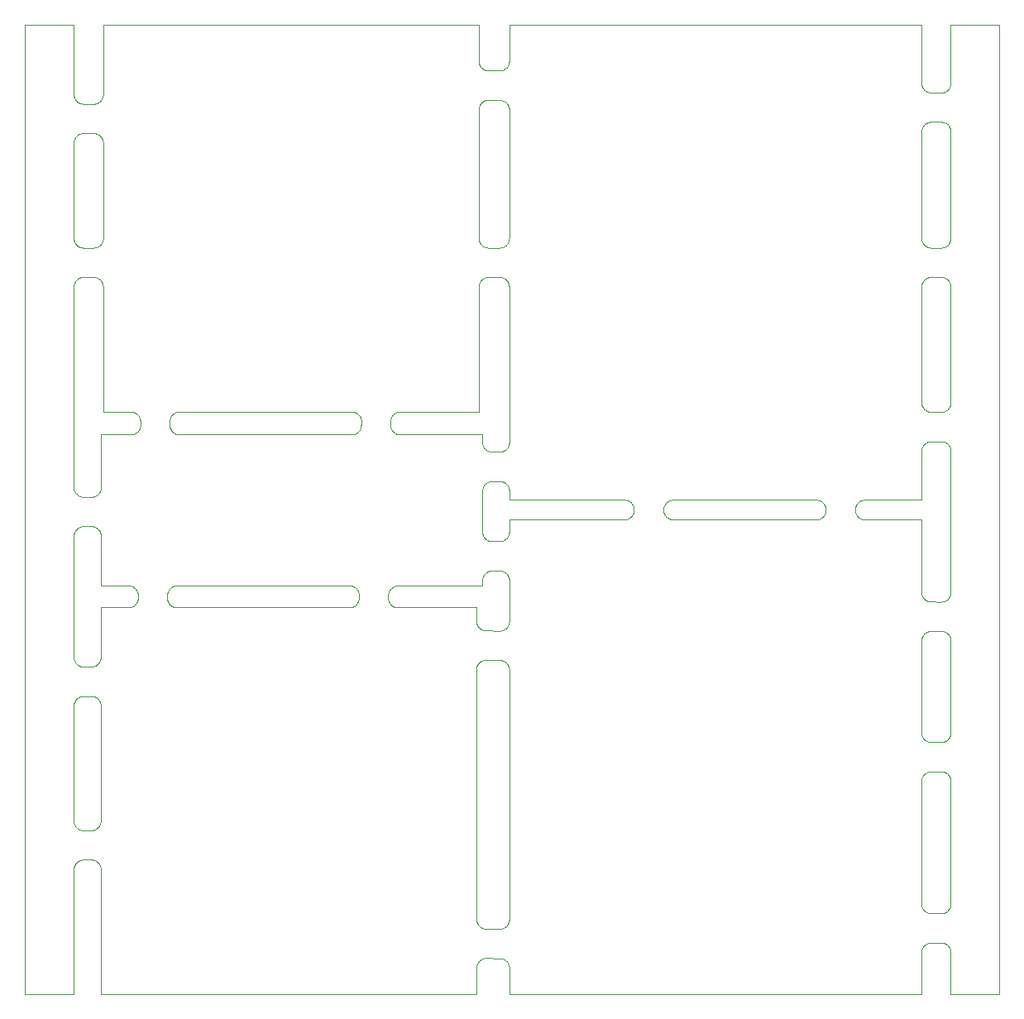
<source format=gm1>
G04 #@! TF.GenerationSoftware,KiCad,Pcbnew,7.0.5*
G04 #@! TF.CreationDate,2023-09-30T22:10:44+03:00*
G04 #@! TF.ProjectId,RP2040_minimal - Copy,52503230-3430-45f6-9d69-6e696d616c20,REV1*
G04 #@! TF.SameCoordinates,Original*
G04 #@! TF.FileFunction,Profile,NP*
%FSLAX46Y46*%
G04 Gerber Fmt 4.6, Leading zero omitted, Abs format (unit mm)*
G04 Created by KiCad (PCBNEW 7.0.5) date 2023-09-30 22:10:44*
%MOMM*%
%LPD*%
G01*
G04 APERTURE LIST*
G04 #@! TA.AperFunction,Profile*
%ADD10C,0.100000*%
G04 #@! TD*
G04 APERTURE END LIST*
D10*
X145066593Y-41814328D02*
X145066593Y-28660246D01*
X148186593Y-28663176D02*
X148183408Y-41814328D01*
X147530112Y-27730927D02*
X147575448Y-27748415D01*
X147293629Y-24668283D02*
X147245169Y-24671857D01*
X148069692Y-24149734D02*
X148045741Y-24192013D01*
X148111230Y-28284198D02*
X148128718Y-28329533D01*
X147824640Y-27897775D02*
X147861434Y-27929514D01*
X148091539Y-24106331D02*
X148069692Y-24149734D01*
X147483973Y-27715685D02*
X147530112Y-27730927D01*
X147786333Y-24478226D02*
X147746605Y-24506205D01*
X147619871Y-27768106D02*
X147663274Y-27789954D01*
X147746605Y-27839901D02*
X147786333Y-27867880D01*
X147930132Y-24347894D02*
X147896626Y-24383087D01*
X147961871Y-24311100D02*
X147930132Y-24347894D01*
X147663274Y-27789954D02*
X147705553Y-27813904D01*
X147437142Y-24643381D02*
X147389731Y-24654027D01*
X148045741Y-24192013D02*
X148019745Y-24233066D01*
X148181822Y-23780090D02*
X148175874Y-23828316D01*
X148175874Y-23828316D02*
X148167567Y-23876192D01*
X147437142Y-27702725D02*
X147483973Y-27715685D01*
X147746605Y-24506205D02*
X147705553Y-24532202D01*
X148185397Y-23731630D02*
X148181822Y-23780090D01*
X147786333Y-27867880D02*
X147824640Y-27897775D01*
X148185397Y-28614476D02*
X148186593Y-28663176D01*
X147389731Y-24654027D02*
X147341855Y-24662335D01*
X147619871Y-24578000D02*
X147575448Y-24597691D01*
X148175874Y-28517790D02*
X148181822Y-28566016D01*
X148111230Y-24061908D02*
X148091539Y-24106331D01*
X148186593Y-23682930D02*
X148185397Y-23731630D01*
X147293629Y-27677823D02*
X147341855Y-27683771D01*
X147341855Y-27683771D02*
X147389731Y-27692079D01*
X147705553Y-27813904D02*
X147746605Y-27839901D01*
X147245169Y-24671857D02*
X147196470Y-24673053D01*
X148181822Y-28566016D02*
X148185397Y-28614476D01*
X147483973Y-24630421D02*
X147437142Y-24643381D01*
X147575448Y-24597691D02*
X147530112Y-24615179D01*
X147991766Y-24272794D02*
X147961871Y-24311100D01*
X147861434Y-24416592D02*
X147824640Y-24448331D01*
X148091539Y-28239775D02*
X148111230Y-28284198D01*
X148156921Y-28422503D02*
X148167567Y-28469914D01*
X148143961Y-28375672D02*
X148156921Y-28422503D01*
X148156921Y-23923603D02*
X148143961Y-23970434D01*
X147575448Y-27748415D02*
X147619871Y-27768106D01*
X148019745Y-24233066D02*
X147991766Y-24272794D01*
X147961871Y-28035006D02*
X147991766Y-28073312D01*
X147861434Y-27929514D02*
X147896626Y-27963019D01*
X147705553Y-24532202D02*
X147663274Y-24556152D01*
X147389731Y-27692079D02*
X147437142Y-27702725D01*
X148019745Y-28113040D02*
X148045741Y-28154093D01*
X147930132Y-27998212D02*
X147961871Y-28035006D01*
X147896626Y-27963019D02*
X147930132Y-27998212D01*
X147663274Y-24556152D02*
X147619871Y-24578000D01*
X148167567Y-23876192D02*
X148156921Y-23923603D01*
X147824640Y-24448331D02*
X147786333Y-24478226D01*
X148045741Y-28154093D02*
X148069692Y-28196372D01*
X147530112Y-24615179D02*
X147483973Y-24630421D01*
X148069692Y-28196372D02*
X148091539Y-28239775D01*
X147341855Y-24662335D02*
X147293629Y-24668283D01*
X148143961Y-23970434D02*
X148128718Y-24016573D01*
X147991766Y-28073312D02*
X148019745Y-28113040D01*
X148128718Y-28329533D02*
X148143961Y-28375672D01*
X147196470Y-27673053D02*
X147245169Y-27674249D01*
X147896626Y-24383087D02*
X147861434Y-24416592D01*
X148128718Y-24016573D02*
X148111230Y-24061908D01*
X147245169Y-27674249D02*
X147293629Y-27677823D01*
X148167567Y-28469914D02*
X148175874Y-28517790D01*
X146008017Y-27671319D02*
X146056716Y-27670123D01*
X145183494Y-28193442D02*
X145207445Y-28151163D01*
X145723074Y-27727997D02*
X145769213Y-27712755D01*
X145633315Y-27765176D02*
X145677738Y-27745485D01*
X145816044Y-27699795D02*
X145863455Y-27689149D01*
X145428546Y-24445401D02*
X145391752Y-24413662D01*
X145589912Y-27787024D02*
X145633315Y-27765176D01*
X145261420Y-24269864D02*
X145233441Y-24230136D01*
X145085619Y-28466984D02*
X145096265Y-28419573D01*
X145077312Y-23825386D02*
X145071364Y-23777160D01*
X145911331Y-27680841D02*
X145959557Y-27674893D01*
X145071364Y-28563086D02*
X145077312Y-28514860D01*
X145207445Y-28151163D02*
X145233441Y-28110110D01*
X145959557Y-27674893D02*
X146008017Y-27671319D01*
X145677738Y-24594761D02*
X145633315Y-24575070D01*
X145769213Y-27712755D02*
X145816044Y-27699795D01*
X145291315Y-24308170D02*
X145261420Y-24269864D01*
X145096265Y-28419573D02*
X145109225Y-28372742D01*
X145547633Y-27810974D02*
X145589912Y-27787024D01*
X145769213Y-24627491D02*
X145723074Y-24612249D01*
X145863455Y-24651097D02*
X145816044Y-24640451D01*
X146008017Y-24668927D02*
X145959557Y-24665353D01*
X145109225Y-28372742D02*
X145124468Y-28326603D01*
X145911331Y-24659405D02*
X145863455Y-24651097D01*
X145391752Y-27926584D02*
X145428546Y-27894845D01*
X145428546Y-27894845D02*
X145466853Y-27864950D01*
X145723074Y-24612249D02*
X145677738Y-24594761D01*
X145066593Y-28660246D02*
X145067789Y-28611546D01*
X145959557Y-24665353D02*
X145911331Y-24659405D01*
X145161647Y-24103401D02*
X145141956Y-24058978D01*
X145233441Y-24230136D02*
X145207445Y-24189083D01*
X145085619Y-23873262D02*
X145077312Y-23825386D01*
X145589912Y-24553222D02*
X145547633Y-24529272D01*
X145071364Y-23777160D02*
X145067789Y-23728700D01*
X145124468Y-24013643D02*
X145109225Y-23967504D01*
X145067789Y-23728700D02*
X145066593Y-23680000D01*
X145323054Y-24344964D02*
X145291315Y-24308170D01*
X145233441Y-28110110D02*
X145261420Y-28070382D01*
X145291315Y-28032076D02*
X145323054Y-27995282D01*
X145109225Y-23967504D02*
X145096265Y-23920673D01*
X145207445Y-24189083D02*
X145183494Y-24146804D01*
X145677738Y-27745485D02*
X145723074Y-27727997D01*
X145391752Y-24413662D02*
X145356560Y-24380157D01*
X145067789Y-28611546D02*
X145071364Y-28563086D01*
X145547633Y-24529272D02*
X145506581Y-24503275D01*
X145141956Y-24058978D02*
X145124468Y-24013643D01*
X145356560Y-24380157D02*
X145323054Y-24344964D01*
X145816044Y-24640451D02*
X145769213Y-24627491D01*
X145141956Y-28281268D02*
X145161647Y-28236845D01*
X145261420Y-28070382D02*
X145291315Y-28032076D01*
X145077312Y-28514860D02*
X145085619Y-28466984D01*
X145863455Y-27689149D02*
X145911331Y-27680841D01*
X145356560Y-27960089D02*
X145391752Y-27926584D01*
X145096265Y-23920673D02*
X145085619Y-23873262D01*
X145183494Y-24146804D02*
X145161647Y-24103401D01*
X145161647Y-28236845D02*
X145183494Y-28193442D01*
X145466853Y-24475296D02*
X145428546Y-24445401D01*
X145466853Y-27864950D02*
X145506581Y-27836971D01*
X145323054Y-27995282D02*
X145356560Y-27960089D01*
X146056716Y-24670123D02*
X146008017Y-24668927D01*
X145633315Y-24575070D02*
X145589912Y-24553222D01*
X145124468Y-28326603D02*
X145141956Y-28281268D01*
X145506581Y-27836971D02*
X145547633Y-27810974D01*
X145506581Y-24503275D02*
X145466853Y-24475296D01*
X146056716Y-24670123D02*
X147196470Y-24673053D01*
X146056716Y-27670123D02*
X147196470Y-27673053D01*
X190383609Y-109946824D02*
X190380424Y-97400547D01*
X193386593Y-109949754D02*
X193383408Y-97403477D01*
X193383408Y-92423231D02*
X193386593Y-83030000D01*
X190380424Y-92420301D02*
X190383609Y-83027070D01*
X190380424Y-41811398D02*
X190380424Y-30910370D01*
X193383408Y-41814328D02*
X193383408Y-30913300D01*
X193386593Y-58629754D02*
X193383408Y-46794574D01*
X190383609Y-58626824D02*
X190380424Y-46791644D01*
X191373732Y-59616947D02*
X192396470Y-59619877D01*
X191373732Y-62616947D02*
X192396470Y-62619877D01*
X190608331Y-62978900D02*
X190640070Y-62942106D01*
X190673576Y-62906913D02*
X190708768Y-62873408D01*
X191276573Y-62621717D02*
X191325033Y-62618143D01*
X190388380Y-63509910D02*
X190394328Y-63461684D01*
X190864649Y-59476096D02*
X190823597Y-59450099D01*
X190384805Y-63558370D02*
X190388380Y-63509910D01*
X191180471Y-62635973D02*
X191228347Y-62627665D01*
X190640070Y-59291788D02*
X190608331Y-59254994D01*
X190994754Y-59541585D02*
X190950331Y-59521894D01*
X190388380Y-58723984D02*
X190384805Y-58675524D01*
X190394328Y-58772210D02*
X190388380Y-58723984D01*
X191373732Y-59616947D02*
X191325033Y-59615751D01*
X191228347Y-62627665D02*
X191276573Y-62621717D01*
X191228347Y-59606229D02*
X191180471Y-59597921D01*
X190458972Y-63228092D02*
X190478663Y-63183669D01*
X190426241Y-58914328D02*
X190413281Y-58867497D01*
X191040090Y-62674821D02*
X191086229Y-62659579D01*
X190384805Y-58675524D02*
X190383609Y-58626824D01*
X190578436Y-63017206D02*
X190608331Y-62978900D01*
X190458972Y-59005802D02*
X190441484Y-58960467D01*
X190673576Y-59326981D02*
X190640070Y-59291788D01*
X190550457Y-63056934D02*
X190578436Y-63017206D01*
X191133060Y-59587275D02*
X191086229Y-59574315D01*
X191276573Y-59612177D02*
X191228347Y-59606229D01*
X190524461Y-59135907D02*
X190500510Y-59093628D01*
X190383609Y-63607070D02*
X190384805Y-63558370D01*
X190823597Y-62783795D02*
X190864649Y-62757798D01*
X190441484Y-58960467D02*
X190426241Y-58914328D01*
X190640070Y-62942106D02*
X190673576Y-62906913D01*
X190426241Y-63319566D02*
X190441484Y-63273427D01*
X190413281Y-58867497D02*
X190402635Y-58820086D01*
X191325033Y-62618143D02*
X191373732Y-62616947D01*
X190413281Y-63366397D02*
X190426241Y-63319566D01*
X190402635Y-58820086D02*
X190394328Y-58772210D01*
X190950331Y-59521894D02*
X190906928Y-59500046D01*
X190578436Y-59216688D02*
X190550457Y-59176960D01*
X190864649Y-62757798D02*
X190906928Y-62733848D01*
X190994754Y-62692309D02*
X191040090Y-62674821D01*
X190708768Y-62873408D02*
X190745562Y-62841669D01*
X190608331Y-59254994D02*
X190578436Y-59216688D01*
X190708768Y-59360486D02*
X190673576Y-59326981D01*
X190478663Y-63183669D02*
X190500510Y-63140266D01*
X190441484Y-63273427D02*
X190458972Y-63228092D01*
X191180471Y-59597921D02*
X191133060Y-59587275D01*
X190745562Y-59392225D02*
X190708768Y-59360486D01*
X190906928Y-62733848D02*
X190950331Y-62712000D01*
X190745562Y-62841669D02*
X190783869Y-62811774D01*
X190402635Y-63413808D02*
X190413281Y-63366397D01*
X191040090Y-59559073D02*
X190994754Y-59541585D01*
X190823597Y-59450099D02*
X190783869Y-59422120D01*
X190478663Y-59050225D02*
X190458972Y-59005802D01*
X191133060Y-62646619D02*
X191180471Y-62635973D01*
X191086229Y-62659579D02*
X191133060Y-62646619D01*
X191086229Y-59574315D02*
X191040090Y-59559073D01*
X190950331Y-62712000D02*
X190994754Y-62692309D01*
X190394328Y-63461684D02*
X190402635Y-63413808D01*
X191325033Y-59615751D02*
X191276573Y-59612177D01*
X190906928Y-59500046D02*
X190864649Y-59476096D01*
X190550457Y-59176960D02*
X190524461Y-59135907D01*
X190783869Y-59422120D02*
X190745562Y-59392225D01*
X190783869Y-62811774D02*
X190823597Y-62783795D01*
X190500510Y-63140266D02*
X190524461Y-63097987D01*
X190500510Y-59093628D02*
X190478663Y-59050225D01*
X190524461Y-63097987D02*
X190550457Y-63056934D01*
X193219745Y-59179890D02*
X193191766Y-59219618D01*
X192445169Y-62621073D02*
X192493629Y-62624647D01*
X193367567Y-63416738D02*
X193375874Y-63464614D01*
X193096626Y-59329911D02*
X193061434Y-59363416D01*
X193219745Y-63059864D02*
X193245741Y-63100917D01*
X193386593Y-58629754D02*
X193385397Y-58678454D01*
X192775448Y-59544515D02*
X192730112Y-59562003D01*
X193291539Y-59053155D02*
X193269692Y-59096558D01*
X193096626Y-62909843D02*
X193130132Y-62945036D01*
X192730112Y-62677751D02*
X192775448Y-62695239D01*
X193269692Y-63143196D02*
X193291539Y-63186599D01*
X192541855Y-59609159D02*
X192493629Y-59615107D01*
X192905553Y-59479026D02*
X192863274Y-59502976D01*
X193130132Y-59294718D02*
X193096626Y-59329911D01*
X193311230Y-59008732D02*
X193291539Y-59053155D01*
X192589731Y-62638903D02*
X192637142Y-62649549D01*
X193385397Y-63561300D02*
X193386593Y-63610000D01*
X193375874Y-58775140D02*
X193367567Y-58823016D01*
X192986333Y-59425050D02*
X192946605Y-59453029D01*
X193161871Y-62981830D02*
X193191766Y-63020136D01*
X193311230Y-63231022D02*
X193328718Y-63276357D01*
X192819871Y-62714930D02*
X192863274Y-62736778D01*
X192730112Y-59562003D02*
X192683973Y-59577245D01*
X192775448Y-62695239D02*
X192819871Y-62714930D01*
X193291539Y-63186599D02*
X193311230Y-63231022D01*
X193024640Y-62844599D02*
X193061434Y-62876338D01*
X193130132Y-62945036D02*
X193161871Y-62981830D01*
X192493629Y-62624647D02*
X192541855Y-62630595D01*
X193367567Y-58823016D02*
X193356921Y-58870427D01*
X192493629Y-59615107D02*
X192445169Y-59618681D01*
X192637142Y-59590205D02*
X192589731Y-59600851D01*
X193381822Y-63512840D02*
X193385397Y-63561300D01*
X192946605Y-62786725D02*
X192986333Y-62814704D01*
X192986333Y-62814704D02*
X193024640Y-62844599D01*
X193061434Y-62876338D02*
X193096626Y-62909843D01*
X192683973Y-59577245D02*
X192637142Y-59590205D01*
X192541855Y-62630595D02*
X192589731Y-62638903D01*
X192589731Y-59600851D02*
X192541855Y-59609159D01*
X193356921Y-63369327D02*
X193367567Y-63416738D01*
X193269692Y-59096558D02*
X193245741Y-59138837D01*
X193343961Y-63322496D02*
X193356921Y-63369327D01*
X192683973Y-62662509D02*
X192730112Y-62677751D01*
X193245741Y-59138837D02*
X193219745Y-59179890D01*
X192946605Y-59453029D02*
X192905553Y-59479026D01*
X192445169Y-59618681D02*
X192396470Y-59619877D01*
X193385397Y-58678454D02*
X193381822Y-58726914D01*
X193161871Y-59257924D02*
X193130132Y-59294718D01*
X193343961Y-58917258D02*
X193328718Y-58963397D01*
X192863274Y-59502976D02*
X192819871Y-59524824D01*
X193328718Y-63276357D02*
X193343961Y-63322496D01*
X193191766Y-59219618D02*
X193161871Y-59257924D01*
X193381822Y-58726914D02*
X193375874Y-58775140D01*
X193328718Y-58963397D02*
X193311230Y-59008732D01*
X193245741Y-63100917D02*
X193269692Y-63143196D01*
X192637142Y-62649549D02*
X192683973Y-62662509D01*
X193191766Y-63020136D02*
X193219745Y-63059864D01*
X193356921Y-58870427D02*
X193343961Y-58917258D01*
X193375874Y-63464614D02*
X193381822Y-63512840D01*
X193024640Y-59395155D02*
X192986333Y-59425050D01*
X192863274Y-62736778D02*
X192905553Y-62760728D01*
X193061434Y-59363416D02*
X193024640Y-59395155D01*
X192819871Y-59524824D02*
X192775448Y-59544515D01*
X192905553Y-62760728D02*
X192946605Y-62786725D01*
X192396470Y-62619877D02*
X192445169Y-62621073D01*
X191373732Y-110936947D02*
X192396470Y-110939877D01*
X191373732Y-113936947D02*
X192396470Y-113939877D01*
X190608331Y-114298900D02*
X190640070Y-114262106D01*
X190673576Y-114226913D02*
X190708768Y-114193408D01*
X191276573Y-113941717D02*
X191325033Y-113938143D01*
X190388380Y-114829910D02*
X190394328Y-114781684D01*
X190864649Y-110796096D02*
X190823597Y-110770099D01*
X190384805Y-114878370D02*
X190388380Y-114829910D01*
X191180471Y-113955973D02*
X191228347Y-113947665D01*
X190640070Y-110611788D02*
X190608331Y-110574994D01*
X190994754Y-110861585D02*
X190950331Y-110841894D01*
X190388380Y-110043984D02*
X190384805Y-109995524D01*
X190394328Y-110092210D02*
X190388380Y-110043984D01*
X191373732Y-110936947D02*
X191325033Y-110935751D01*
X191228347Y-113947665D02*
X191276573Y-113941717D01*
X191228347Y-110926229D02*
X191180471Y-110917921D01*
X190458972Y-114548092D02*
X190478663Y-114503669D01*
X190426241Y-110234328D02*
X190413281Y-110187497D01*
X191040090Y-113994821D02*
X191086229Y-113979579D01*
X190384805Y-109995524D02*
X190383609Y-109946824D01*
X190578436Y-114337206D02*
X190608331Y-114298900D01*
X190458972Y-110325802D02*
X190441484Y-110280467D01*
X190673576Y-110646981D02*
X190640070Y-110611788D01*
X190550457Y-114376934D02*
X190578436Y-114337206D01*
X191133060Y-110907275D02*
X191086229Y-110894315D01*
X191276573Y-110932177D02*
X191228347Y-110926229D01*
X190524461Y-110455907D02*
X190500510Y-110413628D01*
X190383609Y-114927070D02*
X190384805Y-114878370D01*
X190823597Y-114103795D02*
X190864649Y-114077798D01*
X190441484Y-110280467D02*
X190426241Y-110234328D01*
X190640070Y-114262106D02*
X190673576Y-114226913D01*
X190426241Y-114639566D02*
X190441484Y-114593427D01*
X190413281Y-110187497D02*
X190402635Y-110140086D01*
X191325033Y-113938143D02*
X191373732Y-113936947D01*
X190413281Y-114686397D02*
X190426241Y-114639566D01*
X190402635Y-110140086D02*
X190394328Y-110092210D01*
X190950331Y-110841894D02*
X190906928Y-110820046D01*
X190578436Y-110536688D02*
X190550457Y-110496960D01*
X190864649Y-114077798D02*
X190906928Y-114053848D01*
X190994754Y-114012309D02*
X191040090Y-113994821D01*
X190708768Y-114193408D02*
X190745562Y-114161669D01*
X190608331Y-110574994D02*
X190578436Y-110536688D01*
X190708768Y-110680486D02*
X190673576Y-110646981D01*
X190478663Y-114503669D02*
X190500510Y-114460266D01*
X190441484Y-114593427D02*
X190458972Y-114548092D01*
X191180471Y-110917921D02*
X191133060Y-110907275D01*
X190745562Y-110712225D02*
X190708768Y-110680486D01*
X190906928Y-114053848D02*
X190950331Y-114032000D01*
X190745562Y-114161669D02*
X190783869Y-114131774D01*
X190402635Y-114733808D02*
X190413281Y-114686397D01*
X191040090Y-110879073D02*
X190994754Y-110861585D01*
X190823597Y-110770099D02*
X190783869Y-110742120D01*
X190478663Y-110370225D02*
X190458972Y-110325802D01*
X191133060Y-113966619D02*
X191180471Y-113955973D01*
X191086229Y-113979579D02*
X191133060Y-113966619D01*
X191086229Y-110894315D02*
X191040090Y-110879073D01*
X190950331Y-114032000D02*
X190994754Y-114012309D01*
X190394328Y-114781684D02*
X190402635Y-114733808D01*
X191325033Y-110935751D02*
X191276573Y-110932177D01*
X190906928Y-110820046D02*
X190864649Y-110796096D01*
X190550457Y-110496960D02*
X190524461Y-110455907D01*
X190783869Y-110742120D02*
X190745562Y-110712225D01*
X190783869Y-114131774D02*
X190823597Y-114103795D01*
X190500510Y-114460266D02*
X190524461Y-114417987D01*
X190500510Y-110413628D02*
X190478663Y-110370225D01*
X190524461Y-114417987D02*
X190550457Y-114376934D01*
X193219745Y-110499890D02*
X193191766Y-110539618D01*
X192445169Y-113941073D02*
X192493629Y-113944647D01*
X193367567Y-114736738D02*
X193375874Y-114784614D01*
X193096626Y-110649911D02*
X193061434Y-110683416D01*
X193219745Y-114379864D02*
X193245741Y-114420917D01*
X193386593Y-109949754D02*
X193385397Y-109998454D01*
X192775448Y-110864515D02*
X192730112Y-110882003D01*
X193291539Y-110373155D02*
X193269692Y-110416558D01*
X193096626Y-114229843D02*
X193130132Y-114265036D01*
X192730112Y-113997751D02*
X192775448Y-114015239D01*
X193269692Y-114463196D02*
X193291539Y-114506599D01*
X192541855Y-110929159D02*
X192493629Y-110935107D01*
X192905553Y-110799026D02*
X192863274Y-110822976D01*
X193130132Y-110614718D02*
X193096626Y-110649911D01*
X193311230Y-110328732D02*
X193291539Y-110373155D01*
X192589731Y-113958903D02*
X192637142Y-113969549D01*
X193385397Y-114881300D02*
X193386593Y-114930000D01*
X193375874Y-110095140D02*
X193367567Y-110143016D01*
X192986333Y-110745050D02*
X192946605Y-110773029D01*
X193161871Y-114301830D02*
X193191766Y-114340136D01*
X193311230Y-114551022D02*
X193328718Y-114596357D01*
X192819871Y-114034930D02*
X192863274Y-114056778D01*
X192730112Y-110882003D02*
X192683973Y-110897245D01*
X192775448Y-114015239D02*
X192819871Y-114034930D01*
X193291539Y-114506599D02*
X193311230Y-114551022D01*
X193024640Y-114164599D02*
X193061434Y-114196338D01*
X193130132Y-114265036D02*
X193161871Y-114301830D01*
X192493629Y-113944647D02*
X192541855Y-113950595D01*
X193367567Y-110143016D02*
X193356921Y-110190427D01*
X192493629Y-110935107D02*
X192445169Y-110938681D01*
X192637142Y-110910205D02*
X192589731Y-110920851D01*
X193381822Y-114832840D02*
X193385397Y-114881300D01*
X192946605Y-114106725D02*
X192986333Y-114134704D01*
X192986333Y-114134704D02*
X193024640Y-114164599D01*
X193061434Y-114196338D02*
X193096626Y-114229843D01*
X192683973Y-110897245D02*
X192637142Y-110910205D01*
X192541855Y-113950595D02*
X192589731Y-113958903D01*
X192589731Y-110920851D02*
X192541855Y-110929159D01*
X193356921Y-114689327D02*
X193367567Y-114736738D01*
X193269692Y-110416558D02*
X193245741Y-110458837D01*
X193343961Y-114642496D02*
X193356921Y-114689327D01*
X192683973Y-113982509D02*
X192730112Y-113997751D01*
X193245741Y-110458837D02*
X193219745Y-110499890D01*
X192946605Y-110773029D02*
X192905553Y-110799026D01*
X192445169Y-110938681D02*
X192396470Y-110939877D01*
X193385397Y-109998454D02*
X193381822Y-110046914D01*
X193161871Y-110577924D02*
X193130132Y-110614718D01*
X193343961Y-110237258D02*
X193328718Y-110283397D01*
X192863274Y-110822976D02*
X192819871Y-110844824D01*
X193328718Y-114596357D02*
X193343961Y-114642496D01*
X193191766Y-110539618D02*
X193161871Y-110577924D01*
X193381822Y-110046914D02*
X193375874Y-110095140D01*
X193328718Y-110283397D02*
X193311230Y-110328732D01*
X193245741Y-114420917D02*
X193269692Y-114463196D01*
X192637142Y-113969549D02*
X192683973Y-113982509D01*
X193191766Y-114340136D02*
X193219745Y-114379864D01*
X193356921Y-110190427D02*
X193343961Y-110237258D01*
X193375874Y-114784614D02*
X193381822Y-114832840D01*
X193024640Y-110715155D02*
X192986333Y-110745050D01*
X192863274Y-114056778D02*
X192905553Y-114080728D01*
X193061434Y-110683416D02*
X193024640Y-110715155D01*
X192819871Y-110844824D02*
X192775448Y-110864515D01*
X192905553Y-114080728D02*
X192946605Y-114106725D01*
X192396470Y-113939877D02*
X192445169Y-113941073D01*
X191370547Y-93410424D02*
X192393285Y-93413354D01*
X191370547Y-96410424D02*
X192393285Y-96413354D01*
X190605146Y-96772377D02*
X190636885Y-96735583D01*
X190670391Y-96700390D02*
X190705583Y-96666885D01*
X191273388Y-96415194D02*
X191321848Y-96411620D01*
X190385195Y-97303387D02*
X190391143Y-97255161D01*
X190861464Y-93269573D02*
X190820412Y-93243576D01*
X190381620Y-97351847D02*
X190385195Y-97303387D01*
X191177286Y-96429450D02*
X191225162Y-96421142D01*
X190636885Y-93085265D02*
X190605146Y-93048471D01*
X190991569Y-93335062D02*
X190947146Y-93315371D01*
X190385195Y-92517461D02*
X190381620Y-92469001D01*
X190391143Y-92565687D02*
X190385195Y-92517461D01*
X191370547Y-93410424D02*
X191321848Y-93409228D01*
X191225162Y-96421142D02*
X191273388Y-96415194D01*
X191225162Y-93399706D02*
X191177286Y-93391398D01*
X190455787Y-97021569D02*
X190475478Y-96977146D01*
X190423056Y-92707805D02*
X190410096Y-92660974D01*
X191036905Y-96468298D02*
X191083044Y-96453056D01*
X190381620Y-92469001D02*
X190380424Y-92420301D01*
X190575251Y-96810683D02*
X190605146Y-96772377D01*
X190455787Y-92799279D02*
X190438299Y-92753944D01*
X190670391Y-93120458D02*
X190636885Y-93085265D01*
X190547272Y-96850411D02*
X190575251Y-96810683D01*
X191129875Y-93380752D02*
X191083044Y-93367792D01*
X191273388Y-93405654D02*
X191225162Y-93399706D01*
X190521276Y-92929384D02*
X190497325Y-92887105D01*
X190380424Y-97400547D02*
X190381620Y-97351847D01*
X190820412Y-96577272D02*
X190861464Y-96551275D01*
X190438299Y-92753944D02*
X190423056Y-92707805D01*
X190636885Y-96735583D02*
X190670391Y-96700390D01*
X190423056Y-97113043D02*
X190438299Y-97066904D01*
X190410096Y-92660974D02*
X190399450Y-92613563D01*
X191321848Y-96411620D02*
X191370547Y-96410424D01*
X190410096Y-97159874D02*
X190423056Y-97113043D01*
X190399450Y-92613563D02*
X190391143Y-92565687D01*
X190947146Y-93315371D02*
X190903743Y-93293523D01*
X190575251Y-93010165D02*
X190547272Y-92970437D01*
X190861464Y-96551275D02*
X190903743Y-96527325D01*
X190991569Y-96485786D02*
X191036905Y-96468298D01*
X190705583Y-96666885D02*
X190742377Y-96635146D01*
X190605146Y-93048471D02*
X190575251Y-93010165D01*
X190705583Y-93153963D02*
X190670391Y-93120458D01*
X190475478Y-96977146D02*
X190497325Y-96933743D01*
X190438299Y-97066904D02*
X190455787Y-97021569D01*
X191177286Y-93391398D02*
X191129875Y-93380752D01*
X190742377Y-93185702D02*
X190705583Y-93153963D01*
X190903743Y-96527325D02*
X190947146Y-96505477D01*
X190742377Y-96635146D02*
X190780684Y-96605251D01*
X190399450Y-97207285D02*
X190410096Y-97159874D01*
X191036905Y-93352550D02*
X190991569Y-93335062D01*
X190820412Y-93243576D02*
X190780684Y-93215597D01*
X190475478Y-92843702D02*
X190455787Y-92799279D01*
X191129875Y-96440096D02*
X191177286Y-96429450D01*
X191083044Y-96453056D02*
X191129875Y-96440096D01*
X191083044Y-93367792D02*
X191036905Y-93352550D01*
X190947146Y-96505477D02*
X190991569Y-96485786D01*
X190391143Y-97255161D02*
X190399450Y-97207285D01*
X191321848Y-93409228D02*
X191273388Y-93405654D01*
X190903743Y-93293523D02*
X190861464Y-93269573D01*
X190547272Y-92970437D02*
X190521276Y-92929384D01*
X190780684Y-93215597D02*
X190742377Y-93185702D01*
X190780684Y-96605251D02*
X190820412Y-96577272D01*
X190497325Y-96933743D02*
X190521276Y-96891464D01*
X190497325Y-92887105D02*
X190475478Y-92843702D01*
X190521276Y-96891464D02*
X190547272Y-96850411D01*
X193216560Y-92973367D02*
X193188581Y-93013095D01*
X192441984Y-96414550D02*
X192490444Y-96418124D01*
X193364382Y-97210215D02*
X193372689Y-97258091D01*
X193093441Y-93123388D02*
X193058249Y-93156893D01*
X193216560Y-96853341D02*
X193242556Y-96894394D01*
X193383408Y-92423231D02*
X193382212Y-92471931D01*
X192772263Y-93337992D02*
X192726927Y-93355480D01*
X193288354Y-92846632D02*
X193266507Y-92890035D01*
X193093441Y-96703320D02*
X193126947Y-96738513D01*
X192726927Y-96471228D02*
X192772263Y-96488716D01*
X193266507Y-96936673D02*
X193288354Y-96980076D01*
X192538670Y-93402636D02*
X192490444Y-93408584D01*
X192902368Y-93272503D02*
X192860089Y-93296453D01*
X193126947Y-93088195D02*
X193093441Y-93123388D01*
X193308045Y-92802209D02*
X193288354Y-92846632D01*
X192586546Y-96432380D02*
X192633957Y-96443026D01*
X193382212Y-97354777D02*
X193383408Y-97403477D01*
X193372689Y-92568617D02*
X193364382Y-92616493D01*
X192983148Y-93218527D02*
X192943420Y-93246506D01*
X193158686Y-96775307D02*
X193188581Y-96813613D01*
X193308045Y-97024499D02*
X193325533Y-97069834D01*
X192816686Y-96508407D02*
X192860089Y-96530255D01*
X192726927Y-93355480D02*
X192680788Y-93370722D01*
X192772263Y-96488716D02*
X192816686Y-96508407D01*
X193288354Y-96980076D02*
X193308045Y-97024499D01*
X193021455Y-96638076D02*
X193058249Y-96669815D01*
X193126947Y-96738513D02*
X193158686Y-96775307D01*
X192490444Y-96418124D02*
X192538670Y-96424072D01*
X193364382Y-92616493D02*
X193353736Y-92663904D01*
X192490444Y-93408584D02*
X192441984Y-93412158D01*
X192633957Y-93383682D02*
X192586546Y-93394328D01*
X193378637Y-97306317D02*
X193382212Y-97354777D01*
X192943420Y-96580202D02*
X192983148Y-96608181D01*
X192983148Y-96608181D02*
X193021455Y-96638076D01*
X193058249Y-96669815D02*
X193093441Y-96703320D01*
X192680788Y-93370722D02*
X192633957Y-93383682D01*
X192538670Y-96424072D02*
X192586546Y-96432380D01*
X192586546Y-93394328D02*
X192538670Y-93402636D01*
X193353736Y-97162804D02*
X193364382Y-97210215D01*
X193266507Y-92890035D02*
X193242556Y-92932314D01*
X193340776Y-97115973D02*
X193353736Y-97162804D01*
X192680788Y-96455986D02*
X192726927Y-96471228D01*
X193242556Y-92932314D02*
X193216560Y-92973367D01*
X192943420Y-93246506D02*
X192902368Y-93272503D01*
X192441984Y-93412158D02*
X192393285Y-93413354D01*
X193382212Y-92471931D02*
X193378637Y-92520391D01*
X193158686Y-93051401D02*
X193126947Y-93088195D01*
X193340776Y-92710735D02*
X193325533Y-92756874D01*
X192860089Y-93296453D02*
X192816686Y-93318301D01*
X193325533Y-97069834D02*
X193340776Y-97115973D01*
X193188581Y-93013095D02*
X193158686Y-93051401D01*
X193378637Y-92520391D02*
X193372689Y-92568617D01*
X193325533Y-92756874D02*
X193308045Y-92802209D01*
X193242556Y-96894394D02*
X193266507Y-96936673D01*
X192633957Y-96443026D02*
X192680788Y-96455986D01*
X193188581Y-96813613D02*
X193216560Y-96853341D01*
X193353736Y-92663904D02*
X193340776Y-92710735D01*
X193372689Y-97258091D02*
X193378637Y-97306317D01*
X193021455Y-93188632D02*
X192983148Y-93218527D01*
X192860089Y-96530255D02*
X192902368Y-96554205D01*
X193058249Y-93156893D02*
X193021455Y-93188632D01*
X192816686Y-93318301D02*
X192772263Y-93337992D01*
X192902368Y-96554205D02*
X192943420Y-96580202D01*
X192393285Y-96413354D02*
X192441984Y-96414550D01*
X191373732Y-79036947D02*
X192396470Y-79039877D01*
X191373732Y-82036947D02*
X192396470Y-82039877D01*
X190608331Y-82398900D02*
X190640070Y-82362106D01*
X190673576Y-82326913D02*
X190708768Y-82293408D01*
X191276573Y-82041717D02*
X191325033Y-82038143D01*
X190388380Y-82929910D02*
X190394328Y-82881684D01*
X190864649Y-78896096D02*
X190823597Y-78870099D01*
X190384805Y-82978370D02*
X190388380Y-82929910D01*
X191180471Y-82055973D02*
X191228347Y-82047665D01*
X190640070Y-78711788D02*
X190608331Y-78674994D01*
X190994754Y-78961585D02*
X190950331Y-78941894D01*
X190388380Y-78143984D02*
X190384805Y-78095524D01*
X190394328Y-78192210D02*
X190388380Y-78143984D01*
X191373732Y-79036947D02*
X191325033Y-79035751D01*
X191228347Y-82047665D02*
X191276573Y-82041717D01*
X191228347Y-79026229D02*
X191180471Y-79017921D01*
X190458972Y-82648092D02*
X190478663Y-82603669D01*
X190426241Y-78334328D02*
X190413281Y-78287497D01*
X191040090Y-82094821D02*
X191086229Y-82079579D01*
X190384805Y-78095524D02*
X190383609Y-78046824D01*
X190578436Y-82437206D02*
X190608331Y-82398900D01*
X190458972Y-78425802D02*
X190441484Y-78380467D01*
X190673576Y-78746981D02*
X190640070Y-78711788D01*
X190550457Y-82476934D02*
X190578436Y-82437206D01*
X191133060Y-79007275D02*
X191086229Y-78994315D01*
X191276573Y-79032177D02*
X191228347Y-79026229D01*
X190524461Y-78555907D02*
X190500510Y-78513628D01*
X190383609Y-83027070D02*
X190384805Y-82978370D01*
X190823597Y-82203795D02*
X190864649Y-82177798D01*
X190441484Y-78380467D02*
X190426241Y-78334328D01*
X190640070Y-82362106D02*
X190673576Y-82326913D01*
X190426241Y-82739566D02*
X190441484Y-82693427D01*
X190413281Y-78287497D02*
X190402635Y-78240086D01*
X191325033Y-82038143D02*
X191373732Y-82036947D01*
X190413281Y-82786397D02*
X190426241Y-82739566D01*
X190402635Y-78240086D02*
X190394328Y-78192210D01*
X190950331Y-78941894D02*
X190906928Y-78920046D01*
X190578436Y-78636688D02*
X190550457Y-78596960D01*
X190864649Y-82177798D02*
X190906928Y-82153848D01*
X190994754Y-82112309D02*
X191040090Y-82094821D01*
X190708768Y-82293408D02*
X190745562Y-82261669D01*
X190608331Y-78674994D02*
X190578436Y-78636688D01*
X190708768Y-78780486D02*
X190673576Y-78746981D01*
X190478663Y-82603669D02*
X190500510Y-82560266D01*
X190441484Y-82693427D02*
X190458972Y-82648092D01*
X191180471Y-79017921D02*
X191133060Y-79007275D01*
X190745562Y-78812225D02*
X190708768Y-78780486D01*
X190906928Y-82153848D02*
X190950331Y-82132000D01*
X190745562Y-82261669D02*
X190783869Y-82231774D01*
X190402635Y-82833808D02*
X190413281Y-82786397D01*
X191040090Y-78979073D02*
X190994754Y-78961585D01*
X190823597Y-78870099D02*
X190783869Y-78842120D01*
X190478663Y-78470225D02*
X190458972Y-78425802D01*
X191133060Y-82066619D02*
X191180471Y-82055973D01*
X191086229Y-82079579D02*
X191133060Y-82066619D01*
X191086229Y-78994315D02*
X191040090Y-78979073D01*
X190950331Y-82132000D02*
X190994754Y-82112309D01*
X190394328Y-82881684D02*
X190402635Y-82833808D01*
X191325033Y-79035751D02*
X191276573Y-79032177D01*
X190906928Y-78920046D02*
X190864649Y-78896096D01*
X190550457Y-78596960D02*
X190524461Y-78555907D01*
X190783869Y-78842120D02*
X190745562Y-78812225D01*
X190783869Y-82231774D02*
X190823597Y-82203795D01*
X190500510Y-82560266D02*
X190524461Y-82517987D01*
X190500510Y-78513628D02*
X190478663Y-78470225D01*
X190524461Y-82517987D02*
X190550457Y-82476934D01*
X193219745Y-78599890D02*
X193191766Y-78639618D01*
X192445169Y-82041073D02*
X192493629Y-82044647D01*
X193367567Y-82836738D02*
X193375874Y-82884614D01*
X193096626Y-78749911D02*
X193061434Y-78783416D01*
X193219745Y-82479864D02*
X193245741Y-82520917D01*
X193386593Y-78049754D02*
X193385397Y-78098454D01*
X192775448Y-78964515D02*
X192730112Y-78982003D01*
X193291539Y-78473155D02*
X193269692Y-78516558D01*
X193096626Y-82329843D02*
X193130132Y-82365036D01*
X192730112Y-82097751D02*
X192775448Y-82115239D01*
X193269692Y-82563196D02*
X193291539Y-82606599D01*
X192541855Y-79029159D02*
X192493629Y-79035107D01*
X192905553Y-78899026D02*
X192863274Y-78922976D01*
X193130132Y-78714718D02*
X193096626Y-78749911D01*
X193311230Y-78428732D02*
X193291539Y-78473155D01*
X192589731Y-82058903D02*
X192637142Y-82069549D01*
X193385397Y-82981300D02*
X193386593Y-83030000D01*
X193375874Y-78195140D02*
X193367567Y-78243016D01*
X192986333Y-78845050D02*
X192946605Y-78873029D01*
X193161871Y-82401830D02*
X193191766Y-82440136D01*
X193311230Y-82651022D02*
X193328718Y-82696357D01*
X192819871Y-82134930D02*
X192863274Y-82156778D01*
X192730112Y-78982003D02*
X192683973Y-78997245D01*
X192775448Y-82115239D02*
X192819871Y-82134930D01*
X193291539Y-82606599D02*
X193311230Y-82651022D01*
X193024640Y-82264599D02*
X193061434Y-82296338D01*
X193130132Y-82365036D02*
X193161871Y-82401830D01*
X192493629Y-82044647D02*
X192541855Y-82050595D01*
X193367567Y-78243016D02*
X193356921Y-78290427D01*
X192493629Y-79035107D02*
X192445169Y-79038681D01*
X192637142Y-79010205D02*
X192589731Y-79020851D01*
X193381822Y-82932840D02*
X193385397Y-82981300D01*
X192946605Y-82206725D02*
X192986333Y-82234704D01*
X192986333Y-82234704D02*
X193024640Y-82264599D01*
X193061434Y-82296338D02*
X193096626Y-82329843D01*
X192683973Y-78997245D02*
X192637142Y-79010205D01*
X192541855Y-82050595D02*
X192589731Y-82058903D01*
X192589731Y-79020851D02*
X192541855Y-79029159D01*
X193356921Y-82789327D02*
X193367567Y-82836738D01*
X193269692Y-78516558D02*
X193245741Y-78558837D01*
X193343961Y-82742496D02*
X193356921Y-82789327D01*
X192683973Y-82082509D02*
X192730112Y-82097751D01*
X193245741Y-78558837D02*
X193219745Y-78599890D01*
X192946605Y-78873029D02*
X192905553Y-78899026D01*
X192445169Y-79038681D02*
X192396470Y-79039877D01*
X193385397Y-78098454D02*
X193381822Y-78146914D01*
X193161871Y-78677924D02*
X193130132Y-78714718D01*
X193343961Y-78337258D02*
X193328718Y-78383397D01*
X192863274Y-78922976D02*
X192819871Y-78944824D01*
X193328718Y-82696357D02*
X193343961Y-82742496D01*
X193191766Y-78639618D02*
X193161871Y-78677924D01*
X193381822Y-78146914D02*
X193375874Y-78195140D01*
X193328718Y-78383397D02*
X193311230Y-78428732D01*
X193245741Y-82520917D02*
X193269692Y-82563196D01*
X192637142Y-82069549D02*
X192683973Y-82082509D01*
X193191766Y-82440136D02*
X193219745Y-82479864D01*
X193356921Y-78290427D02*
X193343961Y-78337258D01*
X193375874Y-82884614D02*
X193381822Y-82932840D01*
X193024640Y-78815155D02*
X192986333Y-78845050D01*
X192863274Y-82156778D02*
X192905553Y-82180728D01*
X193061434Y-78783416D02*
X193024640Y-78815155D01*
X192819871Y-78944824D02*
X192775448Y-78964515D01*
X192905553Y-82180728D02*
X192946605Y-82206725D01*
X192396470Y-82039877D02*
X192445169Y-82041073D01*
X191370547Y-42801521D02*
X192393285Y-42804451D01*
X191370547Y-45801521D02*
X192393285Y-45804451D01*
X190605146Y-46163474D02*
X190636885Y-46126680D01*
X190670391Y-46091487D02*
X190705583Y-46057982D01*
X191273388Y-45806291D02*
X191321848Y-45802717D01*
X190385195Y-46694484D02*
X190391143Y-46646258D01*
X190861464Y-42660670D02*
X190820412Y-42634673D01*
X190381620Y-46742944D02*
X190385195Y-46694484D01*
X191177286Y-45820547D02*
X191225162Y-45812239D01*
X190636885Y-42476362D02*
X190605146Y-42439568D01*
X190991569Y-42726159D02*
X190947146Y-42706468D01*
X190385195Y-41908558D02*
X190381620Y-41860098D01*
X190391143Y-41956784D02*
X190385195Y-41908558D01*
X191370547Y-42801521D02*
X191321848Y-42800325D01*
X191225162Y-45812239D02*
X191273388Y-45806291D01*
X191225162Y-42790803D02*
X191177286Y-42782495D01*
X190455787Y-46412666D02*
X190475478Y-46368243D01*
X190423056Y-42098902D02*
X190410096Y-42052071D01*
X191036905Y-45859395D02*
X191083044Y-45844153D01*
X190381620Y-41860098D02*
X190380424Y-41811398D01*
X190575251Y-46201780D02*
X190605146Y-46163474D01*
X190455787Y-42190376D02*
X190438299Y-42145041D01*
X190670391Y-42511555D02*
X190636885Y-42476362D01*
X190547272Y-46241508D02*
X190575251Y-46201780D01*
X191129875Y-42771849D02*
X191083044Y-42758889D01*
X191273388Y-42796751D02*
X191225162Y-42790803D01*
X190521276Y-42320481D02*
X190497325Y-42278202D01*
X190380424Y-46791644D02*
X190381620Y-46742944D01*
X190820412Y-45968369D02*
X190861464Y-45942372D01*
X190438299Y-42145041D02*
X190423056Y-42098902D01*
X190636885Y-46126680D02*
X190670391Y-46091487D01*
X190423056Y-46504140D02*
X190438299Y-46458001D01*
X190410096Y-42052071D02*
X190399450Y-42004660D01*
X191321848Y-45802717D02*
X191370547Y-45801521D01*
X190410096Y-46550971D02*
X190423056Y-46504140D01*
X190399450Y-42004660D02*
X190391143Y-41956784D01*
X190947146Y-42706468D02*
X190903743Y-42684620D01*
X190575251Y-42401262D02*
X190547272Y-42361534D01*
X190861464Y-45942372D02*
X190903743Y-45918422D01*
X190991569Y-45876883D02*
X191036905Y-45859395D01*
X190705583Y-46057982D02*
X190742377Y-46026243D01*
X190605146Y-42439568D02*
X190575251Y-42401262D01*
X190705583Y-42545060D02*
X190670391Y-42511555D01*
X190475478Y-46368243D02*
X190497325Y-46324840D01*
X190438299Y-46458001D02*
X190455787Y-46412666D01*
X191177286Y-42782495D02*
X191129875Y-42771849D01*
X190742377Y-42576799D02*
X190705583Y-42545060D01*
X190903743Y-45918422D02*
X190947146Y-45896574D01*
X190742377Y-46026243D02*
X190780684Y-45996348D01*
X190399450Y-46598382D02*
X190410096Y-46550971D01*
X191036905Y-42743647D02*
X190991569Y-42726159D01*
X190820412Y-42634673D02*
X190780684Y-42606694D01*
X190475478Y-42234799D02*
X190455787Y-42190376D01*
X191129875Y-45831193D02*
X191177286Y-45820547D01*
X191083044Y-45844153D02*
X191129875Y-45831193D01*
X191083044Y-42758889D02*
X191036905Y-42743647D01*
X190947146Y-45896574D02*
X190991569Y-45876883D01*
X190391143Y-46646258D02*
X190399450Y-46598382D01*
X191321848Y-42800325D02*
X191273388Y-42796751D01*
X190903743Y-42684620D02*
X190861464Y-42660670D01*
X190547272Y-42361534D02*
X190521276Y-42320481D01*
X190780684Y-42606694D02*
X190742377Y-42576799D01*
X190780684Y-45996348D02*
X190820412Y-45968369D01*
X190497325Y-46324840D02*
X190521276Y-46282561D01*
X190497325Y-42278202D02*
X190475478Y-42234799D01*
X190521276Y-46282561D02*
X190547272Y-46241508D01*
X193216560Y-42364464D02*
X193188581Y-42404192D01*
X192441984Y-45805647D02*
X192490444Y-45809221D01*
X193364382Y-46601312D02*
X193372689Y-46649188D01*
X193093441Y-42514485D02*
X193058249Y-42547990D01*
X193216560Y-46244438D02*
X193242556Y-46285491D01*
X193383408Y-41814328D02*
X193382212Y-41863028D01*
X192772263Y-42729089D02*
X192726927Y-42746577D01*
X193288354Y-42237729D02*
X193266507Y-42281132D01*
X193093441Y-46094417D02*
X193126947Y-46129610D01*
X192726927Y-45862325D02*
X192772263Y-45879813D01*
X193266507Y-46327770D02*
X193288354Y-46371173D01*
X192538670Y-42793733D02*
X192490444Y-42799681D01*
X192902368Y-42663600D02*
X192860089Y-42687550D01*
X193126947Y-42479292D02*
X193093441Y-42514485D01*
X193308045Y-42193306D02*
X193288354Y-42237729D01*
X192586546Y-45823477D02*
X192633957Y-45834123D01*
X193382212Y-46745874D02*
X193383408Y-46794574D01*
X193372689Y-41959714D02*
X193364382Y-42007590D01*
X192983148Y-42609624D02*
X192943420Y-42637603D01*
X193158686Y-46166404D02*
X193188581Y-46204710D01*
X193308045Y-46415596D02*
X193325533Y-46460931D01*
X192816686Y-45899504D02*
X192860089Y-45921352D01*
X192726927Y-42746577D02*
X192680788Y-42761819D01*
X192772263Y-45879813D02*
X192816686Y-45899504D01*
X193288354Y-46371173D02*
X193308045Y-46415596D01*
X193021455Y-46029173D02*
X193058249Y-46060912D01*
X193126947Y-46129610D02*
X193158686Y-46166404D01*
X192490444Y-45809221D02*
X192538670Y-45815169D01*
X193364382Y-42007590D02*
X193353736Y-42055001D01*
X192490444Y-42799681D02*
X192441984Y-42803255D01*
X192633957Y-42774779D02*
X192586546Y-42785425D01*
X193378637Y-46697414D02*
X193382212Y-46745874D01*
X192943420Y-45971299D02*
X192983148Y-45999278D01*
X192983148Y-45999278D02*
X193021455Y-46029173D01*
X193058249Y-46060912D02*
X193093441Y-46094417D01*
X192680788Y-42761819D02*
X192633957Y-42774779D01*
X192538670Y-45815169D02*
X192586546Y-45823477D01*
X192586546Y-42785425D02*
X192538670Y-42793733D01*
X193353736Y-46553901D02*
X193364382Y-46601312D01*
X193266507Y-42281132D02*
X193242556Y-42323411D01*
X193340776Y-46507070D02*
X193353736Y-46553901D01*
X192680788Y-45847083D02*
X192726927Y-45862325D01*
X193242556Y-42323411D02*
X193216560Y-42364464D01*
X192943420Y-42637603D02*
X192902368Y-42663600D01*
X192441984Y-42803255D02*
X192393285Y-42804451D01*
X193382212Y-41863028D02*
X193378637Y-41911488D01*
X193158686Y-42442498D02*
X193126947Y-42479292D01*
X193340776Y-42101832D02*
X193325533Y-42147971D01*
X192860089Y-42687550D02*
X192816686Y-42709398D01*
X193325533Y-46460931D02*
X193340776Y-46507070D01*
X193188581Y-42404192D02*
X193158686Y-42442498D01*
X193378637Y-41911488D02*
X193372689Y-41959714D01*
X193325533Y-42147971D02*
X193308045Y-42193306D01*
X193242556Y-46285491D02*
X193266507Y-46327770D01*
X192633957Y-45834123D02*
X192680788Y-45847083D01*
X193188581Y-46204710D02*
X193216560Y-46244438D01*
X193353736Y-42055001D02*
X193340776Y-42101832D01*
X193372689Y-46649188D02*
X193378637Y-46697414D01*
X193021455Y-42579729D02*
X192983148Y-42609624D01*
X192860089Y-45921352D02*
X192902368Y-45945302D01*
X193058249Y-42547990D02*
X193021455Y-42579729D01*
X192816686Y-42709398D02*
X192772263Y-42729089D01*
X192902368Y-45945302D02*
X192943420Y-45971299D01*
X192393285Y-45804451D02*
X192441984Y-45805647D01*
X190380424Y-25930124D02*
X190383408Y-20021175D01*
X193383408Y-20012272D02*
X193383408Y-25933054D01*
X193386593Y-63610000D02*
X193386593Y-78049754D01*
X190383408Y-68596630D02*
X190383609Y-63607070D01*
X191370547Y-26920247D02*
X192393285Y-26923177D01*
X191370547Y-29920247D02*
X192393285Y-29923177D01*
X190605146Y-30282200D02*
X190636885Y-30245406D01*
X190670391Y-30210213D02*
X190705583Y-30176708D01*
X191273388Y-29925017D02*
X191321848Y-29921443D01*
X190385195Y-30813210D02*
X190391143Y-30764984D01*
X190861464Y-26779396D02*
X190820412Y-26753399D01*
X190381620Y-30861670D02*
X190385195Y-30813210D01*
X191177286Y-29939273D02*
X191225162Y-29930965D01*
X190636885Y-26595088D02*
X190605146Y-26558294D01*
X190991569Y-26844885D02*
X190947146Y-26825194D01*
X190385195Y-26027284D02*
X190381620Y-25978824D01*
X190391143Y-26075510D02*
X190385195Y-26027284D01*
X191370547Y-26920247D02*
X191321848Y-26919051D01*
X191225162Y-29930965D02*
X191273388Y-29925017D01*
X191225162Y-26909529D02*
X191177286Y-26901221D01*
X190455787Y-30531392D02*
X190475478Y-30486969D01*
X190423056Y-26217628D02*
X190410096Y-26170797D01*
X191036905Y-29978121D02*
X191083044Y-29962879D01*
X190381620Y-25978824D02*
X190380424Y-25930124D01*
X190575251Y-30320506D02*
X190605146Y-30282200D01*
X190455787Y-26309102D02*
X190438299Y-26263767D01*
X190670391Y-26630281D02*
X190636885Y-26595088D01*
X190547272Y-30360234D02*
X190575251Y-30320506D01*
X191129875Y-26890575D02*
X191083044Y-26877615D01*
X191273388Y-26915477D02*
X191225162Y-26909529D01*
X190521276Y-26439207D02*
X190497325Y-26396928D01*
X190380424Y-30910370D02*
X190381620Y-30861670D01*
X190820412Y-30087095D02*
X190861464Y-30061098D01*
X190438299Y-26263767D02*
X190423056Y-26217628D01*
X190636885Y-30245406D02*
X190670391Y-30210213D01*
X190423056Y-30622866D02*
X190438299Y-30576727D01*
X190410096Y-26170797D02*
X190399450Y-26123386D01*
X191321848Y-29921443D02*
X191370547Y-29920247D01*
X190410096Y-30669697D02*
X190423056Y-30622866D01*
X190399450Y-26123386D02*
X190391143Y-26075510D01*
X190947146Y-26825194D02*
X190903743Y-26803346D01*
X190575251Y-26519988D02*
X190547272Y-26480260D01*
X190861464Y-30061098D02*
X190903743Y-30037148D01*
X190991569Y-29995609D02*
X191036905Y-29978121D01*
X190705583Y-30176708D02*
X190742377Y-30144969D01*
X190605146Y-26558294D02*
X190575251Y-26519988D01*
X190705583Y-26663786D02*
X190670391Y-26630281D01*
X190475478Y-30486969D02*
X190497325Y-30443566D01*
X190438299Y-30576727D02*
X190455787Y-30531392D01*
X191177286Y-26901221D02*
X191129875Y-26890575D01*
X190742377Y-26695525D02*
X190705583Y-26663786D01*
X190903743Y-30037148D02*
X190947146Y-30015300D01*
X190742377Y-30144969D02*
X190780684Y-30115074D01*
X190399450Y-30717108D02*
X190410096Y-30669697D01*
X191036905Y-26862373D02*
X190991569Y-26844885D01*
X190820412Y-26753399D02*
X190780684Y-26725420D01*
X190475478Y-26353525D02*
X190455787Y-26309102D01*
X191129875Y-29949919D02*
X191177286Y-29939273D01*
X191083044Y-29962879D02*
X191129875Y-29949919D01*
X191083044Y-26877615D02*
X191036905Y-26862373D01*
X190947146Y-30015300D02*
X190991569Y-29995609D01*
X190391143Y-30764984D02*
X190399450Y-30717108D01*
X191321848Y-26919051D02*
X191273388Y-26915477D01*
X190903743Y-26803346D02*
X190861464Y-26779396D01*
X190547272Y-26480260D02*
X190521276Y-26439207D01*
X190780684Y-26725420D02*
X190742377Y-26695525D01*
X190780684Y-30115074D02*
X190820412Y-30087095D01*
X190497325Y-30443566D02*
X190521276Y-30401287D01*
X190497325Y-26396928D02*
X190475478Y-26353525D01*
X190521276Y-30401287D02*
X190547272Y-30360234D01*
X193216560Y-26483190D02*
X193188581Y-26522918D01*
X192441984Y-29924373D02*
X192490444Y-29927947D01*
X193364382Y-30720038D02*
X193372689Y-30767914D01*
X193093441Y-26633211D02*
X193058249Y-26666716D01*
X193216560Y-30363164D02*
X193242556Y-30404217D01*
X193383408Y-25933054D02*
X193382212Y-25981754D01*
X192772263Y-26847815D02*
X192726927Y-26865303D01*
X193288354Y-26356455D02*
X193266507Y-26399858D01*
X193093441Y-30213143D02*
X193126947Y-30248336D01*
X192726927Y-29981051D02*
X192772263Y-29998539D01*
X193266507Y-30446496D02*
X193288354Y-30489899D01*
X192538670Y-26912459D02*
X192490444Y-26918407D01*
X192902368Y-26782326D02*
X192860089Y-26806276D01*
X193126947Y-26598018D02*
X193093441Y-26633211D01*
X193308045Y-26312032D02*
X193288354Y-26356455D01*
X192586546Y-29942203D02*
X192633957Y-29952849D01*
X193382212Y-30864600D02*
X193383408Y-30913300D01*
X193372689Y-26078440D02*
X193364382Y-26126316D01*
X192983148Y-26728350D02*
X192943420Y-26756329D01*
X193158686Y-30285130D02*
X193188581Y-30323436D01*
X193308045Y-30534322D02*
X193325533Y-30579657D01*
X192816686Y-30018230D02*
X192860089Y-30040078D01*
X192726927Y-26865303D02*
X192680788Y-26880545D01*
X192772263Y-29998539D02*
X192816686Y-30018230D01*
X193288354Y-30489899D02*
X193308045Y-30534322D01*
X193021455Y-30147899D02*
X193058249Y-30179638D01*
X193126947Y-30248336D02*
X193158686Y-30285130D01*
X192490444Y-29927947D02*
X192538670Y-29933895D01*
X193364382Y-26126316D02*
X193353736Y-26173727D01*
X192490444Y-26918407D02*
X192441984Y-26921981D01*
X192633957Y-26893505D02*
X192586546Y-26904151D01*
X193378637Y-30816140D02*
X193382212Y-30864600D01*
X192943420Y-30090025D02*
X192983148Y-30118004D01*
X192983148Y-30118004D02*
X193021455Y-30147899D01*
X193058249Y-30179638D02*
X193093441Y-30213143D01*
X192680788Y-26880545D02*
X192633957Y-26893505D01*
X192538670Y-29933895D02*
X192586546Y-29942203D01*
X192586546Y-26904151D02*
X192538670Y-26912459D01*
X193353736Y-30672627D02*
X193364382Y-30720038D01*
X193266507Y-26399858D02*
X193242556Y-26442137D01*
X193340776Y-30625796D02*
X193353736Y-30672627D01*
X192680788Y-29965809D02*
X192726927Y-29981051D01*
X193242556Y-26442137D02*
X193216560Y-26483190D01*
X192943420Y-26756329D02*
X192902368Y-26782326D01*
X192441984Y-26921981D02*
X192393285Y-26923177D01*
X193382212Y-25981754D02*
X193378637Y-26030214D01*
X193158686Y-26561224D02*
X193126947Y-26598018D01*
X193340776Y-26220558D02*
X193325533Y-26266697D01*
X192860089Y-26806276D02*
X192816686Y-26828124D01*
X193325533Y-30579657D02*
X193340776Y-30625796D01*
X193188581Y-26522918D02*
X193158686Y-26561224D01*
X193378637Y-26030214D02*
X193372689Y-26078440D01*
X193325533Y-26266697D02*
X193308045Y-26312032D01*
X193242556Y-30404217D02*
X193266507Y-30446496D01*
X192633957Y-29952849D02*
X192680788Y-29965809D01*
X193188581Y-30323436D02*
X193216560Y-30363164D01*
X193353736Y-26173727D02*
X193340776Y-26220558D01*
X193372689Y-30767914D02*
X193378637Y-30816140D01*
X193021455Y-26698455D02*
X192983148Y-26728350D01*
X192860089Y-30040078D02*
X192902368Y-30064028D01*
X193058249Y-26666716D02*
X193021455Y-26698455D01*
X192816686Y-26828124D02*
X192772263Y-26847815D01*
X192902368Y-30064028D02*
X192943420Y-30090025D01*
X192393285Y-29923177D02*
X192441984Y-29924373D01*
X98622151Y-119216683D02*
X98622595Y-119216893D01*
X98623048Y-119217081D02*
X98623510Y-119217246D01*
X98622595Y-119216893D02*
X98623048Y-119217081D01*
X98626402Y-119217748D02*
X98628620Y-119217802D01*
X98616596Y-119205778D02*
X98616650Y-119207996D01*
X98616722Y-119208975D02*
X98616794Y-119209461D01*
X98617009Y-119210418D02*
X98617152Y-119210888D01*
X98618763Y-119213903D02*
X98619075Y-119214283D01*
X98623980Y-119217389D02*
X98624456Y-119217508D01*
X98617505Y-119211803D02*
X98617715Y-119212247D01*
X98619075Y-119214283D02*
X98619404Y-119214646D01*
X98617317Y-119211350D02*
X98617505Y-119211803D01*
X98621718Y-119216452D02*
X98622151Y-119216683D01*
X98624456Y-119217508D02*
X98624937Y-119217604D01*
X98616674Y-119208487D02*
X98616722Y-119208975D01*
X98616890Y-119209942D02*
X98617009Y-119210418D01*
X98616650Y-119207996D02*
X98616674Y-119208487D01*
X98620495Y-119215635D02*
X98620889Y-119215927D01*
X98620115Y-119215323D02*
X98620495Y-119215635D01*
X98624937Y-119217604D02*
X98625423Y-119217676D01*
X98621297Y-119216200D02*
X98621718Y-119216452D01*
X98623510Y-119217246D02*
X98623980Y-119217389D01*
X98617946Y-119212680D02*
X98618198Y-119213101D01*
X98619752Y-119214994D02*
X98620115Y-119215323D01*
X98616593Y-119205533D02*
X98616596Y-119205778D01*
X98619404Y-119214646D02*
X98619752Y-119214994D01*
X98628620Y-119217802D02*
X98628865Y-119217806D01*
X98625423Y-119217676D02*
X98625911Y-119217724D01*
X98625911Y-119217724D02*
X98626402Y-119217748D01*
X98616794Y-119209461D02*
X98616890Y-119209942D01*
X98618471Y-119213509D02*
X98618763Y-119213903D01*
X98618198Y-119213101D02*
X98618471Y-119213509D01*
X98617715Y-119212247D02*
X98617946Y-119212680D01*
X98617152Y-119210888D02*
X98617317Y-119211350D01*
X98620889Y-119215927D02*
X98621297Y-119216200D01*
X183586716Y-69600123D02*
X183590944Y-69629937D01*
X180590944Y-69629937D02*
X180586716Y-69600123D01*
X106624937Y-59579798D02*
X106625423Y-59579870D01*
X106618471Y-59575703D02*
X106618763Y-59576097D01*
X106619075Y-59576477D02*
X106619404Y-59576840D01*
X106616596Y-59567972D02*
X106616650Y-59570190D01*
X106616650Y-59570190D02*
X106616674Y-59570681D01*
X106623048Y-59579275D02*
X106623510Y-59579440D01*
X106623510Y-59579440D02*
X106623980Y-59579583D01*
X106622151Y-59578877D02*
X106622595Y-59579087D01*
X106616674Y-59570681D02*
X106616722Y-59571169D01*
X106625423Y-59579870D02*
X106625911Y-59579918D01*
X106620115Y-59577517D02*
X106620495Y-59577829D01*
X106618198Y-59575295D02*
X106618471Y-59575703D01*
X106619404Y-59576840D02*
X106619752Y-59577188D01*
X106617505Y-59573997D02*
X106617715Y-59574441D01*
X106620889Y-59578121D02*
X106621297Y-59578394D01*
X106622595Y-59579087D02*
X106623048Y-59579275D01*
X106621297Y-59578394D02*
X106621718Y-59578646D01*
X106624456Y-59579702D02*
X106624937Y-59579798D01*
X106621718Y-59578646D02*
X106622151Y-59578877D01*
X106616593Y-59567727D02*
X106616596Y-59567972D01*
X106616722Y-59571169D02*
X106616794Y-59571655D01*
X106617946Y-59574874D02*
X106618198Y-59575295D01*
X106616794Y-59571655D02*
X106616890Y-59572136D01*
X106620495Y-59577829D02*
X106620889Y-59578121D01*
X106623980Y-59579583D02*
X106624456Y-59579702D01*
X106625911Y-59579918D02*
X106626402Y-59579942D01*
X106616890Y-59572136D02*
X106617009Y-59572612D01*
X106617715Y-59574441D02*
X106617946Y-59574874D01*
X106628620Y-59579996D02*
X106628865Y-59580000D01*
X106617009Y-59572612D02*
X106617152Y-59573082D01*
X106619752Y-59577188D02*
X106620115Y-59577517D01*
X106617317Y-59573544D02*
X106617505Y-59573997D01*
X106617152Y-59573082D02*
X106617317Y-59573544D01*
X106626402Y-59579942D02*
X106628620Y-59579996D01*
X106618763Y-59576097D02*
X106619075Y-59576477D01*
X148183408Y-46794574D02*
X148186593Y-62699877D01*
X103616593Y-72300123D02*
X103615995Y-84705650D01*
X147196470Y-72850123D02*
X146426716Y-72853753D01*
X145436593Y-67684474D02*
X145436593Y-71863630D01*
X130506347Y-61930000D02*
X132036593Y-61930000D01*
X125146470Y-61930000D02*
X130506347Y-61930000D01*
X119786593Y-61930000D02*
X125146470Y-61930000D01*
X114426716Y-61930000D02*
X119786593Y-61930000D01*
X131816347Y-77380000D02*
X114176839Y-77380000D01*
X140076716Y-77380000D02*
X136796593Y-77380000D01*
X106386593Y-77380000D02*
X109196593Y-77380000D01*
X106386593Y-77380000D02*
X106396593Y-72310000D01*
X145436593Y-77380000D02*
X140076716Y-77380000D01*
X145436593Y-77380000D02*
X145436593Y-76843876D01*
X145436593Y-61920000D02*
X137016839Y-61930000D01*
X145436593Y-61920000D02*
X145436593Y-62704228D01*
X106396593Y-61930000D02*
X109446470Y-61930000D01*
X106396593Y-61930000D02*
X106396593Y-67319877D01*
X105406470Y-68310000D02*
X104606716Y-68310000D01*
X105406470Y-71310000D02*
X104606716Y-71310000D01*
X110186716Y-78370123D02*
X110183194Y-78638492D01*
X113186716Y-78370123D02*
X113183194Y-78638492D01*
X132806470Y-78370123D02*
X132795342Y-78637395D01*
X135806470Y-78370123D02*
X135800112Y-78734554D01*
X146426716Y-75853753D02*
X147196470Y-75850123D01*
X148186593Y-86000123D02*
X148186593Y-111539754D01*
X148186593Y-76840246D02*
X148186593Y-81019877D01*
X146426716Y-66694351D02*
X147196470Y-66690000D01*
X146426716Y-63694351D02*
X147196470Y-63690000D01*
X136026716Y-60939877D02*
X136038864Y-60570122D01*
X133026716Y-60939877D02*
X133038864Y-60570122D01*
X113436593Y-60939877D02*
X113426716Y-60570123D01*
X110436593Y-60939877D02*
X110426716Y-60570123D01*
X145816118Y-115515773D02*
X147196470Y-115529877D01*
X145816118Y-112515773D02*
X147196470Y-112529877D01*
X144825995Y-111525650D02*
X144816593Y-85970246D01*
X147196470Y-85010000D02*
X145806716Y-84980123D01*
X147196470Y-82010000D02*
X145806716Y-81980123D01*
X144816593Y-80990000D02*
X144810798Y-79627518D01*
X148186593Y-71860000D02*
X148185397Y-71908700D01*
X148045741Y-76331163D02*
X148069692Y-76373442D01*
X147619871Y-75945176D02*
X147663274Y-75967024D01*
X148181822Y-76743086D02*
X148185397Y-76791546D01*
X148091539Y-72283401D02*
X148069692Y-72326804D01*
X148185397Y-76791546D02*
X148186593Y-76840246D01*
X148185397Y-71908700D02*
X148181822Y-71957160D01*
X148069692Y-76373442D02*
X148091539Y-76416845D01*
X147746605Y-72683275D02*
X147705553Y-72709272D01*
X147389731Y-75869149D02*
X147437142Y-75879795D01*
X148175874Y-72005386D02*
X148167567Y-72053262D01*
X147786333Y-76044950D02*
X147824640Y-76074845D01*
X147245169Y-72848927D02*
X147196470Y-72850123D01*
X148069692Y-72326804D02*
X148045741Y-72369083D01*
X148128718Y-76506603D02*
X148143961Y-76552742D01*
X147861434Y-76106584D02*
X147896626Y-76140089D01*
X147437142Y-75879795D02*
X147483973Y-75892755D01*
X147705553Y-72709272D02*
X147663274Y-72733222D01*
X147663274Y-72733222D02*
X147619871Y-72755070D01*
X147930132Y-72524964D02*
X147896626Y-72560157D01*
X147341855Y-75860841D02*
X147389731Y-75869149D01*
X147389731Y-72831097D02*
X147341855Y-72839405D01*
X147293629Y-72845353D02*
X147245169Y-72848927D01*
X147991766Y-72449864D02*
X147961871Y-72488170D01*
X147575448Y-75925485D02*
X147619871Y-75945176D01*
X148156921Y-72100673D02*
X148143961Y-72147504D01*
X148156921Y-76599573D02*
X148167567Y-76646984D01*
X147575448Y-72774761D02*
X147530112Y-72792249D01*
X147530112Y-75907997D02*
X147575448Y-75925485D01*
X147619871Y-72755070D02*
X147575448Y-72774761D01*
X147991766Y-76250382D02*
X148019745Y-76290110D01*
X148019745Y-76290110D02*
X148045741Y-76331163D01*
X147341855Y-72839405D02*
X147293629Y-72845353D01*
X147961871Y-72488170D02*
X147930132Y-72524964D01*
X147786333Y-72655296D02*
X147746605Y-72683275D01*
X148111230Y-76461268D02*
X148128718Y-76506603D01*
X147663274Y-75967024D02*
X147705553Y-75990974D01*
X147861434Y-72593662D02*
X147824640Y-72625401D01*
X147483973Y-75892755D02*
X147530112Y-75907997D01*
X147483973Y-72807491D02*
X147437142Y-72820451D01*
X148128718Y-72193643D02*
X148111230Y-72238978D01*
X148181822Y-71957160D02*
X148175874Y-72005386D01*
X148019745Y-72410136D02*
X147991766Y-72449864D01*
X147245169Y-75851319D02*
X147293629Y-75854893D01*
X147196470Y-75850123D02*
X147245169Y-75851319D01*
X148167567Y-76646984D02*
X148175874Y-76694860D01*
X147824640Y-76074845D02*
X147861434Y-76106584D01*
X147930132Y-76175282D02*
X147961871Y-76212076D01*
X148167567Y-72053262D02*
X148156921Y-72100673D01*
X147530112Y-72792249D02*
X147483973Y-72807491D01*
X148091539Y-76416845D02*
X148111230Y-76461268D01*
X148045741Y-72369083D02*
X148019745Y-72410136D01*
X147705553Y-75990974D02*
X147746605Y-76016971D01*
X148111230Y-72238978D02*
X148091539Y-72283401D01*
X147824640Y-72625401D02*
X147786333Y-72655296D01*
X147437142Y-72820451D02*
X147389731Y-72831097D01*
X148143961Y-76552742D02*
X148156921Y-76599573D01*
X147896626Y-76140089D02*
X147930132Y-76175282D01*
X147746605Y-76016971D02*
X147786333Y-76044950D01*
X148175874Y-76694860D02*
X148181822Y-76743086D01*
X147961871Y-76212076D02*
X147991766Y-76250382D01*
X147293629Y-75854893D02*
X147341855Y-75860841D01*
X148143961Y-72147504D02*
X148128718Y-72193643D01*
X147896626Y-72560157D02*
X147861434Y-72593662D01*
X145917633Y-72712902D02*
X145876581Y-72686905D01*
X146047738Y-72778391D02*
X146003315Y-72758700D01*
X145447312Y-76698490D02*
X145455619Y-76650614D01*
X145836853Y-76048580D02*
X145876581Y-76020601D01*
X145661315Y-76215706D02*
X145693054Y-76178912D01*
X145441364Y-76746716D02*
X145447312Y-76698490D01*
X145553494Y-76377072D02*
X145577445Y-76334793D01*
X146047738Y-75929115D02*
X146093074Y-75911627D01*
X145693054Y-72528594D02*
X145661315Y-72491800D01*
X145479225Y-76556372D02*
X145494468Y-76510233D01*
X145437789Y-76795176D02*
X145441364Y-76746716D01*
X145455619Y-76650614D02*
X145466265Y-76603203D01*
X145577445Y-72372713D02*
X145553494Y-72330434D01*
X146093074Y-72795879D02*
X146047738Y-72778391D01*
X145494468Y-72197273D02*
X145479225Y-72151134D01*
X145917633Y-75994604D02*
X145959912Y-75970654D01*
X145466265Y-76603203D02*
X145479225Y-76556372D01*
X146139213Y-72811121D02*
X146093074Y-72795879D01*
X145441364Y-71960790D02*
X145437789Y-71912330D01*
X146329557Y-72848983D02*
X146281331Y-72843035D01*
X145437789Y-71912330D02*
X145436593Y-71863630D01*
X146093074Y-75911627D02*
X146139213Y-75896385D01*
X145661315Y-72491800D02*
X145631420Y-72453494D01*
X145511956Y-76464898D02*
X145531647Y-76420475D01*
X145466265Y-72104303D02*
X145455619Y-72056892D01*
X145479225Y-72151134D02*
X145466265Y-72104303D01*
X145959912Y-75970654D02*
X146003315Y-75948806D01*
X145447312Y-72009016D02*
X145441364Y-71960790D01*
X145876581Y-76020601D02*
X145917633Y-75994604D01*
X145511956Y-72242608D02*
X145494468Y-72197273D01*
X145577445Y-76334793D02*
X145603441Y-76293740D01*
X145761752Y-72597292D02*
X145726560Y-72563787D01*
X145455619Y-72056892D02*
X145447312Y-72009016D01*
X146426716Y-72853753D02*
X146378017Y-72852557D01*
X145726560Y-76143719D02*
X145761752Y-76110214D01*
X145798546Y-76078475D02*
X145836853Y-76048580D01*
X145726560Y-72563787D02*
X145693054Y-72528594D01*
X145531647Y-76420475D02*
X145553494Y-76377072D01*
X146329557Y-75858523D02*
X146378017Y-75854949D01*
X146139213Y-75896385D02*
X146186044Y-75883425D01*
X145436593Y-76843876D02*
X145437789Y-76795176D01*
X145631420Y-72453494D02*
X145603441Y-72413766D01*
X146233455Y-72834727D02*
X146186044Y-72824081D01*
X145603441Y-76293740D02*
X145631420Y-76254012D01*
X145761752Y-76110214D02*
X145798546Y-76078475D01*
X146378017Y-72852557D02*
X146329557Y-72848983D01*
X145553494Y-72330434D02*
X145531647Y-72287031D01*
X145798546Y-72629031D02*
X145761752Y-72597292D01*
X146186044Y-75883425D02*
X146233455Y-75872779D01*
X145836853Y-72658926D02*
X145798546Y-72629031D01*
X145959912Y-72736852D02*
X145917633Y-72712902D01*
X146003315Y-72758700D02*
X145959912Y-72736852D01*
X145494468Y-76510233D02*
X145511956Y-76464898D01*
X146281331Y-75864471D02*
X146329557Y-75858523D01*
X145876581Y-72686905D02*
X145836853Y-72658926D01*
X146233455Y-75872779D02*
X146281331Y-75864471D01*
X146281331Y-72843035D02*
X146233455Y-72834727D01*
X145693054Y-76178912D02*
X145726560Y-76143719D01*
X146378017Y-75854949D02*
X146426716Y-75853753D01*
X145531647Y-72287031D02*
X145511956Y-72242608D01*
X145603441Y-72413766D02*
X145577445Y-72372713D01*
X146003315Y-75948806D02*
X146047738Y-75929115D01*
X145631420Y-76254012D02*
X145661315Y-76215706D01*
X146186044Y-72824081D02*
X146139213Y-72811121D01*
X105785448Y-71385362D02*
X105829871Y-71405053D01*
X106385874Y-67465263D02*
X106377567Y-67513139D01*
X105996333Y-68115173D02*
X105956605Y-68143152D01*
X106279692Y-67786681D02*
X106255741Y-67828960D01*
X106140132Y-71635159D02*
X106171871Y-71671953D01*
X106353961Y-67607381D02*
X106338718Y-67653520D01*
X106395397Y-67368577D02*
X106391822Y-67417037D01*
X106377567Y-67513139D02*
X106366921Y-67560550D01*
X106255741Y-71791040D02*
X106279692Y-71833319D01*
X105740112Y-71367874D02*
X105785448Y-71385362D01*
X105915553Y-68169149D02*
X105873274Y-68193099D01*
X106034640Y-71534722D02*
X106071434Y-71566461D01*
X106366921Y-67560550D02*
X106353961Y-67607381D01*
X105693973Y-71352632D02*
X105740112Y-71367874D01*
X106391822Y-72202963D02*
X106395397Y-72251423D01*
X105740112Y-68252126D02*
X105693973Y-68267368D01*
X106171871Y-71671953D02*
X106201766Y-71710259D01*
X106321230Y-67698855D02*
X106301539Y-67743278D01*
X106366921Y-72059450D02*
X106377567Y-72106861D01*
X106171871Y-67948047D02*
X106140132Y-67984841D01*
X106353961Y-72012619D02*
X106366921Y-72059450D01*
X105873274Y-68193099D02*
X105829871Y-68214947D01*
X106385874Y-72154737D02*
X106391822Y-72202963D01*
X105956605Y-68143152D02*
X105915553Y-68169149D01*
X106321230Y-71921145D02*
X106338718Y-71966480D01*
X106391822Y-67417037D02*
X106385874Y-67465263D01*
X106255741Y-67828960D02*
X106229745Y-67870013D01*
X105915553Y-71450851D02*
X105956605Y-71476848D01*
X106071434Y-71566461D02*
X106106626Y-71599966D01*
X106338718Y-71966480D02*
X106353961Y-72012619D01*
X106377567Y-72106861D02*
X106385874Y-72154737D01*
X105599731Y-71329026D02*
X105647142Y-71339672D01*
X105406470Y-71310000D02*
X105455169Y-71311196D01*
X106106626Y-68020034D02*
X106071434Y-68053539D01*
X105551855Y-68299282D02*
X105503629Y-68305230D01*
X106034640Y-68085278D02*
X105996333Y-68115173D01*
X106106626Y-71599966D02*
X106140132Y-71635159D01*
X106301539Y-67743278D02*
X106279692Y-67786681D01*
X106140132Y-67984841D02*
X106106626Y-68020034D01*
X105503629Y-68305230D02*
X105455169Y-68308804D01*
X105693973Y-68267368D02*
X105647142Y-68280328D01*
X106396593Y-67319877D02*
X106395397Y-67368577D01*
X106201766Y-71710259D02*
X106229745Y-71749987D01*
X105873274Y-71426901D02*
X105915553Y-71450851D01*
X106395397Y-72251423D02*
X106396593Y-72300123D01*
X106229745Y-67870013D02*
X106201766Y-67909741D01*
X106071434Y-68053539D02*
X106034640Y-68085278D01*
X105455169Y-71311196D02*
X105503629Y-71314770D01*
X106279692Y-71833319D02*
X106301539Y-71876722D01*
X105647142Y-68280328D02*
X105599731Y-68290974D01*
X105996333Y-71504827D02*
X106034640Y-71534722D01*
X105829871Y-71405053D02*
X105873274Y-71426901D01*
X106338718Y-67653520D02*
X106321230Y-67698855D01*
X105599731Y-68290974D02*
X105551855Y-68299282D01*
X105956605Y-71476848D02*
X105996333Y-71504827D01*
X105503629Y-71314770D02*
X105551855Y-71320718D01*
X105551855Y-71320718D02*
X105599731Y-71329026D01*
X105455169Y-68308804D02*
X105406470Y-68310000D01*
X106301539Y-71876722D02*
X106321230Y-71921145D01*
X106229745Y-71749987D02*
X106255741Y-71791040D01*
X105829871Y-68214947D02*
X105785448Y-68234638D01*
X106201766Y-67909741D02*
X106171871Y-67948047D01*
X105785448Y-68234638D02*
X105740112Y-68252126D01*
X105647142Y-71339672D02*
X105693973Y-71352632D01*
X104227738Y-68234638D02*
X104183315Y-68214947D01*
X103627312Y-72154737D02*
X103635619Y-72106861D01*
X104016853Y-71504827D02*
X104056581Y-71476848D01*
X103733494Y-71833319D02*
X103757445Y-71791040D01*
X103873054Y-67984841D02*
X103841315Y-67948047D01*
X103659225Y-72012619D02*
X103674468Y-71966480D01*
X103617789Y-72251423D02*
X103621364Y-72202963D01*
X103635619Y-72106861D02*
X103646265Y-72059450D01*
X103757445Y-67828960D02*
X103733494Y-67786681D01*
X104273074Y-68252126D02*
X104227738Y-68234638D01*
X104097633Y-71450851D02*
X104139912Y-71426901D01*
X103978546Y-68085278D02*
X103941752Y-68053539D01*
X103646265Y-72059450D02*
X103659225Y-72012619D01*
X104319213Y-68267368D02*
X104273074Y-68252126D01*
X103621364Y-67417037D02*
X103617789Y-67368577D01*
X104273074Y-71367874D02*
X104319213Y-71352632D01*
X103841315Y-67948047D02*
X103811420Y-67909741D01*
X103691956Y-71921145D02*
X103711647Y-71876722D01*
X103646265Y-67560550D02*
X103635619Y-67513139D01*
X103841315Y-71671953D02*
X103873054Y-71635159D01*
X103659225Y-67607381D02*
X103646265Y-67560550D01*
X104139912Y-71426901D02*
X104183315Y-71405053D01*
X103627312Y-67465263D02*
X103621364Y-67417037D01*
X104056581Y-71476848D02*
X104097633Y-71450851D01*
X103691956Y-67698855D02*
X103674468Y-67653520D01*
X103621364Y-72202963D02*
X103627312Y-72154737D01*
X103757445Y-71791040D02*
X103783441Y-71749987D01*
X104097633Y-68169149D02*
X104056581Y-68143152D01*
X103941752Y-68053539D02*
X103906560Y-68020034D01*
X103674468Y-67653520D02*
X103659225Y-67607381D01*
X103635619Y-67513139D02*
X103627312Y-67465263D01*
X104413455Y-68290974D02*
X104366044Y-68280328D01*
X104606716Y-68310000D02*
X104558017Y-68308804D01*
X103906560Y-71599966D02*
X103941752Y-71566461D01*
X104461331Y-71320718D02*
X104509557Y-71314770D01*
X103978546Y-71534722D02*
X104016853Y-71504827D01*
X103906560Y-68020034D02*
X103873054Y-67984841D01*
X103711647Y-71876722D02*
X103733494Y-71833319D01*
X103873054Y-71635159D02*
X103906560Y-71599966D01*
X104509557Y-71314770D02*
X104558017Y-71311196D01*
X104319213Y-71352632D02*
X104366044Y-71339672D01*
X103616593Y-72300123D02*
X103617789Y-72251423D01*
X103811420Y-67909741D02*
X103783441Y-67870013D01*
X104139912Y-68193099D02*
X104097633Y-68169149D01*
X103617789Y-67368577D02*
X103616593Y-67319877D01*
X103783441Y-71749987D02*
X103811420Y-71710259D01*
X103941752Y-71566461D02*
X103978546Y-71534722D01*
X104558017Y-68308804D02*
X104509557Y-68305230D01*
X103733494Y-67786681D02*
X103711647Y-67743278D01*
X104366044Y-71339672D02*
X104413455Y-71329026D01*
X104016853Y-68115173D02*
X103978546Y-68085278D01*
X104183315Y-68214947D02*
X104139912Y-68193099D01*
X103674468Y-71966480D02*
X103691956Y-71921145D01*
X104413455Y-71329026D02*
X104461331Y-71320718D01*
X104056581Y-68143152D02*
X104016853Y-68115173D01*
X104509557Y-68305230D02*
X104461331Y-68299282D01*
X104461331Y-68299282D02*
X104413455Y-68290974D01*
X104558017Y-71311196D02*
X104606716Y-71310000D01*
X103711647Y-67743278D02*
X103691956Y-67698855D01*
X103783441Y-67870013D02*
X103757445Y-67828960D01*
X104183315Y-71405053D02*
X104227738Y-71385362D01*
X103811420Y-71710259D02*
X103841315Y-71671953D01*
X104227738Y-71385362D02*
X104273074Y-71367874D01*
X104366044Y-68280328D02*
X104319213Y-68267368D01*
X113262078Y-77991145D02*
X113281769Y-77946722D01*
X109341979Y-77390719D02*
X109389855Y-77399026D01*
X109991889Y-77780260D02*
X110019868Y-77819988D01*
X109663397Y-77496901D02*
X109705676Y-77520852D01*
X113511875Y-77636461D02*
X113548669Y-77604722D01*
X109484097Y-77422632D02*
X109530236Y-77437875D01*
X109245293Y-77381196D02*
X109293753Y-77384771D01*
X109389855Y-77399026D02*
X109437266Y-77409672D01*
X113667756Y-77520852D02*
X113710035Y-77496901D01*
X113244590Y-78036481D02*
X113262078Y-77991145D01*
X110045865Y-77861040D02*
X110069815Y-77903319D01*
X113411438Y-77741953D02*
X113443177Y-77705159D01*
X109437266Y-77409672D02*
X109484097Y-77422632D01*
X113229348Y-78082620D02*
X113244590Y-78036481D01*
X114079679Y-77384771D02*
X114128139Y-77381196D01*
X110128842Y-78036481D02*
X110144084Y-78082620D01*
X113548669Y-77604722D02*
X113586975Y-77574827D01*
X109575571Y-77455363D02*
X109619994Y-77475054D01*
X113936166Y-77409672D02*
X113983577Y-77399026D01*
X109824763Y-77604722D02*
X109861557Y-77636461D01*
X113889335Y-77422632D02*
X113936166Y-77409672D01*
X110069815Y-77903319D02*
X110091663Y-77946722D01*
X114031453Y-77390719D02*
X114079679Y-77384771D01*
X110019868Y-77819988D02*
X110045865Y-77861040D01*
X113797861Y-77455363D02*
X113843196Y-77437875D01*
X109293753Y-77384771D02*
X109341979Y-77390719D01*
X109705676Y-77520852D02*
X109746729Y-77546848D01*
X113327567Y-77861040D02*
X113353564Y-77819988D01*
X113443177Y-77705159D02*
X113476682Y-77669967D01*
X113843196Y-77437875D02*
X113889335Y-77422632D01*
X113983577Y-77399026D02*
X114031453Y-77390719D01*
X113205742Y-78176862D02*
X113216388Y-78129451D01*
X113186716Y-78370123D02*
X113187912Y-78321424D01*
X109896750Y-77669967D02*
X109930255Y-77705159D01*
X110175998Y-78224738D02*
X110181946Y-78272964D01*
X109961994Y-77741953D02*
X109991889Y-77780260D01*
X113476682Y-77669967D02*
X113511875Y-77636461D01*
X109619994Y-77475054D02*
X109663397Y-77496901D01*
X109861557Y-77636461D02*
X109896750Y-77669967D01*
X110181946Y-78272964D02*
X110185520Y-78321424D01*
X110144084Y-78082620D02*
X110157044Y-78129451D01*
X109196593Y-77380000D02*
X109245293Y-77381196D01*
X113586975Y-77574827D02*
X113626703Y-77546848D01*
X113303617Y-77903319D02*
X113327567Y-77861040D01*
X114128139Y-77381196D02*
X114176839Y-77380000D01*
X109746729Y-77546848D02*
X109786457Y-77574827D01*
X109930255Y-77705159D02*
X109961994Y-77741953D01*
X113187912Y-78321424D02*
X113191486Y-78272964D01*
X113710035Y-77496901D02*
X113753438Y-77475054D01*
X110157044Y-78129451D02*
X110167690Y-78176862D01*
X113381543Y-77780260D02*
X113411438Y-77741953D01*
X113281769Y-77946722D02*
X113303617Y-77903319D01*
X109530236Y-77437875D02*
X109575571Y-77455363D01*
X110167690Y-78176862D02*
X110175998Y-78224738D01*
X113353564Y-77819988D02*
X113381543Y-77780260D01*
X113191486Y-78272964D02*
X113197434Y-78224738D01*
X113197434Y-78224738D02*
X113205742Y-78176862D01*
X110185520Y-78321424D02*
X110186716Y-78370123D01*
X113753438Y-77475054D02*
X113797861Y-77455363D01*
X113626703Y-77546848D02*
X113667756Y-77520852D01*
X110091663Y-77946722D02*
X110111354Y-77991145D01*
X109786457Y-77574827D02*
X109824763Y-77604722D01*
X110111354Y-77991145D02*
X110128842Y-78036481D01*
X113216388Y-78129451D02*
X113229348Y-78082620D01*
X135881832Y-77991145D02*
X135901523Y-77946722D01*
X131961733Y-77390719D02*
X132009609Y-77399026D01*
X132611643Y-77780260D02*
X132639622Y-77819988D01*
X132283151Y-77496901D02*
X132325430Y-77520852D01*
X136131629Y-77636461D02*
X136168423Y-77604722D01*
X132103851Y-77422632D02*
X132149990Y-77437875D01*
X131865047Y-77381196D02*
X131913507Y-77384771D01*
X132009609Y-77399026D02*
X132057020Y-77409672D01*
X136287510Y-77520852D02*
X136329789Y-77496901D01*
X135864344Y-78036481D02*
X135881832Y-77991145D01*
X132665619Y-77861040D02*
X132689569Y-77903319D01*
X136031192Y-77741953D02*
X136062931Y-77705159D01*
X132057020Y-77409672D02*
X132103851Y-77422632D01*
X135849102Y-78082620D02*
X135864344Y-78036481D01*
X136699433Y-77384771D02*
X136747893Y-77381196D01*
X132748596Y-78036481D02*
X132763838Y-78082620D01*
X136168423Y-77604722D02*
X136206729Y-77574827D01*
X132195325Y-77455363D02*
X132239748Y-77475054D01*
X136555920Y-77409672D02*
X136603331Y-77399026D01*
X132444517Y-77604722D02*
X132481311Y-77636461D01*
X136509089Y-77422632D02*
X136555920Y-77409672D01*
X132689569Y-77903319D02*
X132711417Y-77946722D01*
X136651207Y-77390719D02*
X136699433Y-77384771D01*
X132639622Y-77819988D02*
X132665619Y-77861040D01*
X136417615Y-77455363D02*
X136462950Y-77437875D01*
X131913507Y-77384771D02*
X131961733Y-77390719D01*
X132325430Y-77520852D02*
X132366483Y-77546848D01*
X135947321Y-77861040D02*
X135973318Y-77819988D01*
X136062931Y-77705159D02*
X136096436Y-77669967D01*
X136462950Y-77437875D02*
X136509089Y-77422632D01*
X136603331Y-77399026D02*
X136651207Y-77390719D01*
X135825496Y-78176862D02*
X135836142Y-78129451D01*
X135806470Y-78370123D02*
X135807666Y-78321424D01*
X132516504Y-77669967D02*
X132550009Y-77705159D01*
X132795752Y-78224738D02*
X132801700Y-78272964D01*
X132581748Y-77741953D02*
X132611643Y-77780260D01*
X136096436Y-77669967D02*
X136131629Y-77636461D01*
X132239748Y-77475054D02*
X132283151Y-77496901D01*
X132481311Y-77636461D02*
X132516504Y-77669967D01*
X132801700Y-78272964D02*
X132805274Y-78321424D01*
X132763838Y-78082620D02*
X132776798Y-78129451D01*
X131816347Y-77380000D02*
X131865047Y-77381196D01*
X136206729Y-77574827D02*
X136246457Y-77546848D01*
X135923371Y-77903319D02*
X135947321Y-77861040D01*
X136747893Y-77381196D02*
X136796593Y-77380000D01*
X132366483Y-77546848D02*
X132406211Y-77574827D01*
X132550009Y-77705159D02*
X132581748Y-77741953D01*
X135807666Y-78321424D02*
X135811240Y-78272964D01*
X136329789Y-77496901D02*
X136373192Y-77475054D01*
X132776798Y-78129451D02*
X132787444Y-78176862D01*
X136001297Y-77780260D02*
X136031192Y-77741953D01*
X135901523Y-77946722D02*
X135923371Y-77903319D01*
X132149990Y-77437875D02*
X132195325Y-77455363D01*
X132787444Y-78176862D02*
X132795752Y-78224738D01*
X135973318Y-77819988D02*
X136001297Y-77780260D01*
X135811240Y-78272964D02*
X135817188Y-78224738D01*
X135817188Y-78224738D02*
X135825496Y-78176862D01*
X132805274Y-78321424D02*
X132806470Y-78370123D01*
X136373192Y-77475054D02*
X136417615Y-77455363D01*
X136246457Y-77546848D02*
X136287510Y-77520852D01*
X132711417Y-77946722D02*
X132731108Y-77991145D01*
X132406211Y-77574827D02*
X132444517Y-77604722D01*
X132731108Y-77991145D02*
X132748596Y-78036481D01*
X135836142Y-78129451D02*
X135849102Y-78082620D01*
X110361231Y-61318855D02*
X110341540Y-61363278D01*
X114281330Y-61919281D02*
X114233454Y-61910974D01*
X113631420Y-61529740D02*
X113603441Y-61490012D01*
X113959912Y-61813099D02*
X113917633Y-61789148D01*
X110111434Y-61673539D02*
X110074640Y-61705278D01*
X114139212Y-61887368D02*
X114093073Y-61872125D01*
X114378016Y-61928804D02*
X114329556Y-61925229D01*
X114233454Y-61910974D02*
X114186043Y-61900328D01*
X109955553Y-61789148D02*
X109913274Y-61813099D01*
X110378719Y-61273519D02*
X110361231Y-61318855D01*
X113577444Y-61448960D02*
X113553494Y-61406681D01*
X110211871Y-61568047D02*
X110180132Y-61604841D01*
X114186043Y-61900328D02*
X114139212Y-61887368D01*
X110393961Y-61227380D02*
X110378719Y-61273519D01*
X109543630Y-61925229D02*
X109495170Y-61928804D01*
X113494467Y-61273519D02*
X113479225Y-61227380D01*
X110074640Y-61705278D02*
X110036334Y-61735173D01*
X114047738Y-61854637D02*
X114003315Y-61834946D01*
X109687143Y-61900328D02*
X109639732Y-61910974D01*
X113798546Y-61705278D02*
X113761752Y-61673539D01*
X109733974Y-61887368D02*
X109687143Y-61900328D01*
X113553494Y-61406681D02*
X113531646Y-61363278D01*
X109591856Y-61919281D02*
X109543630Y-61925229D01*
X113603441Y-61490012D02*
X113577444Y-61448960D01*
X109825448Y-61854637D02*
X109780113Y-61872125D01*
X114329556Y-61925229D02*
X114281330Y-61919281D01*
X113917633Y-61789148D02*
X113876580Y-61763152D01*
X110295742Y-61448960D02*
X110269745Y-61490012D01*
X110180132Y-61604841D02*
X110146627Y-61640033D01*
X109780113Y-61872125D02*
X109733974Y-61887368D01*
X109639732Y-61910974D02*
X109591856Y-61919281D01*
X110417567Y-61133138D02*
X110406921Y-61180549D01*
X110436593Y-60939877D02*
X110435397Y-60988576D01*
X113726559Y-61640033D02*
X113693054Y-61604841D01*
X113447311Y-61085262D02*
X113441363Y-61037036D01*
X113661315Y-61568047D02*
X113631420Y-61529740D01*
X110146627Y-61640033D02*
X110111434Y-61673539D01*
X114003315Y-61834946D02*
X113959912Y-61813099D01*
X113761752Y-61673539D02*
X113726559Y-61640033D01*
X113441363Y-61037036D02*
X113437789Y-60988576D01*
X113479225Y-61227380D02*
X113466265Y-61180549D01*
X114426716Y-61930000D02*
X114378016Y-61928804D01*
X110036334Y-61735173D02*
X109996606Y-61763152D01*
X110319692Y-61406681D02*
X110295742Y-61448960D01*
X109495170Y-61928804D02*
X109446470Y-61930000D01*
X113876580Y-61763152D02*
X113836852Y-61735173D01*
X113693054Y-61604841D02*
X113661315Y-61568047D01*
X110435397Y-60988576D02*
X110431823Y-61037036D01*
X109913274Y-61813099D02*
X109869871Y-61834946D01*
X113466265Y-61180549D02*
X113455619Y-61133138D01*
X110241766Y-61529740D02*
X110211871Y-61568047D01*
X110341540Y-61363278D02*
X110319692Y-61406681D01*
X114093073Y-61872125D02*
X114047738Y-61854637D01*
X113455619Y-61133138D02*
X113447311Y-61085262D01*
X110269745Y-61490012D02*
X110241766Y-61529740D01*
X110431823Y-61037036D02*
X110425875Y-61085262D01*
X110425875Y-61085262D02*
X110417567Y-61133138D01*
X113437789Y-60988576D02*
X113436593Y-60939877D01*
X109869871Y-61834946D02*
X109825448Y-61854637D01*
X109996606Y-61763152D02*
X109955553Y-61789148D01*
X113531646Y-61363278D02*
X113511955Y-61318855D01*
X113836852Y-61735173D02*
X113798546Y-61705278D01*
X113511955Y-61318855D02*
X113494467Y-61273519D01*
X110406921Y-61180549D02*
X110393961Y-61227380D01*
X132951354Y-61318855D02*
X132931663Y-61363278D01*
X136871453Y-61919281D02*
X136823577Y-61910974D01*
X136221543Y-61529740D02*
X136193564Y-61490012D01*
X136550035Y-61813099D02*
X136507756Y-61789148D01*
X132701557Y-61673539D02*
X132664763Y-61705278D01*
X136729335Y-61887368D02*
X136683196Y-61872125D01*
X136968139Y-61928804D02*
X136919679Y-61925229D01*
X136823577Y-61910974D02*
X136776166Y-61900328D01*
X132545676Y-61789148D02*
X132503397Y-61813099D01*
X132968842Y-61273519D02*
X132951354Y-61318855D01*
X136167567Y-61448960D02*
X136143617Y-61406681D01*
X132801994Y-61568047D02*
X132770255Y-61604841D01*
X136776166Y-61900328D02*
X136729335Y-61887368D01*
X132984084Y-61227380D02*
X132968842Y-61273519D01*
X132133753Y-61925229D02*
X132085293Y-61928804D01*
X136084590Y-61273519D02*
X136069348Y-61227380D01*
X132664763Y-61705278D02*
X132626457Y-61735173D01*
X136637861Y-61854637D02*
X136593438Y-61834946D01*
X132277266Y-61900328D02*
X132229855Y-61910974D01*
X136388669Y-61705278D02*
X136351875Y-61673539D01*
X132324097Y-61887368D02*
X132277266Y-61900328D01*
X136143617Y-61406681D02*
X136121769Y-61363278D01*
X132181979Y-61919281D02*
X132133753Y-61925229D01*
X136193564Y-61490012D02*
X136167567Y-61448960D01*
X132415571Y-61854637D02*
X132370236Y-61872125D01*
X136919679Y-61925229D02*
X136871453Y-61919281D01*
X136507756Y-61789148D02*
X136466703Y-61763152D01*
X132885865Y-61448960D02*
X132859868Y-61490012D01*
X132770255Y-61604841D02*
X132736750Y-61640033D01*
X132370236Y-61872125D02*
X132324097Y-61887368D01*
X132229855Y-61910974D02*
X132181979Y-61919281D01*
X133007690Y-61133138D02*
X132997044Y-61180549D01*
X133026716Y-60939877D02*
X133025520Y-60988576D01*
X136316682Y-61640033D02*
X136283177Y-61604841D01*
X136037434Y-61085262D02*
X136031486Y-61037036D01*
X136251438Y-61568047D02*
X136221543Y-61529740D01*
X132736750Y-61640033D02*
X132701557Y-61673539D01*
X136593438Y-61834946D02*
X136550035Y-61813099D01*
X136351875Y-61673539D02*
X136316682Y-61640033D01*
X136031486Y-61037036D02*
X136027912Y-60988576D01*
X136069348Y-61227380D02*
X136056388Y-61180549D01*
X137016839Y-61930000D02*
X136968139Y-61928804D01*
X132626457Y-61735173D02*
X132586729Y-61763152D01*
X132909815Y-61406681D02*
X132885865Y-61448960D01*
X132085293Y-61928804D02*
X132036593Y-61930000D01*
X136466703Y-61763152D02*
X136426975Y-61735173D01*
X136283177Y-61604841D02*
X136251438Y-61568047D01*
X133025520Y-60988576D02*
X133021946Y-61037036D01*
X132503397Y-61813099D02*
X132459994Y-61834946D01*
X136056388Y-61180549D02*
X136045742Y-61133138D01*
X132831889Y-61529740D02*
X132801994Y-61568047D01*
X132931663Y-61363278D02*
X132909815Y-61406681D01*
X136683196Y-61872125D02*
X136637861Y-61854637D01*
X136045742Y-61133138D02*
X136037434Y-61085262D01*
X132859868Y-61490012D02*
X132831889Y-61529740D01*
X133021946Y-61037036D02*
X133015998Y-61085262D01*
X133015998Y-61085262D02*
X133007690Y-61133138D01*
X136027912Y-60988576D02*
X136026716Y-60939877D01*
X132459994Y-61834946D02*
X132415571Y-61854637D01*
X132586729Y-61763152D02*
X132545676Y-61789148D01*
X136121769Y-61363278D02*
X136102078Y-61318855D01*
X136426975Y-61735173D02*
X136388669Y-61705278D01*
X136102078Y-61318855D02*
X136084590Y-61273519D01*
X132997044Y-61180549D02*
X132984084Y-61227380D01*
X179596593Y-68610000D02*
X164951259Y-68608903D01*
X179600821Y-70620060D02*
X164951259Y-70617806D01*
X180024222Y-70525006D02*
X179979799Y-70544697D01*
X183648818Y-69963579D02*
X183633576Y-69917440D01*
X180150957Y-70453212D02*
X180109904Y-70479208D01*
X184387805Y-70601034D02*
X184340394Y-70590388D01*
X183592140Y-69678636D02*
X183590944Y-69629937D01*
X183707845Y-70096741D02*
X183685997Y-70053338D01*
X183633576Y-69917440D02*
X183620616Y-69870609D01*
X179649521Y-70618864D02*
X179600821Y-70620060D01*
X180586174Y-69727096D02*
X180580226Y-69775322D01*
X180515582Y-70008915D02*
X180495891Y-70053338D01*
X183731795Y-70139020D02*
X183707845Y-70096741D01*
X184435681Y-70609341D02*
X184387805Y-70601034D01*
X179746207Y-70609341D02*
X179697981Y-70615289D01*
X179888325Y-70577428D02*
X179841494Y-70590388D01*
X184340394Y-70590388D02*
X184293563Y-70577428D01*
X184293563Y-70577428D02*
X184247424Y-70562185D01*
X180561272Y-69870609D02*
X180548312Y-69917440D01*
X183952897Y-70395338D02*
X183916103Y-70363599D01*
X180571918Y-69823198D02*
X180561272Y-69870609D01*
X179979799Y-70544697D02*
X179934464Y-70562185D01*
X180366222Y-70258107D02*
X180334483Y-70294901D01*
X180474043Y-70096741D02*
X180450093Y-70139020D01*
X180190685Y-70425233D02*
X180150957Y-70453212D01*
X180067625Y-70503159D02*
X180024222Y-70525006D01*
X180548312Y-69917440D02*
X180533070Y-69963579D01*
X183609970Y-69823198D02*
X183601662Y-69775322D01*
X180424096Y-70180072D02*
X180396117Y-70219800D01*
X183685997Y-70053338D02*
X183666306Y-70008915D01*
X180228991Y-70395338D02*
X180190685Y-70425233D01*
X179934464Y-70562185D02*
X179888325Y-70577428D01*
X183785771Y-70219800D02*
X183757792Y-70180072D01*
X183880910Y-70330093D02*
X183847405Y-70294901D01*
X180589748Y-69678636D02*
X180586174Y-69727096D01*
X183757792Y-70180072D02*
X183731795Y-70139020D01*
X184247424Y-70562185D02*
X184202089Y-70544697D01*
X183601662Y-69775322D02*
X183595714Y-69727096D01*
X180334483Y-70294901D02*
X180300978Y-70330093D01*
X183916103Y-70363599D02*
X183880910Y-70330093D01*
X184483907Y-70615289D02*
X184435681Y-70609341D01*
X179841494Y-70590388D02*
X179794083Y-70601034D01*
X184114263Y-70503159D02*
X184071984Y-70479208D01*
X184071984Y-70479208D02*
X184030931Y-70453212D01*
X180533070Y-69963579D02*
X180515582Y-70008915D01*
X183666306Y-70008915D02*
X183648818Y-69963579D01*
X179697981Y-70615289D02*
X179649521Y-70618864D01*
X183595714Y-69727096D02*
X183592140Y-69678636D01*
X180450093Y-70139020D02*
X180424096Y-70180072D01*
X184581067Y-70620060D02*
X184532367Y-70618864D01*
X184157666Y-70525006D02*
X184114263Y-70503159D01*
X180590944Y-69629937D02*
X180589748Y-69678636D01*
X184030931Y-70453212D02*
X183991203Y-70425233D01*
X180109904Y-70479208D02*
X180067625Y-70503159D01*
X180300978Y-70330093D02*
X180265785Y-70363599D01*
X183815666Y-70258107D02*
X183785771Y-70219800D01*
X180580226Y-69775322D02*
X180571918Y-69823198D01*
X183847405Y-70294901D02*
X183815666Y-70258107D01*
X184202089Y-70544697D02*
X184157666Y-70525006D01*
X183991203Y-70425233D02*
X183952897Y-70395338D01*
X180495891Y-70053338D02*
X180474043Y-70096741D01*
X184532367Y-70618864D02*
X184483907Y-70615289D01*
X180396117Y-70219800D02*
X180366222Y-70258107D01*
X179794083Y-70601034D02*
X179746207Y-70609341D01*
X180265785Y-70363599D02*
X180228991Y-70395338D01*
X183620616Y-69870609D02*
X183609970Y-69823198D01*
X184197861Y-68685363D02*
X184243196Y-68667875D01*
X179645293Y-68611196D02*
X179693753Y-68614771D01*
X180511354Y-69221145D02*
X180528842Y-69266481D01*
X183644590Y-69266481D02*
X183662078Y-69221145D01*
X184243196Y-68667875D02*
X184289335Y-68652632D01*
X183605742Y-69406862D02*
X183616388Y-69359451D01*
X180063397Y-68726901D02*
X180105676Y-68750852D01*
X179596593Y-68610000D02*
X179645293Y-68611196D01*
X184289335Y-68652632D02*
X184336166Y-68639672D01*
X180528842Y-69266481D02*
X180544084Y-69312620D01*
X180419868Y-69049988D02*
X180445865Y-69091040D01*
X179837266Y-68639672D02*
X179884097Y-68652632D01*
X184110035Y-68726901D02*
X184153438Y-68705054D01*
X184336166Y-68639672D02*
X184383577Y-68629026D01*
X183662078Y-69221145D02*
X183681769Y-69176722D01*
X180186457Y-68804827D02*
X180224763Y-68834722D01*
X180330255Y-68935159D02*
X180361994Y-68971953D01*
X184528139Y-68611196D02*
X184576839Y-68610000D01*
X179975571Y-68685363D02*
X180019994Y-68705054D01*
X180491663Y-69176722D02*
X180511354Y-69221145D01*
X183681769Y-69176722D02*
X183703617Y-69133319D01*
X183986975Y-68804827D02*
X184026703Y-68776848D01*
X183843177Y-68935159D02*
X183876682Y-68899967D01*
X180581946Y-69502964D02*
X180585520Y-69551424D01*
X179789855Y-68629026D02*
X179837266Y-68639672D01*
X184431453Y-68620719D02*
X184479679Y-68614771D01*
X183727567Y-69091040D02*
X183753564Y-69049988D01*
X180361994Y-68971953D02*
X180391889Y-69010260D01*
X183629348Y-69312620D02*
X183644590Y-69266481D01*
X180146729Y-68776848D02*
X180186457Y-68804827D01*
X180261557Y-68866461D02*
X180296750Y-68899967D01*
X184153438Y-68705054D02*
X184197861Y-68685363D01*
X180544084Y-69312620D02*
X180557044Y-69359451D01*
X180445865Y-69091040D02*
X180469815Y-69133319D01*
X184026703Y-68776848D02*
X184067756Y-68750852D01*
X184479679Y-68614771D02*
X184528139Y-68611196D01*
X180469815Y-69133319D02*
X180491663Y-69176722D01*
X183616388Y-69359451D02*
X183629348Y-69312620D01*
X180105676Y-68750852D02*
X180146729Y-68776848D01*
X179693753Y-68614771D02*
X179741979Y-68620719D01*
X183703617Y-69133319D02*
X183727567Y-69091040D01*
X180585520Y-69551424D02*
X180586716Y-69600123D01*
X183781543Y-69010260D02*
X183811438Y-68971953D01*
X183811438Y-68971953D02*
X183843177Y-68935159D01*
X184067756Y-68750852D02*
X184110035Y-68726901D01*
X180019994Y-68705054D02*
X180063397Y-68726901D01*
X180224763Y-68834722D02*
X180261557Y-68866461D01*
X183597434Y-69454738D02*
X183605742Y-69406862D01*
X180391889Y-69010260D02*
X180419868Y-69049988D01*
X180296750Y-68899967D02*
X180330255Y-68935159D01*
X183911875Y-68866461D02*
X183948669Y-68834722D01*
X180567690Y-69406862D02*
X180575998Y-69454738D01*
X183587912Y-69551424D02*
X183591486Y-69502964D01*
X180557044Y-69359451D02*
X180567690Y-69406862D01*
X183948669Y-68834722D02*
X183986975Y-68804827D01*
X180575998Y-69454738D02*
X180581946Y-69502964D01*
X179741979Y-68620719D02*
X179789855Y-68629026D01*
X179884097Y-68652632D02*
X179930236Y-68667875D01*
X179930236Y-68667875D02*
X179975571Y-68685363D01*
X183586716Y-69600123D02*
X183587912Y-69551424D01*
X183591486Y-69502964D02*
X183597434Y-69454738D01*
X183876682Y-68899967D02*
X183911875Y-68866461D01*
X184383577Y-68629026D02*
X184431453Y-68620719D01*
X183753564Y-69049988D02*
X183781543Y-69010260D01*
X144921049Y-111949051D02*
X144901358Y-111904628D01*
X145482476Y-115573647D02*
X145528615Y-115558405D01*
X144992843Y-112075786D02*
X144966847Y-112034733D01*
X144845021Y-116312634D02*
X144855667Y-116265223D01*
X145767419Y-115516969D02*
X145816118Y-115515773D01*
X145349314Y-115632674D02*
X145392717Y-115610826D01*
X145528615Y-115558405D02*
X145575446Y-115545445D01*
X144827191Y-111574350D02*
X144825995Y-111525650D01*
X145718959Y-112511003D02*
X145670733Y-112505055D01*
X145437140Y-112440411D02*
X145392717Y-112420720D01*
X145307035Y-115656624D02*
X145349314Y-115632674D01*
X144836714Y-116360510D02*
X144845021Y-116312634D01*
X144836714Y-111671036D02*
X144830766Y-111622810D01*
X144868627Y-111813154D02*
X144855667Y-111766323D01*
X144855667Y-116265223D02*
X144868627Y-116218392D01*
X144868627Y-116218392D02*
X144883870Y-116172253D01*
X145575446Y-112486101D02*
X145528615Y-112473141D01*
X145050717Y-115877726D02*
X145082456Y-115840932D01*
X145622857Y-112496747D02*
X145575446Y-112486101D01*
X144901358Y-111904628D02*
X144883870Y-111859293D01*
X145187948Y-112291051D02*
X145151154Y-112259312D01*
X145349314Y-112398872D02*
X145307035Y-112374922D01*
X145020822Y-112115514D02*
X144992843Y-112075786D01*
X144942896Y-111992454D02*
X144921049Y-111949051D01*
X145528615Y-112473141D02*
X145482476Y-112457899D01*
X145622857Y-115534799D02*
X145670733Y-115526491D01*
X145265983Y-112348925D02*
X145226255Y-112320946D01*
X145392717Y-115610826D02*
X145437140Y-115591135D01*
X145050717Y-112153820D02*
X145020822Y-112115514D01*
X144883870Y-111859293D02*
X144868627Y-111813154D01*
X145226255Y-115710600D02*
X145265983Y-115682621D01*
X145115962Y-115805739D02*
X145151154Y-115772234D01*
X145767419Y-112514577D02*
X145718959Y-112511003D01*
X145265983Y-115682621D02*
X145307035Y-115656624D01*
X144883870Y-116172253D02*
X144901358Y-116126918D01*
X145670733Y-115526491D02*
X145718959Y-115520543D01*
X145151154Y-112259312D02*
X145115962Y-112225807D01*
X145082456Y-115840932D02*
X145115962Y-115805739D01*
X144830766Y-116408736D02*
X144836714Y-116360510D01*
X144855667Y-111766323D02*
X144845021Y-111718912D01*
X144942896Y-116039092D02*
X144966847Y-115996813D01*
X144966847Y-115996813D02*
X144992843Y-115955760D01*
X145482476Y-112457899D02*
X145437140Y-112440411D01*
X145437140Y-115591135D02*
X145482476Y-115573647D01*
X144830766Y-111622810D02*
X144827191Y-111574350D01*
X145718959Y-115520543D02*
X145767419Y-115516969D01*
X145307035Y-112374922D02*
X145265983Y-112348925D01*
X144825995Y-116505896D02*
X144827191Y-116457196D01*
X144921049Y-116082495D02*
X144942896Y-116039092D01*
X145816118Y-112515773D02*
X145767419Y-112514577D01*
X144992843Y-115955760D02*
X145020822Y-115916032D01*
X144966847Y-112034733D02*
X144942896Y-111992454D01*
X145115962Y-112225807D02*
X145082456Y-112190614D01*
X145187948Y-115740495D02*
X145226255Y-115710600D01*
X145670733Y-112505055D02*
X145622857Y-112496747D01*
X145151154Y-115772234D02*
X145187948Y-115740495D01*
X144901358Y-116126918D02*
X144921049Y-116082495D01*
X145020822Y-115916032D02*
X145050717Y-115877726D01*
X145392717Y-112420720D02*
X145349314Y-112398872D01*
X144827191Y-116457196D02*
X144830766Y-116408736D01*
X145226255Y-112320946D02*
X145187948Y-112291051D01*
X144845021Y-111718912D02*
X144836714Y-111671036D01*
X145082456Y-112190614D02*
X145050717Y-112153820D01*
X145575446Y-115545445D02*
X145622857Y-115534799D01*
X148111230Y-116141022D02*
X148128718Y-116186357D01*
X148185397Y-111588454D02*
X148181822Y-111636914D01*
X147575448Y-112454515D02*
X147530112Y-112472003D01*
X147530112Y-115587751D02*
X147575448Y-115605239D01*
X148128718Y-116186357D02*
X148143961Y-116232496D01*
X147389731Y-115548903D02*
X147437142Y-115559549D01*
X148069692Y-112006558D02*
X148045741Y-112048837D01*
X148186593Y-111539754D02*
X148185397Y-111588454D01*
X148143961Y-116232496D02*
X148156921Y-116279327D01*
X147530112Y-112472003D02*
X147483973Y-112487245D01*
X147746605Y-112363029D02*
X147705553Y-112389026D01*
X148156921Y-111780427D02*
X148143961Y-111827258D01*
X148069692Y-116053196D02*
X148091539Y-116096599D01*
X148156921Y-116279327D02*
X148167567Y-116326738D01*
X147575448Y-115605239D02*
X147619871Y-115624930D01*
X147991766Y-112129618D02*
X147961871Y-112167924D01*
X147861434Y-112273416D02*
X147824640Y-112305155D01*
X148185397Y-116471300D02*
X148186593Y-116520000D01*
X148111230Y-111918732D02*
X148091539Y-111963155D01*
X147619871Y-112434824D02*
X147575448Y-112454515D01*
X147619871Y-115624930D02*
X147663274Y-115646778D01*
X147991766Y-115930136D02*
X148019745Y-115969864D01*
X147861434Y-115786338D02*
X147896626Y-115819843D01*
X147293629Y-112525107D02*
X147245169Y-112528681D01*
X148167567Y-111733016D02*
X148156921Y-111780427D01*
X148175874Y-116374614D02*
X148181822Y-116422840D01*
X147705553Y-115670728D02*
X147746605Y-115696725D01*
X147824640Y-112305155D02*
X147786333Y-112335050D01*
X147483973Y-115572509D02*
X147530112Y-115587751D01*
X148019745Y-112089890D02*
X147991766Y-112129618D01*
X147930132Y-112204718D02*
X147896626Y-112239911D01*
X148091539Y-116096599D02*
X148111230Y-116141022D01*
X147483973Y-112487245D02*
X147437142Y-112500205D01*
X147705553Y-112389026D02*
X147663274Y-112412976D01*
X148019745Y-115969864D02*
X148045741Y-116010917D01*
X148181822Y-116422840D02*
X148185397Y-116471300D01*
X147663274Y-112412976D02*
X147619871Y-112434824D01*
X147437142Y-115559549D02*
X147483973Y-115572509D01*
X148045741Y-112048837D02*
X148019745Y-112089890D01*
X148181822Y-111636914D02*
X148175874Y-111685140D01*
X147663274Y-115646778D02*
X147705553Y-115670728D01*
X147245169Y-112528681D02*
X147196470Y-112529877D01*
X147786333Y-115724704D02*
X147824640Y-115754599D01*
X147824640Y-115754599D02*
X147861434Y-115786338D01*
X148045741Y-116010917D02*
X148069692Y-116053196D01*
X148091539Y-111963155D02*
X148069692Y-112006558D01*
X147961871Y-112167924D02*
X147930132Y-112204718D01*
X147341855Y-115540595D02*
X147389731Y-115548903D01*
X147786333Y-112335050D02*
X147746605Y-112363029D01*
X147896626Y-112239911D02*
X147861434Y-112273416D01*
X147930132Y-115855036D02*
X147961871Y-115891830D01*
X147389731Y-112510851D02*
X147341855Y-112519159D01*
X147245169Y-115531073D02*
X147293629Y-115534647D01*
X147437142Y-112500205D02*
X147389731Y-112510851D01*
X147961871Y-115891830D02*
X147991766Y-115930136D01*
X147341855Y-112519159D02*
X147293629Y-112525107D01*
X148175874Y-111685140D02*
X148167567Y-111733016D01*
X148143961Y-111827258D02*
X148128718Y-111873397D01*
X148128718Y-111873397D02*
X148111230Y-111918732D01*
X147196470Y-115529877D02*
X147245169Y-115531073D01*
X147293629Y-115534647D02*
X147341855Y-115540595D01*
X147896626Y-115819843D02*
X147930132Y-115855036D01*
X148167567Y-116326738D02*
X148175874Y-116374614D01*
X147746605Y-115696725D02*
X147786333Y-115724704D01*
X144911647Y-81413401D02*
X144891956Y-81368978D01*
X145473074Y-85037997D02*
X145519213Y-85022755D01*
X144983441Y-81540136D02*
X144957445Y-81499083D01*
X144835619Y-85776984D02*
X144846265Y-85729573D01*
X145758017Y-84981319D02*
X145806716Y-84980123D01*
X145339912Y-85097024D02*
X145383315Y-85075176D01*
X145519213Y-85022755D02*
X145566044Y-85009795D01*
X144817789Y-81038700D02*
X144816593Y-80990000D01*
X145709557Y-81975353D02*
X145661331Y-81969405D01*
X145427738Y-81904761D02*
X145383315Y-81885070D01*
X145297633Y-85120974D02*
X145339912Y-85097024D01*
X144827312Y-85824860D02*
X144835619Y-85776984D01*
X144827312Y-81135386D02*
X144821364Y-81087160D01*
X144859225Y-81277504D02*
X144846265Y-81230673D01*
X144846265Y-85729573D02*
X144859225Y-85682742D01*
X144859225Y-85682742D02*
X144874468Y-85636603D01*
X145566044Y-81950451D02*
X145519213Y-81937491D01*
X145041315Y-85342076D02*
X145073054Y-85305282D01*
X145613455Y-81961097D02*
X145566044Y-81950451D01*
X144891956Y-81368978D02*
X144874468Y-81323643D01*
X145178546Y-81755401D02*
X145141752Y-81723662D01*
X145339912Y-81863222D02*
X145297633Y-81839272D01*
X145011420Y-81579864D02*
X144983441Y-81540136D01*
X144933494Y-81456804D02*
X144911647Y-81413401D01*
X145519213Y-81937491D02*
X145473074Y-81922249D01*
X145613455Y-84999149D02*
X145661331Y-84990841D01*
X145256581Y-81813275D02*
X145216853Y-81785296D01*
X145383315Y-85075176D02*
X145427738Y-85055485D01*
X145041315Y-81618170D02*
X145011420Y-81579864D01*
X144874468Y-81323643D02*
X144859225Y-81277504D01*
X145216853Y-85174950D02*
X145256581Y-85146971D01*
X145106560Y-85270089D02*
X145141752Y-85236584D01*
X145758017Y-81978927D02*
X145709557Y-81975353D01*
X145256581Y-85146971D02*
X145297633Y-85120974D01*
X144874468Y-85636603D02*
X144891956Y-85591268D01*
X145661331Y-84990841D02*
X145709557Y-84984893D01*
X145141752Y-81723662D02*
X145106560Y-81690157D01*
X145073054Y-85305282D02*
X145106560Y-85270089D01*
X144821364Y-85873086D02*
X144827312Y-85824860D01*
X144846265Y-81230673D02*
X144835619Y-81183262D01*
X144933494Y-85503442D02*
X144957445Y-85461163D01*
X144957445Y-85461163D02*
X144983441Y-85420110D01*
X145473074Y-81922249D02*
X145427738Y-81904761D01*
X145427738Y-85055485D02*
X145473074Y-85037997D01*
X144821364Y-81087160D02*
X144817789Y-81038700D01*
X145709557Y-84984893D02*
X145758017Y-84981319D01*
X145297633Y-81839272D02*
X145256581Y-81813275D01*
X144816593Y-85970246D02*
X144817789Y-85921546D01*
X144911647Y-85546845D02*
X144933494Y-85503442D01*
X145806716Y-81980123D02*
X145758017Y-81978927D01*
X144983441Y-85420110D02*
X145011420Y-85380382D01*
X144957445Y-81499083D02*
X144933494Y-81456804D01*
X145106560Y-81690157D02*
X145073054Y-81654964D01*
X145178546Y-85204845D02*
X145216853Y-85174950D01*
X145661331Y-81969405D02*
X145613455Y-81961097D01*
X145141752Y-85236584D02*
X145178546Y-85204845D01*
X144891956Y-85591268D02*
X144911647Y-85546845D01*
X145011420Y-85380382D02*
X145041315Y-85342076D01*
X145383315Y-81885070D02*
X145339912Y-81863222D01*
X144817789Y-85921546D02*
X144821364Y-85873086D01*
X145216853Y-81785296D02*
X145178546Y-81755401D01*
X144835619Y-81183262D02*
X144827312Y-81135386D01*
X145073054Y-81654964D02*
X145041315Y-81618170D01*
X145566044Y-85009795D02*
X145613455Y-84999149D01*
X148111230Y-85621145D02*
X148128718Y-85666480D01*
X148185397Y-81068577D02*
X148181822Y-81117037D01*
X147575448Y-81934638D02*
X147530112Y-81952126D01*
X147530112Y-85067874D02*
X147575448Y-85085362D01*
X148128718Y-85666480D02*
X148143961Y-85712619D01*
X147389731Y-85029026D02*
X147437142Y-85039672D01*
X148069692Y-81486681D02*
X148045741Y-81528960D01*
X148186593Y-81019877D02*
X148185397Y-81068577D01*
X148143961Y-85712619D02*
X148156921Y-85759450D01*
X147530112Y-81952126D02*
X147483973Y-81967368D01*
X147746605Y-81843152D02*
X147705553Y-81869149D01*
X148156921Y-81260550D02*
X148143961Y-81307381D01*
X148069692Y-85533319D02*
X148091539Y-85576722D01*
X148156921Y-85759450D02*
X148167567Y-85806861D01*
X147575448Y-85085362D02*
X147619871Y-85105053D01*
X147991766Y-81609741D02*
X147961871Y-81648047D01*
X147861434Y-81753539D02*
X147824640Y-81785278D01*
X148185397Y-85951423D02*
X148186593Y-86000123D01*
X148111230Y-81398855D02*
X148091539Y-81443278D01*
X147619871Y-81914947D02*
X147575448Y-81934638D01*
X147619871Y-85105053D02*
X147663274Y-85126901D01*
X147991766Y-85410259D02*
X148019745Y-85449987D01*
X147861434Y-85266461D02*
X147896626Y-85299966D01*
X147293629Y-82005230D02*
X147245169Y-82008804D01*
X148167567Y-81213139D02*
X148156921Y-81260550D01*
X148175874Y-85854737D02*
X148181822Y-85902963D01*
X147705553Y-85150851D02*
X147746605Y-85176848D01*
X147824640Y-81785278D02*
X147786333Y-81815173D01*
X147483973Y-85052632D02*
X147530112Y-85067874D01*
X148019745Y-81570013D02*
X147991766Y-81609741D01*
X147930132Y-81684841D02*
X147896626Y-81720034D01*
X148091539Y-85576722D02*
X148111230Y-85621145D01*
X147483973Y-81967368D02*
X147437142Y-81980328D01*
X147705553Y-81869149D02*
X147663274Y-81893099D01*
X148019745Y-85449987D02*
X148045741Y-85491040D01*
X148181822Y-85902963D02*
X148185397Y-85951423D01*
X147663274Y-81893099D02*
X147619871Y-81914947D01*
X147437142Y-85039672D02*
X147483973Y-85052632D01*
X148045741Y-81528960D02*
X148019745Y-81570013D01*
X148181822Y-81117037D02*
X148175874Y-81165263D01*
X147663274Y-85126901D02*
X147705553Y-85150851D01*
X147245169Y-82008804D02*
X147196470Y-82010000D01*
X147786333Y-85204827D02*
X147824640Y-85234722D01*
X147824640Y-85234722D02*
X147861434Y-85266461D01*
X148045741Y-85491040D02*
X148069692Y-85533319D01*
X148091539Y-81443278D02*
X148069692Y-81486681D01*
X147961871Y-81648047D02*
X147930132Y-81684841D01*
X147341855Y-85020718D02*
X147389731Y-85029026D01*
X147786333Y-81815173D02*
X147746605Y-81843152D01*
X147896626Y-81720034D02*
X147861434Y-81753539D01*
X147930132Y-85335159D02*
X147961871Y-85371953D01*
X147389731Y-81990974D02*
X147341855Y-81999282D01*
X147245169Y-85011196D02*
X147293629Y-85014770D01*
X147437142Y-81980328D02*
X147389731Y-81990974D01*
X147961871Y-85371953D02*
X147991766Y-85410259D01*
X147341855Y-81999282D02*
X147293629Y-82005230D01*
X148175874Y-81165263D02*
X148167567Y-81213139D01*
X148143961Y-81307381D02*
X148128718Y-81353520D01*
X148128718Y-81353520D02*
X148111230Y-81398855D01*
X147196470Y-85010000D02*
X147245169Y-85011196D01*
X147293629Y-85014770D02*
X147341855Y-85020718D01*
X147896626Y-85299966D02*
X147930132Y-85335159D01*
X148167567Y-85806861D02*
X148175874Y-85854737D01*
X147746605Y-85176848D02*
X147786333Y-85204827D01*
X145531647Y-63127629D02*
X145511956Y-63083206D01*
X146093074Y-66752225D02*
X146139213Y-66736983D01*
X145603441Y-63254364D02*
X145577445Y-63213311D01*
X145455619Y-67491212D02*
X145466265Y-67443801D01*
X146378017Y-66695547D02*
X146426716Y-66694351D01*
X145959912Y-66811252D02*
X146003315Y-66789404D01*
X146139213Y-66736983D02*
X146186044Y-66724023D01*
X145437789Y-62752928D02*
X145436593Y-62704228D01*
X146329557Y-63689581D02*
X146281331Y-63683633D01*
X146047738Y-63618989D02*
X146003315Y-63599298D01*
X145917633Y-66835202D02*
X145959912Y-66811252D01*
X145447312Y-67539088D02*
X145455619Y-67491212D01*
X145447312Y-62849614D02*
X145441364Y-62801388D01*
X145479225Y-62991732D02*
X145466265Y-62944901D01*
X145466265Y-67443801D02*
X145479225Y-67396970D01*
X145479225Y-67396970D02*
X145494468Y-67350831D01*
X146186044Y-63664679D02*
X146139213Y-63651719D01*
X145661315Y-67056304D02*
X145693054Y-67019510D01*
X146233455Y-63675325D02*
X146186044Y-63664679D01*
X145511956Y-63083206D02*
X145494468Y-63037871D01*
X145798546Y-63469629D02*
X145761752Y-63437890D01*
X145959912Y-63577450D02*
X145917633Y-63553500D01*
X145631420Y-63294092D02*
X145603441Y-63254364D01*
X145553494Y-63171032D02*
X145531647Y-63127629D01*
X146139213Y-63651719D02*
X146093074Y-63636477D01*
X146233455Y-66713377D02*
X146281331Y-66705069D01*
X145876581Y-63527503D02*
X145836853Y-63499524D01*
X146003315Y-66789404D02*
X146047738Y-66769713D01*
X145661315Y-63332398D02*
X145631420Y-63294092D01*
X145494468Y-63037871D02*
X145479225Y-62991732D01*
X145836853Y-66889178D02*
X145876581Y-66861199D01*
X145726560Y-66984317D02*
X145761752Y-66950812D01*
X146378017Y-63693155D02*
X146329557Y-63689581D01*
X145876581Y-66861199D02*
X145917633Y-66835202D01*
X145494468Y-67350831D02*
X145511956Y-67305496D01*
X146281331Y-66705069D02*
X146329557Y-66699121D01*
X145761752Y-63437890D02*
X145726560Y-63404385D01*
X145693054Y-67019510D02*
X145726560Y-66984317D01*
X145441364Y-67587314D02*
X145447312Y-67539088D01*
X145466265Y-62944901D02*
X145455619Y-62897490D01*
X145553494Y-67217670D02*
X145577445Y-67175391D01*
X145577445Y-67175391D02*
X145603441Y-67134338D01*
X146093074Y-63636477D02*
X146047738Y-63618989D01*
X146047738Y-66769713D02*
X146093074Y-66752225D01*
X145441364Y-62801388D02*
X145437789Y-62752928D01*
X146329557Y-66699121D02*
X146378017Y-66695547D01*
X145917633Y-63553500D02*
X145876581Y-63527503D01*
X145436593Y-67684474D02*
X145437789Y-67635774D01*
X145531647Y-67261073D02*
X145553494Y-67217670D01*
X146426716Y-63694351D02*
X146378017Y-63693155D01*
X145603441Y-67134338D02*
X145631420Y-67094610D01*
X145577445Y-63213311D02*
X145553494Y-63171032D01*
X145726560Y-63404385D02*
X145693054Y-63369192D01*
X145798546Y-66919073D02*
X145836853Y-66889178D01*
X146281331Y-63683633D02*
X146233455Y-63675325D01*
X145761752Y-66950812D02*
X145798546Y-66919073D01*
X145511956Y-67305496D02*
X145531647Y-67261073D01*
X145631420Y-67094610D02*
X145661315Y-67056304D01*
X146003315Y-63599298D02*
X145959912Y-63577450D01*
X145437789Y-67635774D02*
X145441364Y-67587314D01*
X145836853Y-63499524D02*
X145798546Y-63469629D01*
X145455619Y-62897490D02*
X145447312Y-62849614D01*
X145693054Y-63369192D02*
X145661315Y-63332398D01*
X146186044Y-66724023D02*
X146233455Y-66713377D01*
X148111230Y-67301145D02*
X148128718Y-67346480D01*
X148185397Y-62748577D02*
X148181822Y-62797037D01*
X147575448Y-63614638D02*
X147530112Y-63632126D01*
X147530112Y-66747874D02*
X147575448Y-66765362D01*
X148128718Y-67346480D02*
X148143961Y-67392619D01*
X147389731Y-66709026D02*
X147437142Y-66719672D01*
X148069692Y-63166681D02*
X148045741Y-63208960D01*
X148186593Y-62699877D02*
X148185397Y-62748577D01*
X148143961Y-67392619D02*
X148156921Y-67439450D01*
X147530112Y-63632126D02*
X147483973Y-63647368D01*
X147746605Y-63523152D02*
X147705553Y-63549149D01*
X148156921Y-62940550D02*
X148143961Y-62987381D01*
X148069692Y-67213319D02*
X148091539Y-67256722D01*
X148156921Y-67439450D02*
X148167567Y-67486861D01*
X147575448Y-66765362D02*
X147619871Y-66785053D01*
X147991766Y-63289741D02*
X147961871Y-63328047D01*
X147861434Y-63433539D02*
X147824640Y-63465278D01*
X148185397Y-67631423D02*
X148186593Y-67680123D01*
X148111230Y-63078855D02*
X148091539Y-63123278D01*
X147619871Y-63594947D02*
X147575448Y-63614638D01*
X147619871Y-66785053D02*
X147663274Y-66806901D01*
X147991766Y-67090259D02*
X148019745Y-67129987D01*
X147861434Y-66946461D02*
X147896626Y-66979966D01*
X147293629Y-63685230D02*
X147245169Y-63688804D01*
X148167567Y-62893139D02*
X148156921Y-62940550D01*
X148175874Y-67534737D02*
X148181822Y-67582963D01*
X147705553Y-66830851D02*
X147746605Y-66856848D01*
X147824640Y-63465278D02*
X147786333Y-63495173D01*
X147483973Y-66732632D02*
X147530112Y-66747874D01*
X148019745Y-63250013D02*
X147991766Y-63289741D01*
X147930132Y-63364841D02*
X147896626Y-63400034D01*
X148091539Y-67256722D02*
X148111230Y-67301145D01*
X147483973Y-63647368D02*
X147437142Y-63660328D01*
X147705553Y-63549149D02*
X147663274Y-63573099D01*
X148019745Y-67129987D02*
X148045741Y-67171040D01*
X148181822Y-67582963D02*
X148185397Y-67631423D01*
X147663274Y-63573099D02*
X147619871Y-63594947D01*
X147437142Y-66719672D02*
X147483973Y-66732632D01*
X148045741Y-63208960D02*
X148019745Y-63250013D01*
X148181822Y-62797037D02*
X148175874Y-62845263D01*
X147663274Y-66806901D02*
X147705553Y-66830851D01*
X147245169Y-63688804D02*
X147196470Y-63690000D01*
X147786333Y-66884827D02*
X147824640Y-66914722D01*
X147824640Y-66914722D02*
X147861434Y-66946461D01*
X148045741Y-67171040D02*
X148069692Y-67213319D01*
X148091539Y-63123278D02*
X148069692Y-63166681D01*
X147961871Y-63328047D02*
X147930132Y-63364841D01*
X147341855Y-66700718D02*
X147389731Y-66709026D01*
X147786333Y-63495173D02*
X147746605Y-63523152D01*
X147896626Y-63400034D02*
X147861434Y-63433539D01*
X147930132Y-67015159D02*
X147961871Y-67051953D01*
X147389731Y-63670974D02*
X147341855Y-63679282D01*
X147245169Y-66691196D02*
X147293629Y-66694770D01*
X147437142Y-63660328D02*
X147389731Y-63670974D01*
X147961871Y-67051953D02*
X147991766Y-67090259D01*
X147341855Y-63679282D02*
X147293629Y-63685230D01*
X148175874Y-62845263D02*
X148167567Y-62893139D01*
X148143961Y-62987381D02*
X148128718Y-63033520D01*
X148128718Y-63033520D02*
X148111230Y-63078855D01*
X147196470Y-66690000D02*
X147245169Y-66691196D01*
X147293629Y-66694770D02*
X147341855Y-66700718D01*
X147896626Y-66979966D02*
X147930132Y-67015159D01*
X148167567Y-67486861D02*
X148175874Y-67534737D01*
X147746605Y-66856848D02*
X147786333Y-66884827D01*
X148183408Y-70630078D02*
X148186593Y-71860000D01*
X103615995Y-89685896D02*
X103617191Y-101454350D01*
X106376055Y-89681545D02*
X106376055Y-101444776D01*
X105719574Y-88749296D02*
X105764910Y-88766784D01*
X106259154Y-85168103D02*
X106235203Y-85210382D01*
X106300692Y-89302567D02*
X106318180Y-89347902D01*
X105434631Y-85690226D02*
X105385932Y-85691422D01*
X106281001Y-85124700D02*
X106259154Y-85168103D01*
X106374859Y-89632845D02*
X106376055Y-89681545D01*
X106086088Y-88981388D02*
X106119594Y-89016581D01*
X105483091Y-88696192D02*
X105531317Y-88702140D01*
X105975795Y-85496595D02*
X105936067Y-85524574D01*
X106365336Y-84846685D02*
X106357029Y-84894561D01*
X105936067Y-85524574D02*
X105895015Y-85550571D01*
X106119594Y-89016581D02*
X106151333Y-89053375D01*
X106119594Y-85366263D02*
X106086088Y-85401456D01*
X105852736Y-88808323D02*
X105895015Y-88832273D01*
X105579193Y-85672396D02*
X105531317Y-85680704D01*
X106151333Y-85329469D02*
X106119594Y-85366263D01*
X105809333Y-88786475D02*
X105852736Y-88808323D01*
X105809333Y-85596369D02*
X105764910Y-85616060D01*
X106050896Y-85434961D02*
X106014102Y-85466700D01*
X105626604Y-88721094D02*
X105673435Y-88734054D01*
X105434631Y-88692618D02*
X105483091Y-88696192D01*
X106151333Y-89053375D02*
X106181228Y-89091681D01*
X106235203Y-85210382D02*
X106209207Y-85251435D01*
X106014102Y-85466700D02*
X105975795Y-85496595D01*
X106050896Y-88947883D02*
X106086088Y-88981388D01*
X106376055Y-84701299D02*
X106374859Y-84749999D01*
X106209207Y-85251435D02*
X106181228Y-85291163D01*
X105895015Y-88832273D02*
X105936067Y-88858270D01*
X105531317Y-85680704D02*
X105483091Y-85686652D01*
X106181228Y-89091681D02*
X106209207Y-89131409D01*
X105483091Y-85686652D02*
X105434631Y-85690226D01*
X106333423Y-89394041D02*
X106346383Y-89440872D01*
X106374859Y-84749999D02*
X106371284Y-84798459D01*
X106365336Y-89536159D02*
X106371284Y-89584385D01*
X106300692Y-85080277D02*
X106281001Y-85124700D01*
X106357029Y-84894561D02*
X106346383Y-84941972D01*
X106014102Y-88916144D02*
X106050896Y-88947883D01*
X105531317Y-88702140D02*
X105579193Y-88710448D01*
X105936067Y-88858270D02*
X105975795Y-88886249D01*
X105895015Y-85550571D02*
X105852736Y-85574521D01*
X106281001Y-89258144D02*
X106300692Y-89302567D01*
X106346383Y-89440872D02*
X106357029Y-89488283D01*
X105764910Y-88766784D02*
X105809333Y-88786475D01*
X106209207Y-89131409D02*
X106235203Y-89172462D01*
X105579193Y-88710448D02*
X105626604Y-88721094D01*
X106371284Y-84798459D02*
X106365336Y-84846685D01*
X105852736Y-85574521D02*
X105809333Y-85596369D01*
X105975795Y-88886249D02*
X106014102Y-88916144D01*
X105719574Y-85633548D02*
X105673435Y-85648790D01*
X106346383Y-84941972D02*
X106333423Y-84988803D01*
X106259154Y-89214741D02*
X106281001Y-89258144D01*
X105626604Y-85661750D02*
X105579193Y-85672396D01*
X106318180Y-89347902D02*
X106333423Y-89394041D01*
X105673435Y-88734054D02*
X105719574Y-88749296D01*
X106181228Y-85291163D02*
X106151333Y-85329469D01*
X106371284Y-89584385D02*
X106374859Y-89632845D01*
X105673435Y-85648790D02*
X105626604Y-85661750D01*
X106235203Y-89172462D02*
X106259154Y-89214741D01*
X106318180Y-85034942D02*
X106300692Y-85080277D01*
X106333423Y-84988803D02*
X106318180Y-85034942D01*
X106086088Y-85401456D02*
X106050896Y-85434961D01*
X105385932Y-88691422D02*
X105434631Y-88692618D01*
X106357029Y-89488283D02*
X106365336Y-89536159D01*
X105764910Y-85616060D02*
X105719574Y-85633548D01*
X104412857Y-88714799D02*
X104460733Y-88706491D01*
X104557419Y-88696969D02*
X104606118Y-88695773D01*
X103732896Y-89219092D02*
X103756847Y-89176813D01*
X104182717Y-88790826D02*
X104227140Y-88771135D01*
X103977948Y-85471051D02*
X103941154Y-85439312D01*
X103941154Y-88952234D02*
X103977948Y-88920495D01*
X103658627Y-84993154D02*
X103645667Y-84946323D01*
X104508959Y-88700543D02*
X104557419Y-88696969D01*
X104460733Y-88706491D02*
X104508959Y-88700543D01*
X104139314Y-85578872D02*
X104097035Y-85554922D01*
X104412857Y-85676747D02*
X104365446Y-85666101D01*
X103941154Y-85439312D02*
X103905962Y-85405807D01*
X103620766Y-84802810D02*
X103617191Y-84754350D01*
X103840717Y-85333820D02*
X103810822Y-85295514D01*
X103658627Y-89398392D02*
X103673870Y-89352253D01*
X104139314Y-88812674D02*
X104182717Y-88790826D01*
X103645667Y-89445223D02*
X103658627Y-89398392D01*
X104016255Y-85500946D02*
X103977948Y-85471051D01*
X104557419Y-85694577D02*
X104508959Y-85691003D01*
X104508959Y-85691003D02*
X104460733Y-85685055D01*
X104460733Y-85685055D02*
X104412857Y-85676747D01*
X103673870Y-85039293D02*
X103658627Y-84993154D01*
X104227140Y-88771135D02*
X104272476Y-88753647D01*
X103810822Y-85295514D02*
X103782843Y-85255786D01*
X104365446Y-88725445D02*
X104412857Y-88714799D01*
X103977948Y-88920495D02*
X104016255Y-88890600D01*
X103620766Y-89588736D02*
X103626714Y-89540510D01*
X104365446Y-85666101D02*
X104318615Y-85653141D01*
X103635021Y-84898912D02*
X103626714Y-84851036D01*
X104606118Y-85695773D02*
X104557419Y-85694577D01*
X104272476Y-85637899D02*
X104227140Y-85620411D01*
X103872456Y-85370614D02*
X103840717Y-85333820D01*
X104097035Y-88836624D02*
X104139314Y-88812674D01*
X104055983Y-85528925D02*
X104016255Y-85500946D01*
X103756847Y-85214733D02*
X103732896Y-85172454D01*
X103617191Y-84754350D02*
X103615995Y-84705650D01*
X103711049Y-85129051D02*
X103691358Y-85084628D01*
X104097035Y-85554922D02*
X104055983Y-85528925D01*
X103615995Y-89685896D02*
X103617191Y-89637196D01*
X103905962Y-88985739D02*
X103941154Y-88952234D01*
X103872456Y-89020932D02*
X103905962Y-88985739D01*
X103645667Y-84946323D02*
X103635021Y-84898912D01*
X103905962Y-85405807D02*
X103872456Y-85370614D01*
X103756847Y-89176813D02*
X103782843Y-89135760D01*
X104318615Y-88738405D02*
X104365446Y-88725445D01*
X103732896Y-85172454D02*
X103711049Y-85129051D01*
X103626714Y-89540510D02*
X103635021Y-89492634D01*
X104016255Y-88890600D02*
X104055983Y-88862621D01*
X103782843Y-85255786D02*
X103756847Y-85214733D01*
X103691358Y-89306918D02*
X103711049Y-89262495D01*
X103782843Y-89135760D02*
X103810822Y-89096032D01*
X103840717Y-89057726D02*
X103872456Y-89020932D01*
X104182717Y-85600720D02*
X104139314Y-85578872D01*
X103617191Y-89637196D02*
X103620766Y-89588736D01*
X103711049Y-89262495D02*
X103732896Y-89219092D01*
X104227140Y-85620411D02*
X104182717Y-85600720D01*
X103635021Y-89492634D02*
X103645667Y-89445223D01*
X104318615Y-85653141D02*
X104272476Y-85637899D01*
X104055983Y-88862621D02*
X104097035Y-88836624D01*
X104272476Y-88753647D02*
X104318615Y-88738405D01*
X103810822Y-89096032D02*
X103840717Y-89057726D01*
X103691358Y-85084628D02*
X103673870Y-85039293D01*
X103626714Y-84851036D02*
X103620766Y-84802810D01*
X103673870Y-89352253D02*
X103691358Y-89306918D01*
X104606118Y-85695773D02*
X105385932Y-85691422D01*
X104606118Y-88695773D02*
X105385932Y-88691422D01*
X105719574Y-105492773D02*
X105764910Y-105510261D01*
X106259154Y-101911580D02*
X106235203Y-101953859D01*
X106300692Y-106046044D02*
X106318180Y-106091379D01*
X105434631Y-102433703D02*
X105385932Y-102434899D01*
X106281001Y-101868177D02*
X106259154Y-101911580D01*
X106374859Y-106376322D02*
X106376055Y-106425022D01*
X106086088Y-105724865D02*
X106119594Y-105760058D01*
X105483091Y-105439669D02*
X105531317Y-105445617D01*
X105975795Y-102240072D02*
X105936067Y-102268051D01*
X106365336Y-101590162D02*
X106357029Y-101638038D01*
X105936067Y-102268051D02*
X105895015Y-102294048D01*
X106119594Y-105760058D02*
X106151333Y-105796852D01*
X106119594Y-102109740D02*
X106086088Y-102144933D01*
X105852736Y-105551800D02*
X105895015Y-105575750D01*
X105579193Y-102415873D02*
X105531317Y-102424181D01*
X106151333Y-102072946D02*
X106119594Y-102109740D01*
X105809333Y-105529952D02*
X105852736Y-105551800D01*
X105809333Y-102339846D02*
X105764910Y-102359537D01*
X106050896Y-102178438D02*
X106014102Y-102210177D01*
X105626604Y-105464571D02*
X105673435Y-105477531D01*
X105434631Y-105436095D02*
X105483091Y-105439669D01*
X106151333Y-105796852D02*
X106181228Y-105835158D01*
X106235203Y-101953859D02*
X106209207Y-101994912D01*
X106014102Y-102210177D02*
X105975795Y-102240072D01*
X106050896Y-105691360D02*
X106086088Y-105724865D01*
X106376055Y-101444776D02*
X106374859Y-101493476D01*
X106209207Y-101994912D02*
X106181228Y-102034640D01*
X105895015Y-105575750D02*
X105936067Y-105601747D01*
X105531317Y-102424181D02*
X105483091Y-102430129D01*
X106181228Y-105835158D02*
X106209207Y-105874886D01*
X105483091Y-102430129D02*
X105434631Y-102433703D01*
X106333423Y-106137518D02*
X106346383Y-106184349D01*
X106374859Y-101493476D02*
X106371284Y-101541936D01*
X106365336Y-106279636D02*
X106371284Y-106327862D01*
X106300692Y-101823754D02*
X106281001Y-101868177D01*
X106357029Y-101638038D02*
X106346383Y-101685449D01*
X106014102Y-105659621D02*
X106050896Y-105691360D01*
X105531317Y-105445617D02*
X105579193Y-105453925D01*
X105936067Y-105601747D02*
X105975795Y-105629726D01*
X105895015Y-102294048D02*
X105852736Y-102317998D01*
X106281001Y-106001621D02*
X106300692Y-106046044D01*
X106346383Y-106184349D02*
X106357029Y-106231760D01*
X105764910Y-105510261D02*
X105809333Y-105529952D01*
X106209207Y-105874886D02*
X106235203Y-105915939D01*
X105579193Y-105453925D02*
X105626604Y-105464571D01*
X106371284Y-101541936D02*
X106365336Y-101590162D01*
X105852736Y-102317998D02*
X105809333Y-102339846D01*
X105975795Y-105629726D02*
X106014102Y-105659621D01*
X105719574Y-102377025D02*
X105673435Y-102392267D01*
X106346383Y-101685449D02*
X106333423Y-101732280D01*
X106259154Y-105958218D02*
X106281001Y-106001621D01*
X105626604Y-102405227D02*
X105579193Y-102415873D01*
X106318180Y-106091379D02*
X106333423Y-106137518D01*
X105673435Y-105477531D02*
X105719574Y-105492773D01*
X106181228Y-102034640D02*
X106151333Y-102072946D01*
X106371284Y-106327862D02*
X106374859Y-106376322D01*
X105673435Y-102392267D02*
X105626604Y-102405227D01*
X106235203Y-105915939D02*
X106259154Y-105958218D01*
X106318180Y-101778419D02*
X106300692Y-101823754D01*
X106333423Y-101732280D02*
X106318180Y-101778419D01*
X106086088Y-102144933D02*
X106050896Y-102178438D01*
X105385932Y-105434899D02*
X105434631Y-105436095D01*
X106357029Y-106231760D02*
X106365336Y-106279636D01*
X105764910Y-102359537D02*
X105719574Y-102377025D01*
X104414053Y-105463499D02*
X104461929Y-105455191D01*
X104558615Y-105445669D02*
X104607314Y-105444473D01*
X103734092Y-105967792D02*
X103758043Y-105925513D01*
X104183913Y-105539526D02*
X104228336Y-105519835D01*
X103979144Y-102219751D02*
X103942350Y-102188012D01*
X103942350Y-105700934D02*
X103979144Y-105669195D01*
X103659823Y-101741854D02*
X103646863Y-101695023D01*
X104510155Y-105449243D02*
X104558615Y-105445669D01*
X104461929Y-105455191D02*
X104510155Y-105449243D01*
X104140510Y-102327572D02*
X104098231Y-102303622D01*
X104414053Y-102425447D02*
X104366642Y-102414801D01*
X103942350Y-102188012D02*
X103907158Y-102154507D01*
X103621962Y-101551510D02*
X103618387Y-101503050D01*
X103841913Y-102082520D02*
X103812018Y-102044214D01*
X103659823Y-106147092D02*
X103675066Y-106100953D01*
X104140510Y-105561374D02*
X104183913Y-105539526D01*
X103646863Y-106193923D02*
X103659823Y-106147092D01*
X104017451Y-102249646D02*
X103979144Y-102219751D01*
X104558615Y-102443277D02*
X104510155Y-102439703D01*
X104510155Y-102439703D02*
X104461929Y-102433755D01*
X104461929Y-102433755D02*
X104414053Y-102425447D01*
X103675066Y-101787993D02*
X103659823Y-101741854D01*
X104228336Y-105519835D02*
X104273672Y-105502347D01*
X103812018Y-102044214D02*
X103784039Y-102004486D01*
X104366642Y-105474145D02*
X104414053Y-105463499D01*
X103979144Y-105669195D02*
X104017451Y-105639300D01*
X103621962Y-106337436D02*
X103627910Y-106289210D01*
X104366642Y-102414801D02*
X104319811Y-102401841D01*
X103636217Y-101647612D02*
X103627910Y-101599736D01*
X104607314Y-102444473D02*
X104558615Y-102443277D01*
X104273672Y-102386599D02*
X104228336Y-102369111D01*
X103873652Y-102119314D02*
X103841913Y-102082520D01*
X104098231Y-105585324D02*
X104140510Y-105561374D01*
X104057179Y-102277625D02*
X104017451Y-102249646D01*
X103758043Y-101963433D02*
X103734092Y-101921154D01*
X103618387Y-101503050D02*
X103617191Y-101454350D01*
X103712245Y-101877751D02*
X103692554Y-101833328D01*
X104098231Y-102303622D02*
X104057179Y-102277625D01*
X103617191Y-106434596D02*
X103618387Y-106385896D01*
X103907158Y-105734439D02*
X103942350Y-105700934D01*
X103873652Y-105769632D02*
X103907158Y-105734439D01*
X103646863Y-101695023D02*
X103636217Y-101647612D01*
X103907158Y-102154507D02*
X103873652Y-102119314D01*
X103758043Y-105925513D02*
X103784039Y-105884460D01*
X104319811Y-105487105D02*
X104366642Y-105474145D01*
X103734092Y-101921154D02*
X103712245Y-101877751D01*
X103627910Y-106289210D02*
X103636217Y-106241334D01*
X104017451Y-105639300D02*
X104057179Y-105611321D01*
X103784039Y-102004486D02*
X103758043Y-101963433D01*
X103692554Y-106055618D02*
X103712245Y-106011195D01*
X103784039Y-105884460D02*
X103812018Y-105844732D01*
X103841913Y-105806426D02*
X103873652Y-105769632D01*
X104183913Y-102349420D02*
X104140510Y-102327572D01*
X103618387Y-106385896D02*
X103621962Y-106337436D01*
X103712245Y-106011195D02*
X103734092Y-105967792D01*
X104228336Y-102369111D02*
X104183913Y-102349420D01*
X103636217Y-106241334D02*
X103646863Y-106193923D01*
X104319811Y-102401841D02*
X104273672Y-102386599D01*
X104057179Y-105611321D02*
X104098231Y-105585324D01*
X104273672Y-105502347D02*
X104319811Y-105487105D01*
X103812018Y-105844732D02*
X103841913Y-105806426D01*
X103692554Y-101833328D02*
X103675066Y-101787993D01*
X103627910Y-101599736D02*
X103621962Y-101551510D01*
X103675066Y-106100953D02*
X103692554Y-106055618D01*
X104616593Y-102443875D02*
X105385932Y-102434899D01*
X104607314Y-105444473D02*
X105385932Y-105434899D01*
X106449745Y-42364464D02*
X106421766Y-42404192D01*
X106597567Y-46601312D02*
X106605874Y-46649188D01*
X106326626Y-42514485D02*
X106291434Y-42547990D01*
X106449745Y-46244438D02*
X106475741Y-46285491D01*
X106616593Y-41814328D02*
X106615397Y-41863028D01*
X106005448Y-42729089D02*
X105960112Y-42746577D01*
X106521539Y-42237729D02*
X106499692Y-42281132D01*
X106326626Y-46094417D02*
X106360132Y-46129610D01*
X105960112Y-45862325D02*
X106005448Y-45879813D01*
X106499692Y-46327770D02*
X106521539Y-46371173D01*
X105771855Y-42793733D02*
X105723629Y-42799681D01*
X106135553Y-42663600D02*
X106093274Y-42687550D01*
X106360132Y-42479292D02*
X106326626Y-42514485D01*
X106541230Y-42193306D02*
X106521539Y-42237729D01*
X106391871Y-42442498D02*
X106360132Y-42479292D01*
X105819731Y-45823477D02*
X105867142Y-45834123D01*
X106605874Y-41959714D02*
X106597567Y-42007590D01*
X106216333Y-42609624D02*
X106176605Y-42637603D01*
X106391871Y-46166404D02*
X106421766Y-46204710D01*
X106541230Y-46415596D02*
X106558718Y-46460931D01*
X106049871Y-45899504D02*
X106093274Y-45921352D01*
X105960112Y-42746577D02*
X105913973Y-42761819D01*
X106005448Y-45879813D02*
X106049871Y-45899504D01*
X106521539Y-46371173D02*
X106541230Y-46415596D01*
X106254640Y-46029173D02*
X106291434Y-46060912D01*
X106360132Y-46129610D02*
X106391871Y-46166404D01*
X105723629Y-45809221D02*
X105771855Y-45815169D01*
X106597567Y-42007590D02*
X106586921Y-42055001D01*
X105723629Y-42799681D02*
X105675169Y-42803255D01*
X106615397Y-46745874D02*
X106616593Y-46794574D01*
X105867142Y-42774779D02*
X105819731Y-42785425D01*
X106611822Y-46697414D02*
X106615397Y-46745874D01*
X106176605Y-45971299D02*
X106216333Y-45999278D01*
X106216333Y-45999278D02*
X106254640Y-46029173D01*
X106291434Y-46060912D02*
X106326626Y-46094417D01*
X105913973Y-42761819D02*
X105867142Y-42774779D01*
X105771855Y-45815169D02*
X105819731Y-45823477D01*
X105819731Y-42785425D02*
X105771855Y-42793733D01*
X106586921Y-46553901D02*
X106597567Y-46601312D01*
X106573961Y-46507070D02*
X106586921Y-46553901D01*
X105913973Y-45847083D02*
X105960112Y-45862325D01*
X106475741Y-42323411D02*
X106449745Y-42364464D01*
X106421766Y-42404192D02*
X106391871Y-42442498D01*
X106176605Y-42637603D02*
X106135553Y-42663600D01*
X105675169Y-42803255D02*
X105626470Y-42804451D01*
X106573961Y-42101832D02*
X106558718Y-42147971D01*
X106093274Y-42687550D02*
X106049871Y-42709398D01*
X106558718Y-46460931D02*
X106573961Y-46507070D01*
X106611822Y-41911488D02*
X106605874Y-41959714D01*
X106558718Y-42147971D02*
X106541230Y-42193306D01*
X106475741Y-46285491D02*
X106499692Y-46327770D01*
X105867142Y-45834123D02*
X105913973Y-45847083D01*
X106421766Y-46204710D02*
X106449745Y-46244438D01*
X106586921Y-42055001D02*
X106573961Y-42101832D01*
X106615397Y-41863028D02*
X106611822Y-41911488D01*
X106605874Y-46649188D02*
X106611822Y-46697414D01*
X106254640Y-42579729D02*
X106216333Y-42609624D01*
X106093274Y-45921352D02*
X106135553Y-45945302D01*
X106291434Y-42547990D02*
X106254640Y-42579729D01*
X105675169Y-45805647D02*
X105723629Y-45809221D01*
X106049871Y-42709398D02*
X106005448Y-42729089D01*
X106499692Y-42281132D02*
X106475741Y-42323411D01*
X106135553Y-45945302D02*
X106176605Y-45971299D01*
X105626470Y-45804451D02*
X105675169Y-45805647D01*
X103838331Y-46163474D02*
X103870070Y-46126680D01*
X103903576Y-46091487D02*
X103938768Y-46057982D01*
X104506573Y-45806291D02*
X104555033Y-45802717D01*
X104094649Y-42660670D02*
X104053597Y-42634673D01*
X103614805Y-46742944D02*
X103618380Y-46694484D01*
X104410471Y-45820547D02*
X104458347Y-45812239D01*
X103870070Y-42476362D02*
X103838331Y-42439568D01*
X104224754Y-42726159D02*
X104180331Y-42706468D01*
X103618380Y-41908558D02*
X103614805Y-41860098D01*
X104603732Y-42801521D02*
X104555033Y-42800325D01*
X103688972Y-46412666D02*
X103708663Y-46368243D01*
X103656241Y-42098902D02*
X103643281Y-42052071D01*
X104270090Y-45859395D02*
X104316229Y-45844153D01*
X103614805Y-41860098D02*
X103613609Y-41811398D01*
X103808436Y-46201780D02*
X103838331Y-46163474D01*
X103688972Y-42190376D02*
X103671484Y-42145041D01*
X103903576Y-42511555D02*
X103870070Y-42476362D01*
X103780457Y-46241508D02*
X103808436Y-46201780D01*
X104363060Y-42771849D02*
X104316229Y-42758889D01*
X103754461Y-42320481D02*
X103730510Y-42278202D01*
X103613609Y-46791644D02*
X103614805Y-46742944D01*
X104053597Y-45968369D02*
X104094649Y-45942372D01*
X103671484Y-42145041D02*
X103656241Y-42098902D01*
X103870070Y-46126680D02*
X103903576Y-46091487D01*
X103656241Y-46504140D02*
X103671484Y-46458001D01*
X103643281Y-42052071D02*
X103632635Y-42004660D01*
X104555033Y-45802717D02*
X104603732Y-45801521D01*
X103643281Y-46550971D02*
X103656241Y-46504140D01*
X104180331Y-42706468D02*
X104136928Y-42684620D01*
X103808436Y-42401262D02*
X103780457Y-42361534D01*
X104094649Y-45942372D02*
X104136928Y-45918422D01*
X104224754Y-45876883D02*
X104270090Y-45859395D01*
X103838331Y-42439568D02*
X103808436Y-42401262D01*
X103938768Y-42545060D02*
X103903576Y-42511555D01*
X103671484Y-46458001D02*
X103688972Y-46412666D01*
X104410471Y-42782495D02*
X104363060Y-42771849D01*
X103975562Y-42576799D02*
X103938768Y-42545060D01*
X104136928Y-45918422D02*
X104180331Y-45896574D01*
X103975562Y-46026243D02*
X104013869Y-45996348D01*
X103632635Y-46598382D02*
X103643281Y-46550971D01*
X104270090Y-42743647D02*
X104224754Y-42726159D01*
X104053597Y-42634673D02*
X104013869Y-42606694D01*
X103708663Y-42234799D02*
X103688972Y-42190376D01*
X104363060Y-45831193D02*
X104410471Y-45820547D01*
X103618380Y-46694484D02*
X103624328Y-46646258D01*
X104316229Y-45844153D02*
X104363060Y-45831193D01*
X104316229Y-42758889D02*
X104270090Y-42743647D01*
X104506573Y-42796751D02*
X104458347Y-42790803D01*
X104180331Y-45896574D02*
X104224754Y-45876883D01*
X104458347Y-45812239D02*
X104506573Y-45806291D01*
X103624328Y-46646258D02*
X103632635Y-46598382D01*
X103632635Y-42004660D02*
X103624328Y-41956784D01*
X104555033Y-42800325D02*
X104506573Y-42796751D01*
X103708663Y-46368243D02*
X103730510Y-46324840D01*
X104136928Y-42684620D02*
X104094649Y-42660670D01*
X104458347Y-42790803D02*
X104410471Y-42782495D01*
X103624328Y-41956784D02*
X103618380Y-41908558D01*
X103780457Y-42361534D02*
X103754461Y-42320481D01*
X104013869Y-42606694D02*
X103975562Y-42576799D01*
X104013869Y-45996348D02*
X104053597Y-45968369D01*
X103730510Y-46324840D02*
X103754461Y-46282561D01*
X103730510Y-42278202D02*
X103708663Y-42234799D01*
X103938768Y-46057982D02*
X103975562Y-46026243D01*
X103754461Y-46282561D02*
X103780457Y-46241508D01*
X104603732Y-42801521D02*
X105626470Y-42804451D01*
X104603732Y-45801521D02*
X105626470Y-45804451D01*
X103613609Y-41811398D02*
X103610625Y-32064386D01*
X106616593Y-41814328D02*
X106616593Y-32070246D01*
X105960112Y-31137997D02*
X106005448Y-31155485D01*
X106135553Y-27939272D02*
X106093274Y-27963222D01*
X106475741Y-31561163D02*
X106499692Y-31603442D01*
X106360132Y-27754964D02*
X106326626Y-27790157D01*
X106499692Y-27556804D02*
X106475741Y-27599083D01*
X106391871Y-27718170D02*
X106360132Y-27754964D01*
X106093274Y-31197024D02*
X106135553Y-31220974D01*
X106611822Y-31973086D02*
X106615397Y-32021546D01*
X105819731Y-31099149D02*
X105867142Y-31109795D01*
X106521539Y-31646845D02*
X106541230Y-31691268D01*
X105723629Y-31084893D02*
X105771855Y-31090841D01*
X106049871Y-31175176D02*
X106093274Y-31197024D01*
X106005448Y-28004761D02*
X105960112Y-28022249D01*
X106615397Y-32021546D02*
X106616593Y-32070246D01*
X106616593Y-27090000D02*
X106615397Y-27138700D01*
X105819731Y-28061097D02*
X105771855Y-28069405D01*
X106176605Y-27913275D02*
X106135553Y-27939272D01*
X105771855Y-31090841D02*
X105819731Y-31099149D01*
X106291434Y-27823662D02*
X106254640Y-27855401D01*
X106093274Y-27963222D02*
X106049871Y-27985070D01*
X106421766Y-27679864D02*
X106391871Y-27718170D01*
X106326626Y-31370089D02*
X106360132Y-31405282D01*
X106615397Y-27138700D02*
X106611822Y-27187160D01*
X106005448Y-31155485D02*
X106049871Y-31175176D01*
X106605874Y-27235386D02*
X106597567Y-27283262D01*
X106291434Y-31336584D02*
X106326626Y-31370089D01*
X106605874Y-31924860D02*
X106611822Y-31973086D01*
X106475741Y-27599083D02*
X106449745Y-27640136D01*
X105675169Y-31081319D02*
X105723629Y-31084893D01*
X106586921Y-27330673D02*
X106573961Y-27377504D01*
X106360132Y-31405282D02*
X106391871Y-31442076D01*
X105913973Y-31122755D02*
X105960112Y-31137997D01*
X106421766Y-31480382D02*
X106449745Y-31520110D01*
X106391871Y-31442076D02*
X106421766Y-31480382D01*
X106611822Y-27187160D02*
X106605874Y-27235386D01*
X106326626Y-27790157D02*
X106291434Y-27823662D01*
X106597567Y-27283262D02*
X106586921Y-27330673D01*
X105913973Y-28037491D02*
X105867142Y-28050451D01*
X105675169Y-28078927D02*
X105626470Y-28080123D01*
X106573961Y-27377504D02*
X106558718Y-27423643D01*
X106521539Y-27513401D02*
X106499692Y-27556804D01*
X106254640Y-31304845D02*
X106291434Y-31336584D01*
X106558718Y-27423643D02*
X106541230Y-27468978D01*
X105626470Y-31080123D02*
X105675169Y-31081319D01*
X106449745Y-31520110D02*
X106475741Y-31561163D01*
X106049871Y-27985070D02*
X106005448Y-28004761D01*
X105771855Y-28069405D02*
X105723629Y-28075353D01*
X105960112Y-28022249D02*
X105913973Y-28037491D01*
X106573961Y-31782742D02*
X106586921Y-31829573D01*
X106135553Y-31220974D02*
X106176605Y-31246971D01*
X105867142Y-31109795D02*
X105913973Y-31122755D01*
X106541230Y-27468978D02*
X106521539Y-27513401D01*
X106586921Y-31829573D02*
X106597567Y-31876984D01*
X106216333Y-31274950D02*
X106254640Y-31304845D01*
X106558718Y-31736603D02*
X106573961Y-31782742D01*
X106216333Y-27885296D02*
X106176605Y-27913275D01*
X106541230Y-31691268D02*
X106558718Y-31736603D01*
X106499692Y-31603442D02*
X106521539Y-31646845D01*
X105867142Y-28050451D02*
X105819731Y-28061097D01*
X106254640Y-27855401D02*
X106216333Y-27885296D01*
X106176605Y-31246971D02*
X106216333Y-31274950D01*
X105723629Y-28075353D02*
X105675169Y-28078927D01*
X106449745Y-27640136D02*
X106421766Y-27679864D01*
X106597567Y-31876984D02*
X106605874Y-31924860D01*
X103643281Y-31826643D02*
X103656241Y-31779812D01*
X103838331Y-31439146D02*
X103870070Y-31402352D01*
X103938768Y-27820732D02*
X103903576Y-27787227D01*
X104555033Y-31078389D02*
X104603732Y-31077193D01*
X104410471Y-31096219D02*
X104458347Y-31087911D01*
X104136928Y-27960292D02*
X104094649Y-27936342D01*
X103870070Y-27752034D02*
X103838331Y-27715240D01*
X103632635Y-27280332D02*
X103624328Y-27232456D01*
X104094649Y-27936342D02*
X104053597Y-27910345D01*
X103624328Y-27232456D02*
X103618380Y-27184230D01*
X104013869Y-31272020D02*
X104053597Y-31244041D01*
X103624328Y-31921930D02*
X103632635Y-31874054D01*
X103618380Y-31970156D02*
X103624328Y-31921930D01*
X104270090Y-31135067D02*
X104316229Y-31119825D01*
X103870070Y-31402352D02*
X103903576Y-31367159D01*
X103903576Y-27787227D02*
X103870070Y-27752034D01*
X104458347Y-28066475D02*
X104410471Y-28058167D01*
X103656241Y-27374574D02*
X103643281Y-27327743D01*
X103671484Y-31733673D02*
X103688972Y-31688338D01*
X104180331Y-31172246D02*
X104224754Y-31152555D01*
X103708663Y-31643915D02*
X103730510Y-31600512D01*
X104136928Y-31194094D02*
X104180331Y-31172246D01*
X103754461Y-27596153D02*
X103730510Y-27553874D01*
X104363060Y-31106865D02*
X104410471Y-31096219D01*
X103614805Y-27135770D02*
X103613609Y-27087070D01*
X103975562Y-27852471D02*
X103938768Y-27820732D01*
X104053597Y-27910345D02*
X104013869Y-27882366D01*
X103708663Y-27510471D02*
X103688972Y-27466048D01*
X104363060Y-28047521D02*
X104316229Y-28034561D01*
X103730510Y-31600512D02*
X103754461Y-31558233D01*
X103613609Y-32067316D02*
X103614805Y-32018616D01*
X104224754Y-28001831D02*
X104180331Y-27982140D01*
X104410471Y-28058167D02*
X104363060Y-28047521D01*
X103643281Y-27327743D02*
X103632635Y-27280332D01*
X103632635Y-31874054D02*
X103643281Y-31826643D01*
X103780457Y-27637206D02*
X103754461Y-27596153D01*
X103780457Y-31517180D02*
X103808436Y-31477452D01*
X104270090Y-28019319D02*
X104224754Y-28001831D01*
X104506573Y-31081963D02*
X104555033Y-31078389D01*
X104555033Y-28075997D02*
X104506573Y-28072423D01*
X104053597Y-31244041D02*
X104094649Y-31218044D01*
X103938768Y-31333654D02*
X103975562Y-31301915D01*
X103838331Y-27715240D02*
X103808436Y-27676934D01*
X103975562Y-31301915D02*
X104013869Y-31272020D01*
X103754461Y-31558233D02*
X103780457Y-31517180D01*
X103618380Y-27184230D02*
X103614805Y-27135770D01*
X104316229Y-31119825D02*
X104363060Y-31106865D01*
X104603732Y-28077193D02*
X104555033Y-28075997D01*
X104224754Y-31152555D02*
X104270090Y-31135067D01*
X103688972Y-31688338D02*
X103708663Y-31643915D01*
X103808436Y-27676934D02*
X103780457Y-27637206D01*
X103730510Y-27553874D02*
X103708663Y-27510471D01*
X103671484Y-27420713D02*
X103656241Y-27374574D01*
X104180331Y-27982140D02*
X104136928Y-27960292D01*
X104506573Y-28072423D02*
X104458347Y-28066475D01*
X104458347Y-31087911D02*
X104506573Y-31081963D01*
X103614805Y-32018616D02*
X103618380Y-31970156D01*
X103903576Y-31367159D02*
X103938768Y-31333654D01*
X104013869Y-27882366D02*
X103975562Y-27852471D01*
X104316229Y-28034561D02*
X104270090Y-28019319D01*
X103656241Y-31779812D02*
X103671484Y-31733673D01*
X103808436Y-31477452D02*
X103838331Y-31439146D01*
X104094649Y-31218044D02*
X104136928Y-31194094D01*
X103688972Y-27466048D02*
X103671484Y-27420713D01*
X104603732Y-28077193D02*
X105626470Y-28080123D01*
X104603732Y-31077193D02*
X105626470Y-31080123D01*
X131805219Y-79627518D02*
X114173317Y-79628615D01*
X114416839Y-59580000D02*
X132048741Y-59580000D01*
X109702154Y-79487763D02*
X109659875Y-79511714D01*
X113407916Y-79266662D02*
X113378021Y-79228355D01*
X110088141Y-79061893D02*
X110066293Y-79105296D01*
X114027931Y-79617896D02*
X113980055Y-79609589D01*
X110042343Y-79147575D02*
X110016346Y-79188627D01*
X113378021Y-79228355D02*
X113350042Y-79188627D01*
X109616472Y-79533561D02*
X109572049Y-79553252D01*
X113980055Y-79609589D02*
X113932644Y-79598943D01*
X110140562Y-78925995D02*
X110125320Y-78972134D01*
X114076157Y-79623844D02*
X114027931Y-79617896D01*
X109858035Y-79372154D02*
X109821241Y-79403893D01*
X109572049Y-79553252D02*
X109526714Y-79570740D01*
X109988367Y-79228355D02*
X109958472Y-79266662D01*
X113794339Y-79553252D02*
X113749916Y-79533561D01*
X113184390Y-78687191D02*
X113183194Y-78638492D01*
X109480575Y-79585983D02*
X109433744Y-79598943D01*
X113508353Y-79372154D02*
X113473160Y-79338648D01*
X113749916Y-79533561D02*
X113706513Y-79511714D01*
X110125320Y-78972134D02*
X110107832Y-79017470D01*
X109433744Y-79598943D02*
X109386333Y-79609589D01*
X113583453Y-79433788D02*
X113545147Y-79403893D01*
X110066293Y-79105296D02*
X110042343Y-79147575D01*
X109821241Y-79403893D02*
X109782935Y-79433788D01*
X114124617Y-79627419D02*
X114076157Y-79623844D01*
X110181998Y-78687191D02*
X110178424Y-78735651D01*
X113623181Y-79461767D02*
X113583453Y-79433788D01*
X114173317Y-79628615D02*
X114124617Y-79627419D01*
X113241068Y-78972134D02*
X113225826Y-78925995D01*
X109659875Y-79511714D02*
X109616472Y-79533561D01*
X113439655Y-79303456D02*
X113407916Y-79266662D01*
X113193912Y-78783877D02*
X113187964Y-78735651D01*
X109338457Y-79617896D02*
X109290231Y-79623844D01*
X113225826Y-78925995D02*
X113212866Y-78879164D01*
X109241771Y-79627419D02*
X109193071Y-79628615D01*
X110183194Y-78638492D02*
X110181998Y-78687191D01*
X110153522Y-78879164D02*
X110140562Y-78925995D01*
X113202220Y-78831753D02*
X113193912Y-78783877D01*
X113473160Y-79338648D02*
X113439655Y-79303456D01*
X113932644Y-79598943D02*
X113885813Y-79585983D01*
X109782935Y-79433788D02*
X109743207Y-79461767D01*
X110016346Y-79188627D02*
X109988367Y-79228355D01*
X113885813Y-79585983D02*
X113839674Y-79570740D01*
X113545147Y-79403893D02*
X113508353Y-79372154D01*
X109926733Y-79303456D02*
X109893228Y-79338648D01*
X110172476Y-78783877D02*
X110164168Y-78831753D01*
X113258556Y-79017470D02*
X113241068Y-78972134D01*
X109526714Y-79570740D02*
X109480575Y-79585983D01*
X113664234Y-79487763D02*
X113623181Y-79461767D01*
X113350042Y-79188627D02*
X113324045Y-79147575D01*
X109958472Y-79266662D02*
X109926733Y-79303456D01*
X110164168Y-78831753D02*
X110153522Y-78879164D01*
X113300095Y-79105296D02*
X113278247Y-79061893D01*
X113324045Y-79147575D02*
X113300095Y-79105296D01*
X110178424Y-78735651D02*
X110172476Y-78783877D01*
X109290231Y-79623844D02*
X109241771Y-79627419D01*
X113187964Y-78735651D02*
X113184390Y-78687191D01*
X113706513Y-79511714D02*
X113664234Y-79487763D01*
X113839674Y-79570740D02*
X113794339Y-79553252D01*
X113278247Y-79061893D02*
X113258556Y-79017470D01*
X109743207Y-79461767D02*
X109702154Y-79487763D01*
X109893228Y-79338648D02*
X109858035Y-79372154D01*
X113212866Y-78879164D02*
X113202220Y-78831753D01*
X110107832Y-79017470D02*
X110088141Y-79061893D01*
X109386333Y-79609589D02*
X109338457Y-79617896D01*
X113621543Y-59980260D02*
X113651438Y-59941953D01*
X109677266Y-59609672D02*
X109724097Y-59622632D01*
X113484590Y-60236481D02*
X113502078Y-60191145D01*
X113426716Y-60570123D02*
X113427912Y-60521424D01*
X114368139Y-59581196D02*
X114416839Y-59580000D01*
X109485293Y-59581196D02*
X109533753Y-59584771D01*
X113751875Y-59836461D02*
X113788669Y-59804722D01*
X110259868Y-60019988D02*
X110285865Y-60061040D01*
X110285865Y-60061040D02*
X110309815Y-60103319D01*
X113567567Y-60061040D02*
X113593564Y-60019988D01*
X113445742Y-60376862D02*
X113456388Y-60329451D01*
X109986729Y-59746848D02*
X110026457Y-59774827D01*
X109629855Y-59599026D02*
X109677266Y-59609672D01*
X110425520Y-60521424D02*
X110426716Y-60570123D01*
X109815571Y-59655363D02*
X109859994Y-59675054D01*
X109724097Y-59622632D02*
X109770236Y-59637875D01*
X109436593Y-59580000D02*
X109485293Y-59581196D01*
X114037861Y-59655363D02*
X114083196Y-59637875D01*
X114129335Y-59622632D02*
X114176166Y-59609672D01*
X110384084Y-60282620D02*
X110397044Y-60329451D01*
X113716682Y-59869967D02*
X113751875Y-59836461D01*
X113437434Y-60424738D02*
X113445742Y-60376862D01*
X114223577Y-59599026D02*
X114271453Y-59590719D01*
X110101557Y-59836461D02*
X110136750Y-59869967D01*
X113502078Y-60191145D02*
X113521769Y-60146722D01*
X113427912Y-60521424D02*
X113431486Y-60472964D01*
X113456388Y-60329451D02*
X113469348Y-60282620D01*
X114176166Y-59609672D02*
X114223577Y-59599026D01*
X113683177Y-59905159D02*
X113716682Y-59869967D01*
X113788669Y-59804722D02*
X113826975Y-59774827D01*
X110136750Y-59869967D02*
X110170255Y-59905159D01*
X113907756Y-59720852D02*
X113950035Y-59696901D01*
X109770236Y-59637875D02*
X109815571Y-59655363D01*
X110064763Y-59804722D02*
X110101557Y-59836461D01*
X110421946Y-60472964D02*
X110425520Y-60521424D01*
X113521769Y-60146722D02*
X113543617Y-60103319D01*
X110415998Y-60424738D02*
X110421946Y-60472964D01*
X110026457Y-59774827D02*
X110064763Y-59804722D01*
X113543617Y-60103319D02*
X113567567Y-60061040D01*
X110231889Y-59980260D02*
X110259868Y-60019988D01*
X113993438Y-59675054D02*
X114037861Y-59655363D01*
X113826975Y-59774827D02*
X113866703Y-59746848D01*
X113431486Y-60472964D02*
X113437434Y-60424738D01*
X113651438Y-59941953D02*
X113683177Y-59905159D01*
X110170255Y-59905159D02*
X110201994Y-59941953D01*
X110397044Y-60329451D02*
X110407690Y-60376862D01*
X109581979Y-59590719D02*
X109629855Y-59599026D01*
X114271453Y-59590719D02*
X114319679Y-59584771D01*
X113469348Y-60282620D02*
X113484590Y-60236481D01*
X109945676Y-59720852D02*
X109986729Y-59746848D01*
X114319679Y-59584771D02*
X114368139Y-59581196D01*
X110407690Y-60376862D02*
X110415998Y-60424738D01*
X110368842Y-60236481D02*
X110384084Y-60282620D01*
X113593564Y-60019988D02*
X113621543Y-59980260D01*
X109533753Y-59584771D02*
X109581979Y-59590719D01*
X110309815Y-60103319D02*
X110331663Y-60146722D01*
X110351354Y-60191145D02*
X110368842Y-60236481D01*
X109903397Y-59696901D02*
X109945676Y-59720852D01*
X113866703Y-59746848D02*
X113907756Y-59720852D01*
X110331663Y-60146722D02*
X110351354Y-60191145D01*
X113950035Y-59696901D02*
X113993438Y-59675054D01*
X109859994Y-59675054D02*
X109903397Y-59696901D01*
X110201994Y-59941953D02*
X110231889Y-59980260D01*
X114083196Y-59637875D02*
X114129335Y-59622632D01*
X190380248Y-70620617D02*
X190379885Y-70620288D01*
X190373598Y-70617863D02*
X190371380Y-70617809D01*
X190380596Y-70620965D02*
X190380248Y-70620617D01*
X190383326Y-70627124D02*
X190383278Y-70626636D01*
X190383110Y-70625669D02*
X190382991Y-70625193D01*
X190380925Y-70621328D02*
X190380596Y-70620965D01*
X190381237Y-70621708D02*
X190380925Y-70621328D01*
X190383278Y-70626636D02*
X190383206Y-70626150D01*
X190378703Y-70619411D02*
X190378282Y-70619159D01*
X190383404Y-70629833D02*
X190383350Y-70627615D01*
X190375544Y-70618103D02*
X190375063Y-70618007D01*
X190383206Y-70626150D02*
X190383110Y-70625669D01*
X190371380Y-70617809D02*
X190371135Y-70617806D01*
X190383609Y-78046824D02*
X190383408Y-70630078D01*
X190382991Y-70625193D02*
X190382848Y-70624723D01*
X190382683Y-70624261D02*
X190382495Y-70623808D01*
X190382495Y-70623808D02*
X190382285Y-70623364D01*
X190382285Y-70623364D02*
X190382054Y-70622931D01*
X190377405Y-70618718D02*
X190376952Y-70618530D01*
X190377849Y-70618928D02*
X190377405Y-70618718D01*
X190379111Y-70619684D02*
X190378703Y-70619411D01*
X190379885Y-70620288D02*
X190379505Y-70619976D01*
X190374089Y-70617887D02*
X190373598Y-70617863D01*
X190381529Y-70622102D02*
X190381237Y-70621708D01*
X190383350Y-70627615D02*
X190383326Y-70627124D01*
X190376020Y-70618222D02*
X190375544Y-70618103D01*
X190382054Y-70622931D02*
X190381802Y-70622510D01*
X190376490Y-70618365D02*
X190376020Y-70618222D01*
X190378282Y-70619159D02*
X190377849Y-70618928D01*
X190383408Y-70630078D02*
X190383404Y-70629833D01*
X190381802Y-70622510D02*
X190381529Y-70622102D01*
X190376952Y-70618530D02*
X190376490Y-70618365D01*
X190382848Y-70624723D02*
X190382683Y-70624261D01*
X190375063Y-70618007D02*
X190374577Y-70617935D01*
X190379505Y-70619976D02*
X190379111Y-70619684D01*
X190374577Y-70617935D02*
X190374089Y-70617887D01*
X148184320Y-70623808D02*
X148184132Y-70624261D01*
X136120501Y-79371057D02*
X136085309Y-79337551D01*
X148185578Y-20012805D02*
X148185286Y-20013199D01*
X133034094Y-60472963D02*
X133037669Y-60521423D01*
X148188112Y-70619411D02*
X148187704Y-70619684D01*
X198379111Y-20001878D02*
X198378703Y-20001605D01*
X198380925Y-119214283D02*
X198381237Y-119213903D01*
X190383404Y-119205778D02*
X190383408Y-119205533D01*
X198377849Y-20001122D02*
X198377405Y-20000912D01*
X106374676Y-119202813D02*
X106374949Y-119203221D01*
X148183465Y-20018712D02*
X148183411Y-20020930D01*
X148195435Y-70617809D02*
X148193217Y-70617863D01*
X148187310Y-70619976D02*
X148186930Y-70620288D01*
X160116399Y-70607087D02*
X160068173Y-70613035D01*
X106377367Y-119205639D02*
X106377775Y-119205912D01*
X145356559Y-46094417D02*
X145391751Y-46060912D01*
X145547632Y-42663600D02*
X145506580Y-42637603D01*
X148185286Y-119213509D02*
X148185578Y-119213903D01*
X144811043Y-119207514D02*
X144813261Y-119207460D01*
X145062690Y-20002170D02*
X145062296Y-20001878D01*
X98621297Y-20001605D02*
X98620889Y-20001878D01*
X164078036Y-69132221D02*
X164101987Y-69089942D01*
X132719980Y-79016373D02*
X132700289Y-79060796D01*
X147743420Y-45971299D02*
X147783148Y-45999278D01*
X160956366Y-69724842D02*
X160950418Y-69773068D01*
X145959556Y-45809221D02*
X146008016Y-45805647D01*
X147241984Y-45805647D02*
X147290444Y-45809221D01*
X144813752Y-119207436D02*
X144814240Y-119207388D01*
X198383326Y-20009318D02*
X198383278Y-20008830D01*
X198377405Y-119216893D02*
X198377849Y-119216683D01*
X131902379Y-79622747D02*
X131853919Y-79626322D01*
X132737468Y-78971037D02*
X132719980Y-79016373D01*
X145061034Y-59578877D02*
X145061467Y-59578646D01*
X98619752Y-20002811D02*
X98619404Y-20003159D01*
X148164382Y-42007590D02*
X148153736Y-42055001D01*
X145059675Y-59579440D02*
X145060137Y-59579275D01*
X132557824Y-59720851D02*
X132598877Y-59746847D01*
X147290444Y-42799681D02*
X147241984Y-42803255D01*
X148190795Y-20009319D02*
X148190325Y-20009462D01*
X148186219Y-68605743D02*
X148186567Y-68606091D01*
X147858249Y-42547990D02*
X147821455Y-42579729D01*
X136068536Y-60329450D02*
X136081496Y-60282619D01*
X106375553Y-79631040D02*
X106375241Y-79631420D01*
X160942110Y-69405764D02*
X160950418Y-69453640D01*
X106376230Y-79630329D02*
X106375882Y-79630677D01*
X132515546Y-59696900D02*
X132557824Y-59720851D01*
X145233440Y-42364464D02*
X145207444Y-42323411D01*
X193383489Y-119208487D02*
X193383537Y-119208975D01*
X193383537Y-119208975D02*
X193383609Y-119209461D01*
X106375241Y-79631420D02*
X106374949Y-79631814D01*
X132638605Y-59774826D02*
X132676912Y-59804721D01*
X145065868Y-20006455D02*
X145065680Y-20006002D01*
X103615868Y-20006455D02*
X103615680Y-20006002D01*
X103613433Y-20002811D02*
X103613070Y-20002482D01*
X144819911Y-119204706D02*
X144820259Y-119204358D01*
X190373598Y-68608845D02*
X190374089Y-68608821D01*
X147926947Y-42479292D02*
X147893441Y-42514485D01*
X148184761Y-119212680D02*
X148185013Y-119213101D01*
X148188112Y-119216200D02*
X148188533Y-119216452D01*
X190376952Y-68608178D02*
X190377405Y-68607990D01*
X133009192Y-60329450D02*
X133019839Y-60376861D01*
X148186219Y-119214646D02*
X148186567Y-119214994D01*
X164442176Y-70476954D02*
X164401123Y-70450958D01*
X193386930Y-20002482D02*
X193386567Y-20002811D01*
X145066535Y-59570190D02*
X145066589Y-59567972D01*
X164323088Y-70393084D02*
X164286294Y-70361345D01*
X190371135Y-70617806D02*
X184581067Y-70620060D01*
X190375063Y-68608701D02*
X190375544Y-68608605D01*
X145061888Y-59578394D02*
X145062296Y-59578121D01*
X147702368Y-42663600D02*
X147660089Y-42687550D01*
X106380934Y-119207220D02*
X106381415Y-119207316D01*
X145063433Y-59577188D02*
X145063781Y-59576840D01*
X164251102Y-68898869D02*
X164286294Y-68865363D01*
X198371135Y-119217806D02*
X198371380Y-119217802D01*
X148191271Y-119217508D02*
X148191752Y-119217604D01*
X136605586Y-59675053D02*
X136650009Y-59655362D01*
X106616593Y-46794574D02*
X106616593Y-59567727D01*
X190376490Y-20009462D02*
X190376020Y-20009319D01*
X147893441Y-42514485D02*
X147858249Y-42547990D01*
X160844235Y-70094487D02*
X160820285Y-70136766D01*
X148192726Y-20008984D02*
X148192238Y-20009032D01*
X164484454Y-68725803D02*
X164527858Y-68703956D01*
X106617009Y-20007387D02*
X106616890Y-20007863D01*
X147660089Y-42687550D02*
X147616686Y-42709398D01*
X135990169Y-79227258D02*
X135962190Y-79187530D01*
X103608248Y-20000201D02*
X103607762Y-20000129D01*
X144810798Y-119207518D02*
X144811043Y-119207514D01*
X190374577Y-119217676D02*
X190375063Y-119217604D01*
X145183493Y-42281132D02*
X145161646Y-42237729D01*
X193387310Y-20002170D02*
X193386930Y-20002482D01*
X145323053Y-42479292D02*
X145291314Y-42442498D01*
X148183609Y-68600558D02*
X148183705Y-68601039D01*
X132433390Y-79402796D02*
X132395083Y-79432691D01*
X148190325Y-70618365D02*
X148189863Y-70618530D01*
X145064714Y-20004296D02*
X145064422Y-20003902D01*
X106374424Y-119202392D02*
X106374676Y-119202813D01*
X190379505Y-20011073D02*
X190379111Y-20010781D01*
X146056715Y-45804451D02*
X147193285Y-45804451D01*
X106617715Y-20005558D02*
X106617505Y-20006002D01*
X106373074Y-119195490D02*
X106373128Y-119197708D01*
X164003768Y-69311522D02*
X164019010Y-69265383D01*
X145589911Y-45921352D02*
X145633314Y-45899504D01*
X148188533Y-119216452D02*
X148188966Y-119216683D01*
X164527858Y-70522752D02*
X164484454Y-70500905D01*
X190380248Y-119214994D02*
X190380596Y-119214646D01*
X190380596Y-20012062D02*
X190380248Y-20011714D01*
X132784624Y-78782780D02*
X132776317Y-78830656D01*
X148187310Y-20011073D02*
X148186930Y-20011385D01*
X106622595Y-20000912D02*
X106622151Y-20001122D01*
X98618471Y-20004296D02*
X98618198Y-20004704D01*
X190380925Y-119214283D02*
X190381237Y-119213903D01*
X148140776Y-42101832D02*
X148125533Y-42147971D01*
X132048741Y-59580000D02*
X132097441Y-59581195D01*
X160635977Y-70361345D02*
X160599183Y-70393084D01*
X98617009Y-20007387D02*
X98616890Y-20007863D01*
X106380934Y-79627815D02*
X106380458Y-79627934D01*
X106373272Y-119199173D02*
X106373368Y-119199654D01*
X148195680Y-20008903D02*
X148195435Y-20008906D01*
X148188533Y-70619159D02*
X148188112Y-70619411D01*
X135825014Y-78878067D02*
X135814368Y-78830656D01*
X148191752Y-119217604D02*
X148192238Y-119217676D01*
X190381802Y-119213101D02*
X190382054Y-119212680D01*
X103610590Y-119216893D02*
X103611034Y-119216683D01*
X193387704Y-119215927D02*
X193388112Y-119216200D01*
X145547632Y-45945302D02*
X145589911Y-45921352D01*
X103611888Y-119216200D02*
X103612296Y-119215927D01*
X145065470Y-20005558D02*
X145065239Y-20005125D01*
X98622151Y-20001122D02*
X98621718Y-20001353D01*
X106376973Y-79629688D02*
X106376593Y-79630000D01*
X145060590Y-59579087D02*
X145061034Y-59578877D01*
X190374577Y-68608773D02*
X190375063Y-68608701D01*
X148189410Y-68607990D02*
X148189863Y-68608178D01*
X147988581Y-46204710D02*
X148016560Y-46244438D01*
X145059205Y-59579583D02*
X145059675Y-59579440D01*
X160866083Y-69175624D02*
X160885774Y-69220047D01*
X190378703Y-20010508D02*
X190378282Y-20010256D01*
X190382848Y-68601985D02*
X190382991Y-68601515D01*
X106373200Y-119198687D02*
X106373272Y-119199173D01*
X132145901Y-59584770D02*
X132194127Y-59590718D01*
X106621297Y-20001605D02*
X106620889Y-20001878D01*
X148182212Y-41863028D02*
X148178637Y-41911488D01*
X106622151Y-20001122D02*
X106621718Y-20001353D01*
X144822511Y-119200600D02*
X144822654Y-119200130D01*
X148016560Y-42364464D02*
X147988581Y-42404192D01*
X106373795Y-119201062D02*
X106373983Y-119201515D01*
X106624937Y-20000201D02*
X106624456Y-20000297D01*
X103616511Y-119208487D02*
X103616535Y-119207996D01*
X148189410Y-119216893D02*
X148189863Y-119217081D01*
X164323088Y-68833624D02*
X164361395Y-68803729D01*
X106379988Y-79628077D02*
X106379526Y-79628242D01*
X198383404Y-119205778D02*
X198383408Y-119205533D01*
X164036498Y-69220047D02*
X164056189Y-69175624D01*
X98620115Y-20002482D02*
X98619752Y-20002811D01*
X106381901Y-79627647D02*
X106381415Y-79627719D01*
X146008016Y-45805647D02*
X146056715Y-45804451D01*
X198380248Y-119214994D02*
X198380596Y-119214646D01*
X148191752Y-68608701D02*
X148192238Y-68608773D01*
X98616794Y-20008344D02*
X98616722Y-20008830D01*
X190382495Y-68602900D02*
X190382683Y-68602447D01*
X135912243Y-79104199D02*
X135890395Y-79060796D01*
X163965906Y-69724842D02*
X163962331Y-69676382D01*
X103604565Y-20000003D02*
X103604320Y-20000000D01*
X148183824Y-70625193D02*
X148183705Y-70625669D01*
X103612296Y-20001878D02*
X103611888Y-20001605D01*
X190382285Y-119212247D02*
X190382495Y-119211803D01*
X136931827Y-59584770D02*
X136980287Y-59581195D01*
X98617505Y-20006002D02*
X98617317Y-20006455D01*
X148190795Y-119217389D02*
X148191271Y-119217508D01*
X190374577Y-20009032D02*
X190374089Y-20008984D01*
X160961136Y-69627683D02*
X160959940Y-69676382D01*
X132314302Y-79486666D02*
X132272024Y-79510617D01*
X148191752Y-20009104D02*
X148191271Y-20009200D01*
X164101987Y-70136766D02*
X164078036Y-70094487D01*
X106373128Y-119197708D02*
X106373152Y-119198199D01*
X198382848Y-20006917D02*
X198382683Y-20006455D01*
X198381802Y-119213101D02*
X198382054Y-119212680D01*
X148172689Y-41959714D02*
X148164382Y-42007590D01*
X144822941Y-119198687D02*
X144822989Y-119198199D01*
X147958686Y-46166404D02*
X147988581Y-46204710D01*
X132921964Y-60103318D02*
X132943811Y-60146721D01*
X148184530Y-68603344D02*
X148184761Y-68603777D01*
X103616593Y-67319877D02*
X103613609Y-46791644D01*
X148186930Y-70620288D02*
X148186567Y-70620617D01*
X136640079Y-79616799D02*
X136592203Y-79608492D01*
X190375544Y-119217508D02*
X190376020Y-119217389D01*
X144820588Y-119203995D02*
X144820900Y-119203615D01*
X198380596Y-119214646D02*
X198380925Y-119214283D01*
X145261419Y-42404192D02*
X145233440Y-42364464D01*
X190371380Y-68608899D02*
X190373598Y-68608845D01*
X132289414Y-59609671D02*
X132336245Y-59622631D01*
X148187704Y-20010781D02*
X148187310Y-20011073D01*
X160736414Y-68970855D02*
X160766309Y-69009162D01*
X148184320Y-68602900D02*
X148184530Y-68603344D01*
X190383110Y-119209942D02*
X190383206Y-119209461D01*
X190379885Y-68606420D02*
X190380248Y-68606091D01*
X148125533Y-42147971D02*
X148108045Y-42193306D01*
X148186567Y-20011714D02*
X148186219Y-20012062D01*
X145063781Y-59576840D02*
X145064110Y-59576477D01*
X106618471Y-20004296D02*
X106618198Y-20004704D01*
X136295325Y-59905158D02*
X136328831Y-59869966D01*
X103612690Y-20002170D02*
X103612296Y-20001878D01*
X106621718Y-20001353D02*
X106621297Y-20001605D01*
X132097441Y-59581195D02*
X132145901Y-59584770D01*
X160635977Y-68865363D02*
X160671169Y-68898869D01*
X106373272Y-79635862D02*
X106373200Y-79636348D01*
X103610590Y-20000912D02*
X103610137Y-20000724D01*
X145506580Y-45971299D02*
X145547632Y-45945302D01*
X145207444Y-42323411D02*
X145183493Y-42281132D01*
X145466852Y-45999278D02*
X145506580Y-45971299D01*
X148188966Y-20010025D02*
X148188533Y-20010256D01*
X198378703Y-20001605D02*
X198378282Y-20001353D01*
X198383110Y-20007863D02*
X198382991Y-20007387D01*
X145064422Y-20003902D02*
X145064110Y-20003522D01*
X144823067Y-119195490D02*
X144823071Y-119195245D01*
X145261419Y-46204710D02*
X145291314Y-46166404D01*
X145466852Y-42609624D02*
X145428545Y-42579729D01*
X98616890Y-20007863D02*
X98616794Y-20008344D01*
X163971854Y-69453640D02*
X163980161Y-69405764D01*
X148186930Y-20011385D02*
X148186567Y-20011714D01*
X145911330Y-45815169D02*
X145959556Y-45809221D01*
X103616033Y-119210888D02*
X103616176Y-119210418D01*
X98621718Y-20001353D02*
X98621297Y-20001605D01*
X198376952Y-20000724D02*
X198376490Y-20000559D01*
X160560876Y-70422979D02*
X160521149Y-70450958D01*
X148183489Y-20018221D02*
X148183465Y-20018712D01*
X136276382Y-79486666D02*
X136235329Y-79460670D01*
X164361395Y-68803729D02*
X164401123Y-68775750D01*
X132963502Y-60191144D02*
X132980990Y-60236480D01*
X198383110Y-119209942D02*
X198383206Y-119209461D01*
X145633314Y-45899504D02*
X145677737Y-45879813D01*
X148183609Y-119209461D02*
X148183705Y-119209942D01*
X148186930Y-68606420D02*
X148187310Y-68606732D01*
X147290444Y-45809221D02*
X147338670Y-45815169D01*
X147783148Y-45999278D02*
X147821455Y-46029173D01*
X132242003Y-59599025D02*
X132289414Y-59609671D01*
X144813261Y-119207460D02*
X144813752Y-119207436D01*
X106373487Y-79634905D02*
X106373368Y-79635381D01*
X148183967Y-70624723D02*
X148183824Y-70625193D01*
X145064110Y-59576477D02*
X145064422Y-59576097D01*
X193384132Y-119211350D02*
X193384320Y-119211803D01*
X160942110Y-69820944D02*
X160931464Y-69868355D01*
X103608729Y-20000297D02*
X103608248Y-20000201D01*
X135814368Y-78830656D02*
X135806060Y-78782780D01*
X164127983Y-69048890D02*
X164155963Y-69009162D01*
X190383404Y-68596875D02*
X190383408Y-68596630D01*
X135806060Y-78782780D02*
X135800112Y-78734554D01*
X148178637Y-46697414D02*
X148182212Y-46745874D01*
X106382389Y-119207436D02*
X106382880Y-119207460D01*
X103613070Y-119215323D02*
X103613433Y-119214994D01*
X164757997Y-70598780D02*
X164710586Y-70588134D01*
X160885774Y-69220047D02*
X160903262Y-69265383D01*
X190381802Y-68604198D02*
X190382054Y-68603777D01*
X106379073Y-119206605D02*
X106379526Y-119206793D01*
X145063070Y-59577517D02*
X145063433Y-59577188D01*
X106377775Y-119205912D02*
X106378196Y-119206164D01*
X148192238Y-70617935D02*
X148191752Y-70618007D01*
X160956366Y-69501866D02*
X160959940Y-69550326D01*
X145066511Y-20009318D02*
X145066463Y-20008830D01*
X190374089Y-119217724D02*
X190374577Y-119217676D01*
X148193217Y-20008960D02*
X148192726Y-20008984D01*
X148190325Y-68608343D02*
X148190795Y-68608486D01*
X103616391Y-20008344D02*
X103616295Y-20007863D01*
X160961136Y-69599025D02*
X160961136Y-69627683D01*
X164854099Y-70613035D02*
X164805873Y-70607087D01*
X198380248Y-20002811D02*
X198379885Y-20002482D01*
X103613609Y-27087070D02*
X103616593Y-20012272D01*
X190378282Y-68607549D02*
X190378703Y-68607297D01*
X98626402Y-20000057D02*
X98625911Y-20000081D01*
X148195435Y-68608899D02*
X148195680Y-68608903D01*
X145124467Y-46460931D02*
X145141955Y-46415596D01*
X106378629Y-119206395D02*
X106379073Y-119206605D01*
X132814142Y-59941952D02*
X132844037Y-59980259D01*
X148125533Y-46460931D02*
X148140776Y-46507070D01*
X103616589Y-20012027D02*
X103616535Y-20009809D01*
X148183967Y-20015820D02*
X148183824Y-20016290D01*
X145769212Y-42761819D02*
X145723073Y-42746577D01*
X106381415Y-79627719D02*
X106380934Y-79627815D01*
X193383609Y-119209461D02*
X193383705Y-119209942D01*
X145863454Y-45823477D02*
X145911330Y-45815169D01*
X148088354Y-46371173D02*
X148108045Y-46415596D01*
X103608248Y-119217604D02*
X103608729Y-119217508D01*
X145391751Y-42547990D02*
X145356559Y-42514485D01*
X132980990Y-60236480D02*
X132996232Y-60282619D01*
X190378282Y-20010256D02*
X190377849Y-20010025D01*
X103616589Y-119205778D02*
X103616593Y-119205533D01*
X147858249Y-46060912D02*
X147893441Y-46094417D01*
X136741483Y-59622631D02*
X136788315Y-59609671D01*
X164401123Y-68775750D02*
X164442176Y-68749754D01*
X147433957Y-42774779D02*
X147386546Y-42785425D01*
X136835725Y-59599025D02*
X136883601Y-59590718D01*
X190375063Y-119217604D02*
X190375544Y-119217508D01*
X106620889Y-20001878D02*
X106620495Y-20002170D01*
X103613433Y-119214994D02*
X103613781Y-119214646D01*
X145356559Y-42514485D02*
X145323053Y-42479292D01*
X98623980Y-20000416D02*
X98623510Y-20000559D01*
X193392238Y-20000129D02*
X193391752Y-20000201D01*
X145058248Y-59579798D02*
X145058729Y-59579702D01*
X198374089Y-119217724D02*
X198374577Y-119217676D01*
X160918504Y-69915186D02*
X160903262Y-69961325D01*
X106628620Y-20000003D02*
X106626402Y-20000057D01*
X147821455Y-46029173D02*
X147858249Y-46060912D01*
X160521149Y-70450958D02*
X160480096Y-70476954D01*
X198377405Y-20000912D02*
X198376952Y-20000724D01*
X103616295Y-119209942D02*
X103616391Y-119209461D01*
X144818366Y-119205912D02*
X144818774Y-119205639D01*
X190377849Y-20010025D02*
X190377405Y-20009815D01*
X106382389Y-79627599D02*
X106381901Y-79627647D01*
X164217596Y-68934061D02*
X164251102Y-68898869D01*
X106385343Y-79627518D02*
X106385098Y-79627521D01*
X106620495Y-20002170D02*
X106620115Y-20002482D01*
X160820285Y-70136766D02*
X160794288Y-70177818D01*
X148178637Y-41911488D02*
X148172689Y-41959714D01*
X145066033Y-59573082D02*
X145066176Y-59572612D01*
X198375544Y-20000297D02*
X198375063Y-20000201D01*
X193388966Y-119216683D02*
X193389410Y-119216893D01*
X198379885Y-119215323D02*
X198380248Y-119214994D01*
X103611467Y-20001353D02*
X103611034Y-20001122D01*
X98618198Y-20004704D02*
X98617946Y-20005125D01*
X136114226Y-60191144D02*
X136133917Y-60146721D01*
X145054565Y-20000003D02*
X145054320Y-20000000D01*
X145066463Y-20008830D02*
X145066391Y-20008344D01*
X160931464Y-69868355D02*
X160918504Y-69915186D01*
X148191271Y-68608605D02*
X148191752Y-68608701D01*
X98616674Y-20009318D02*
X98616650Y-20009809D01*
X190383110Y-68601039D02*
X190383206Y-68600558D01*
X106373487Y-119200130D02*
X106373630Y-119200600D01*
X98616596Y-20012027D02*
X98616596Y-20012027D01*
X145066535Y-20009809D02*
X145066511Y-20009318D01*
X148185890Y-70621328D02*
X148185578Y-70621708D01*
X193384320Y-119211803D02*
X193384530Y-119212247D01*
X148186219Y-70620965D02*
X148185890Y-70621328D01*
X148188966Y-119216683D02*
X148189410Y-119216893D01*
X136980287Y-59581195D02*
X137028987Y-59580000D01*
X148187310Y-119215635D02*
X148187704Y-119215927D01*
X190381529Y-20013199D02*
X190381237Y-20012805D01*
X148183609Y-70626150D02*
X148183537Y-70626636D01*
X148185578Y-68605000D02*
X148185890Y-68605380D01*
X160766309Y-69009162D02*
X160794288Y-69048890D01*
X198377849Y-119216683D02*
X198378282Y-119216452D01*
X145161646Y-46371173D02*
X145183493Y-46327770D01*
X136195602Y-79432691D02*
X136157295Y-79402796D01*
X103613070Y-20002482D02*
X103612690Y-20002170D01*
X147386546Y-42785425D02*
X147338670Y-42793733D01*
X132776317Y-78830656D02*
X132765670Y-78878067D01*
X160736414Y-70255853D02*
X160704675Y-70292647D01*
X193383824Y-20007387D02*
X193383705Y-20007863D01*
X148184761Y-68603777D02*
X148185013Y-68604198D01*
X106385098Y-79627521D02*
X106382880Y-79627575D01*
X148183489Y-119208487D02*
X148183537Y-119208975D01*
X144822654Y-119200130D02*
X144822773Y-119199654D01*
X103610137Y-119217081D02*
X103610590Y-119216893D01*
X190373598Y-68608845D02*
X190373598Y-68608845D01*
X145061034Y-20001122D02*
X145060590Y-20000912D01*
X148184530Y-70623364D02*
X148184320Y-70623808D01*
X145141955Y-42193306D02*
X145124467Y-42147971D01*
X148191271Y-20009200D02*
X148190795Y-20009319D01*
X190383350Y-119207996D02*
X190383404Y-119205778D01*
X198383326Y-119208487D02*
X198383350Y-119207996D01*
X103616176Y-119210418D02*
X103616295Y-119209942D01*
X144821948Y-119201959D02*
X144822158Y-119201515D01*
X145071363Y-41911488D02*
X145067788Y-41863028D01*
X193384132Y-20006455D02*
X193383967Y-20006917D01*
X144822989Y-119198199D02*
X144823013Y-119197708D01*
X147702368Y-45945302D02*
X147743420Y-45971299D01*
X145233440Y-46244438D02*
X145261419Y-46204710D01*
X136205712Y-60019987D02*
X136233691Y-59980259D01*
X193386593Y-114930000D02*
X193383408Y-119205533D01*
X106373368Y-119199654D02*
X106373487Y-119200130D01*
X145066176Y-20007387D02*
X145066033Y-20006917D01*
X198376020Y-119217389D02*
X198376490Y-119217246D01*
X160794288Y-69048890D02*
X160820285Y-69089942D01*
X193384530Y-119212247D02*
X193384761Y-119212680D01*
X148183537Y-119208975D02*
X148183609Y-119209461D01*
X148183408Y-119205533D02*
X148183411Y-119205778D01*
X132092723Y-79584886D02*
X132045892Y-79597846D01*
X190382285Y-68603344D02*
X190382495Y-68602900D01*
X190380925Y-68605380D02*
X190381237Y-68605000D01*
X106380458Y-79627934D02*
X106379988Y-79628077D01*
X144814240Y-119207388D02*
X144814726Y-119207316D01*
X147572263Y-42729089D02*
X147526927Y-42746577D01*
X148184761Y-70622931D02*
X148184530Y-70623364D01*
X159971013Y-70617806D02*
X148195680Y-70617806D01*
X135936193Y-79146478D02*
X135912243Y-79104199D01*
X193385286Y-119213509D02*
X193385578Y-119213903D01*
X132045892Y-79597846D02*
X131998481Y-79608492D01*
X164527858Y-68703956D02*
X164572280Y-68684265D01*
X193383465Y-20009809D02*
X193383411Y-20012027D01*
X148140776Y-46507070D02*
X148153736Y-46553901D01*
X160959940Y-69550326D02*
X160961136Y-69599025D01*
X103604320Y-20000000D02*
X98628865Y-20000000D01*
X132184198Y-79552155D02*
X132138862Y-79569643D01*
X131853919Y-79626322D02*
X131805219Y-79627518D01*
X198382285Y-119212247D02*
X198382495Y-119211803D01*
X190377849Y-68607780D02*
X190378282Y-68607549D01*
X106376973Y-119205347D02*
X106377367Y-119205639D01*
X106373200Y-79636348D02*
X106373152Y-79636836D01*
X164710586Y-70588134D02*
X164663755Y-70575174D01*
X98628620Y-20000003D02*
X98626402Y-20000057D01*
X106376230Y-119204706D02*
X106376593Y-119205035D01*
X193383408Y-119205533D02*
X193383411Y-119205778D01*
X190379885Y-119215323D02*
X190380248Y-119214994D01*
X144821717Y-119202392D02*
X144821948Y-119201959D01*
X164854099Y-68613673D02*
X164902559Y-68610098D01*
X145066391Y-20008344D02*
X145066295Y-20007863D01*
X147572263Y-45879813D02*
X147616686Y-45899504D01*
X148183824Y-68601515D02*
X148183967Y-68601985D01*
X193390325Y-119217246D02*
X193390795Y-119217389D01*
X144822158Y-119201515D02*
X144822346Y-119201062D01*
X106373983Y-119201515D02*
X106374193Y-119201959D01*
X190383350Y-20018712D02*
X190383326Y-20018221D01*
X103614110Y-20003522D02*
X103613781Y-20003159D01*
X164286294Y-68865363D02*
X164323088Y-68833624D01*
X148187310Y-68606732D02*
X148187704Y-68607024D01*
X109193071Y-79628615D02*
X106385343Y-79627518D01*
X106373983Y-79633520D02*
X106373795Y-79633973D01*
X145391751Y-46060912D02*
X145428545Y-46029173D01*
X148192726Y-68608821D02*
X148193217Y-68608845D01*
X145057762Y-20000129D02*
X145057274Y-20000081D01*
X144820900Y-119203615D02*
X144821192Y-119203221D01*
X103604320Y-119217806D02*
X103604565Y-119217802D01*
X190378703Y-68607297D02*
X190379111Y-68607024D01*
X164617616Y-68666777D02*
X164663755Y-68651534D01*
X103607274Y-119217724D02*
X103607762Y-119217676D01*
X145054565Y-59579996D02*
X145056783Y-59579942D01*
X145428545Y-42579729D02*
X145391751Y-42547990D01*
X135890395Y-79060796D02*
X135870704Y-79016373D01*
X136695344Y-59637874D02*
X136741483Y-59622631D01*
X145064714Y-59575703D02*
X145064987Y-59575295D01*
X132676912Y-59804721D02*
X132713706Y-59836460D01*
X145769212Y-45847083D02*
X145816043Y-45834123D01*
X106375882Y-119204358D02*
X106376230Y-119204706D01*
X160820285Y-69089942D02*
X160844235Y-69132221D01*
X145060590Y-20000912D02*
X145060137Y-20000724D01*
X136179715Y-60061039D02*
X136205712Y-60019987D01*
X136362064Y-79532464D02*
X136318661Y-79510617D01*
X106616596Y-20012027D02*
X106616593Y-20012272D01*
X136592203Y-79608492D02*
X136544793Y-79597846D01*
X132748898Y-59869966D02*
X132782404Y-59905158D01*
X190376020Y-119217389D02*
X190376490Y-119217246D01*
X193387704Y-20001878D02*
X193387310Y-20002170D01*
X148188112Y-68607297D02*
X148188533Y-68607549D01*
X136040060Y-60521423D02*
X136043634Y-60472963D01*
X132395083Y-79432691D02*
X132355355Y-79460670D01*
X190383326Y-119208487D02*
X190383350Y-119207996D01*
X103611034Y-119216683D02*
X103611467Y-119216452D01*
X190378282Y-119216452D02*
X190378703Y-119216200D01*
X198378703Y-119216200D02*
X198379111Y-119215927D01*
X106618198Y-20004704D02*
X106617946Y-20005125D01*
X190371135Y-119217806D02*
X190371380Y-119217802D01*
X147433957Y-45834123D02*
X147480788Y-45847083D01*
X145066033Y-20006917D02*
X145065868Y-20006455D01*
X148183465Y-119207996D02*
X148183489Y-119208487D01*
X198381237Y-20003902D02*
X198380925Y-20003522D01*
X198382991Y-20007387D02*
X198382848Y-20006917D01*
X144821465Y-119202813D02*
X144821717Y-119202392D01*
X145633314Y-42709398D02*
X145589911Y-42687550D01*
X144820259Y-119204358D02*
X144820588Y-119203995D01*
X145054320Y-20000000D02*
X106628865Y-20000000D01*
X106378629Y-79628640D02*
X106378196Y-79628871D01*
X106381415Y-119207316D02*
X106381901Y-119207388D01*
X103614987Y-119213101D02*
X103615239Y-119212680D01*
X148108045Y-42193306D02*
X148088354Y-42237729D01*
X190374089Y-20008984D02*
X190373598Y-20008960D01*
X160068173Y-68613673D02*
X160116399Y-68619621D01*
X98619075Y-20003522D02*
X98618763Y-20003902D01*
X145057762Y-59579870D02*
X145058248Y-59579798D01*
X136038864Y-60570122D02*
X136040060Y-60521423D01*
X145911330Y-42793733D02*
X145863454Y-42785425D01*
X145085618Y-42007590D02*
X145077311Y-41959714D01*
X136406487Y-79552155D02*
X136362064Y-79532464D01*
X190381802Y-20013607D02*
X190381529Y-20013199D01*
X148189863Y-20009627D02*
X148189410Y-20009815D01*
X148189410Y-20009815D02*
X148188966Y-20010025D01*
X106374949Y-79631814D02*
X106374676Y-79632222D01*
X145677737Y-42729089D02*
X145633314Y-42709398D01*
X164951259Y-70617806D02*
X164902559Y-70616610D01*
X103606783Y-20000057D02*
X103604565Y-20000003D01*
X132600515Y-79227258D02*
X132570620Y-79265565D01*
X193384320Y-20006002D02*
X193384132Y-20006455D01*
X106619075Y-20003522D02*
X106618763Y-20003902D01*
X148195435Y-119217802D02*
X148195680Y-119217806D01*
X103609675Y-119217246D02*
X103610137Y-119217081D01*
X148164382Y-46601312D02*
X148172689Y-46649188D01*
X190376490Y-68608343D02*
X190376952Y-68608178D01*
X133028146Y-60424737D02*
X133034094Y-60472963D01*
X145863454Y-42785425D02*
X145816043Y-42774779D01*
X193390795Y-119217389D02*
X193391271Y-119217508D01*
X106616674Y-20009318D02*
X106616650Y-20009809D01*
X103612690Y-119215635D02*
X103613070Y-119215323D01*
X190383206Y-20017247D02*
X190383110Y-20016766D01*
X106380458Y-119207101D02*
X106380934Y-119207220D01*
X198383278Y-20008830D02*
X198383206Y-20008344D01*
X103609675Y-20000559D02*
X103609205Y-20000416D01*
X193388533Y-20001353D02*
X193388112Y-20001605D01*
X136400817Y-59804721D02*
X136439124Y-59774826D01*
X144822773Y-119199654D02*
X144822869Y-119199173D01*
X148187704Y-70619684D02*
X148187310Y-70619976D01*
X145291314Y-42442498D02*
X145261419Y-42404192D01*
X148193217Y-68608845D02*
X148195435Y-68608899D01*
X132782404Y-59905158D02*
X132814142Y-59941952D01*
X148190795Y-70618222D02*
X148190325Y-70618365D01*
X147821455Y-42579729D02*
X147783148Y-42609624D01*
X148190325Y-119217246D02*
X148190795Y-119217389D01*
X148184132Y-20015358D02*
X148183967Y-20015820D01*
X148188966Y-70618928D02*
X148188533Y-70619159D01*
X148183411Y-119205778D02*
X148183465Y-119207996D01*
X148183537Y-20017733D02*
X148183489Y-20018221D01*
X98623048Y-20000724D02*
X98622595Y-20000912D01*
X106617152Y-20006917D02*
X106617009Y-20007387D01*
X148184320Y-119211803D02*
X148184530Y-119212247D01*
X160437817Y-70500905D02*
X160394414Y-70522752D01*
X106373071Y-79639790D02*
X106376055Y-84701299D01*
X132752710Y-78924898D02*
X132737468Y-78971037D01*
X144816153Y-119206958D02*
X144816615Y-119206793D01*
X144823013Y-119197708D02*
X144823067Y-119195490D01*
X198378282Y-20001353D02*
X198377849Y-20001122D01*
X148183489Y-68599584D02*
X148183537Y-68600072D01*
X148187704Y-119215927D02*
X148188112Y-119216200D01*
X164902559Y-68610098D02*
X164951259Y-68608903D01*
X148186593Y-116520000D02*
X148183408Y-119205533D01*
X145207444Y-46285491D02*
X145233440Y-46244438D01*
X190382848Y-20015820D02*
X190382683Y-20015358D01*
X106379526Y-119206793D02*
X106379988Y-119206958D01*
X160019713Y-70616610D02*
X159971013Y-70617806D01*
X103609205Y-119217389D02*
X103609675Y-119217246D01*
X145816043Y-45834123D02*
X145863454Y-45823477D01*
X106373128Y-79637327D02*
X106373074Y-79639545D01*
X193389863Y-119217081D02*
X193390325Y-119217246D01*
X148183824Y-20016290D02*
X148183705Y-20016766D01*
X164710586Y-68638574D02*
X164757997Y-68627928D01*
X190383278Y-20017733D02*
X190383206Y-20017247D01*
X106628865Y-59580000D02*
X109436593Y-59580000D01*
X145061888Y-20001605D02*
X145061467Y-20001353D01*
X148184132Y-70624261D02*
X148183967Y-70624723D01*
X148192726Y-119217724D02*
X148193217Y-119217748D01*
X193387310Y-119215635D02*
X193387704Y-119215927D01*
X190375544Y-68608605D02*
X190376020Y-68608486D01*
X106616593Y-20012272D02*
X106616593Y-27090000D01*
X145066176Y-59572612D02*
X145066295Y-59572136D01*
X148183465Y-70627615D02*
X148183411Y-70629833D01*
X190371380Y-119217802D02*
X190373598Y-119217748D01*
X193392726Y-119217724D02*
X193393217Y-119217748D01*
X160950418Y-69453640D02*
X160956366Y-69501866D01*
X198382495Y-119211803D02*
X198382683Y-119211350D01*
X164484454Y-70500905D02*
X164442176Y-70476954D01*
X106385343Y-119207518D02*
X144810798Y-119207518D01*
X160164275Y-68627928D02*
X160211685Y-68638574D01*
X193383609Y-20008344D02*
X193383537Y-20008830D01*
X190383326Y-20018221D02*
X190383278Y-20017733D01*
X145066593Y-59567727D02*
X145066593Y-46794574D01*
X145064422Y-59576097D02*
X145064714Y-59575703D01*
X148185578Y-119213903D02*
X148185890Y-119214283D01*
X136785465Y-79627518D02*
X136785465Y-79627518D01*
X148183537Y-68600072D02*
X148183609Y-68600558D01*
X136785465Y-79627518D02*
X136736765Y-79626322D01*
X148190325Y-20009462D02*
X148189863Y-20009627D01*
X190381237Y-119213903D02*
X190381529Y-119213509D01*
X145077311Y-46649188D02*
X145085618Y-46601312D01*
X147241984Y-42803255D02*
X147193285Y-42804451D01*
X148182212Y-46745874D02*
X148183408Y-46794574D01*
X106376593Y-119205035D02*
X106376973Y-119205347D01*
X148016560Y-46244438D02*
X148042556Y-46285491D01*
X198376020Y-20000416D02*
X198375544Y-20000297D01*
X148185286Y-68604606D02*
X148185578Y-68605000D01*
X190383350Y-68599093D02*
X190383404Y-68596875D01*
X145063433Y-20002811D02*
X145063070Y-20002482D01*
X145062690Y-59577829D02*
X145063070Y-59577517D01*
X148183411Y-68596875D02*
X148183465Y-68599093D01*
X103615239Y-119212680D02*
X103615470Y-119212247D01*
X144819168Y-119205347D02*
X144819548Y-119205035D01*
X135870704Y-79016373D02*
X135853216Y-78971037D01*
X136233691Y-59980259D02*
X136263586Y-59941952D01*
X148153736Y-42055001D02*
X148140776Y-42101832D01*
X147616686Y-45899504D02*
X147660089Y-45921352D01*
X163990808Y-69358353D02*
X164003768Y-69311522D01*
X145057274Y-20000081D02*
X145056783Y-20000057D01*
X145506580Y-42637603D02*
X145466852Y-42609624D01*
X163990808Y-69868355D02*
X163980161Y-69820944D01*
X98620889Y-20001878D02*
X98620495Y-20002170D01*
X190371135Y-20008903D02*
X148195680Y-20008903D01*
X136051803Y-79302359D02*
X136020064Y-79265565D01*
X145054320Y-59580000D02*
X145054565Y-59579996D01*
X132336245Y-59622631D02*
X132382384Y-59637874D01*
X198379505Y-119215635D02*
X198379885Y-119215323D01*
X98620495Y-20002170D02*
X98620115Y-20002482D01*
X148066507Y-42281132D02*
X148042556Y-42323411D01*
X160918504Y-69311522D02*
X160931464Y-69358353D01*
X148192726Y-70617887D02*
X148192238Y-70617935D01*
X148183609Y-20017247D02*
X148183537Y-20017733D01*
X145062296Y-20001878D02*
X145061888Y-20001605D01*
X193385578Y-20003902D02*
X193385286Y-20004296D01*
X103616535Y-20009809D02*
X103616511Y-20009318D01*
X198373598Y-20000057D02*
X198371380Y-20000003D01*
X136155765Y-60103318D02*
X136179715Y-60061039D01*
X106617505Y-20006002D02*
X106617317Y-20006455D01*
X164155963Y-70217546D02*
X164127983Y-70177818D01*
X145428545Y-46029173D02*
X145466852Y-45999278D01*
X106620115Y-20002482D02*
X106619752Y-20002811D01*
X190379111Y-68607024D02*
X190379505Y-68606732D01*
X193384761Y-119212680D02*
X193385013Y-119213101D01*
X198382683Y-119211350D02*
X198382848Y-119210888D01*
X148192238Y-119217676D02*
X148192726Y-119217724D01*
X147926947Y-46129610D02*
X147958686Y-46166404D01*
X190373598Y-119217748D02*
X190374089Y-119217724D01*
X164401123Y-70450958D02*
X164361395Y-70422979D01*
X106381901Y-119207388D02*
X106382389Y-119207436D01*
X132844037Y-59980259D02*
X132872017Y-60019987D01*
X148183967Y-68601985D02*
X148184132Y-68602447D01*
X193392238Y-119217676D02*
X193392726Y-119217724D01*
X106628865Y-20000000D02*
X106628620Y-20000003D01*
X103611034Y-20001122D02*
X103610590Y-20000912D01*
X190380596Y-68605743D02*
X190380925Y-68605380D01*
X193385013Y-20004704D02*
X193384761Y-20005125D01*
X148184132Y-68602447D02*
X148184320Y-68602900D01*
X193392726Y-20000081D02*
X193392238Y-20000129D01*
X148184530Y-119212247D02*
X148184761Y-119212680D01*
X98628865Y-119217806D02*
X103604320Y-119217806D01*
X190382495Y-20014905D02*
X190382285Y-20014461D01*
X147893441Y-46094417D02*
X147926947Y-46129610D01*
X148153736Y-46553901D02*
X148164382Y-46601312D01*
X145065680Y-59573997D02*
X145065868Y-59573544D01*
X198373598Y-119217748D02*
X198374089Y-119217724D01*
X147480788Y-45847083D02*
X147526927Y-45862325D01*
X106616722Y-20008830D02*
X106616674Y-20009318D01*
X148185013Y-68604198D02*
X148185286Y-68604606D01*
X132194127Y-59590718D02*
X132242003Y-59599025D01*
X148185578Y-70621708D02*
X148185286Y-70622102D01*
X160521149Y-68775750D02*
X160560876Y-68803729D01*
X103607762Y-20000129D02*
X103607274Y-20000081D01*
X193383465Y-119207996D02*
X193383489Y-119208487D01*
X132228620Y-79532464D02*
X132184198Y-79552155D01*
X148195680Y-70617806D02*
X148195435Y-70617809D01*
X145291314Y-46166404D02*
X145323053Y-46129610D01*
X148183705Y-119209942D02*
X148183824Y-119210418D01*
X145141955Y-46415596D02*
X145161646Y-46371173D01*
X190382054Y-68603777D02*
X190382285Y-68603344D01*
X163961136Y-69599025D02*
X163962331Y-69550326D01*
X145065868Y-59573544D02*
X145066033Y-59573082D01*
X159971013Y-68608903D02*
X160019713Y-68610098D01*
X148192238Y-20009032D02*
X148191752Y-20009104D01*
X198379111Y-119215927D02*
X198379505Y-119215635D01*
X136020064Y-79265565D02*
X135990169Y-79227258D01*
X147660089Y-45921352D02*
X147702368Y-45945302D01*
X164101987Y-69089942D02*
X164127983Y-69048890D01*
X103616463Y-119208975D02*
X103616511Y-119208487D01*
X198383350Y-119207996D02*
X198383404Y-119205778D01*
X106385098Y-119207514D02*
X106385343Y-119207518D01*
X193395435Y-119217802D02*
X193395680Y-119217806D01*
X132996232Y-60282619D02*
X133009192Y-60329450D01*
X190383110Y-20016766D02*
X190382991Y-20016290D01*
X106625423Y-20000129D02*
X106624937Y-20000201D01*
X193384530Y-20005558D02*
X193384320Y-20006002D01*
X136883601Y-59590718D02*
X136931827Y-59584770D01*
X147338670Y-42793733D02*
X147290444Y-42799681D01*
X106616890Y-20007863D02*
X106616794Y-20008344D01*
X198371380Y-20000003D02*
X198371135Y-20000000D01*
X103607274Y-20000081D02*
X103606783Y-20000057D01*
X103607762Y-119217676D02*
X103608248Y-119217604D01*
X193393217Y-20000057D02*
X193392726Y-20000081D01*
X145109224Y-42101832D02*
X145096264Y-42055001D01*
X145064110Y-20003522D02*
X145063781Y-20003159D01*
X103614110Y-119214283D02*
X103614422Y-119213903D01*
X160794288Y-70177818D02*
X160766309Y-70217546D01*
X190381237Y-20012805D02*
X190380925Y-20012425D01*
X145062296Y-59578121D02*
X145062690Y-59577829D01*
X148188112Y-20010508D02*
X148187704Y-20010781D01*
X106378196Y-79628871D02*
X106377775Y-79629123D01*
X103610137Y-20000724D02*
X103609675Y-20000559D01*
X133019839Y-60376861D02*
X133028146Y-60424737D01*
X190383408Y-119205533D02*
X190383609Y-114927070D01*
X103615470Y-20005558D02*
X103615239Y-20005125D01*
X190373598Y-20008960D02*
X190371380Y-20008906D01*
X106374424Y-79632643D02*
X106374193Y-79633076D01*
X148191752Y-70618007D02*
X148191271Y-70618103D01*
X144821192Y-119203221D02*
X144821465Y-119202813D01*
X98619404Y-20003159D02*
X98619075Y-20003522D01*
X190381529Y-119213509D02*
X190381802Y-119213101D01*
X136788315Y-59609671D02*
X136835725Y-59599025D01*
X145060137Y-20000724D02*
X145059675Y-20000559D01*
X164902559Y-70616610D02*
X164854099Y-70613035D01*
X198374577Y-20000129D02*
X198374089Y-20000081D01*
X136043634Y-60472963D02*
X136049582Y-60424737D01*
X164078036Y-70094487D02*
X164056189Y-70051084D01*
X190376020Y-20009319D02*
X190375544Y-20009200D01*
X198379505Y-20002170D02*
X198379111Y-20001878D01*
X190376490Y-119217246D02*
X190376952Y-119217081D01*
X136562183Y-59696900D02*
X136605586Y-59675053D01*
X198376952Y-119217081D02*
X198377405Y-119216893D01*
X148183465Y-68599093D02*
X148183489Y-68599584D01*
X190382683Y-68602447D02*
X190382848Y-68601985D01*
X198383350Y-20009809D02*
X198383326Y-20009318D01*
X145959556Y-42799681D02*
X145911330Y-42793733D01*
X198383408Y-20012272D02*
X198383404Y-20012027D01*
X103616033Y-20006917D02*
X103615868Y-20006455D01*
X148188966Y-68607780D02*
X148189410Y-68607990D01*
X198383206Y-119209461D02*
X198383278Y-119208975D01*
X145589911Y-42687550D02*
X145547632Y-42663600D01*
X198382054Y-20005125D02*
X198381802Y-20004704D01*
X145085618Y-46601312D02*
X145096264Y-46553901D01*
X148185890Y-20012425D02*
X148185578Y-20012805D01*
X164127983Y-70177818D02*
X164101987Y-70136766D01*
X198381237Y-119213903D02*
X198381529Y-119213509D01*
X132355355Y-79460670D02*
X132314302Y-79486666D01*
X164155963Y-69009162D02*
X164185858Y-68970855D01*
X132700289Y-79060796D02*
X132678442Y-79104199D01*
X190374089Y-68608821D02*
X190374577Y-68608773D01*
X198375063Y-20000201D02*
X198374577Y-20000129D01*
X103615470Y-119212247D02*
X103615680Y-119211803D01*
X106623048Y-20000724D02*
X106622595Y-20000912D01*
X148183408Y-68596630D02*
X148183411Y-68596875D01*
X198382683Y-20006455D02*
X198382495Y-20006002D01*
X144817068Y-119206605D02*
X144817512Y-119206395D01*
X145064987Y-59575295D02*
X145065239Y-59574874D01*
X148186930Y-119215323D02*
X148187310Y-119215635D01*
X136328831Y-59869966D02*
X136364023Y-59836460D01*
X190380248Y-20011714D02*
X190379885Y-20011385D01*
X160766309Y-70217546D02*
X160736414Y-70255853D01*
X145063781Y-20003159D02*
X145063433Y-20002811D01*
X190383206Y-119209461D02*
X190383278Y-119208975D01*
X148186219Y-20012062D02*
X148185890Y-20012425D01*
X148183411Y-70629833D02*
X148183408Y-70630078D01*
X144815207Y-119207220D02*
X144815683Y-119207101D01*
X148185286Y-20013199D02*
X148185013Y-20013607D01*
X164617616Y-70559931D02*
X164572280Y-70542443D01*
X98624456Y-20000297D02*
X98623980Y-20000416D01*
X106616650Y-20009809D02*
X106616596Y-20012027D01*
X103615680Y-20006002D02*
X103615470Y-20005558D01*
X160258517Y-70575174D02*
X160211685Y-70588134D01*
X148185013Y-20013607D02*
X148184761Y-20014028D01*
X103614422Y-20003902D02*
X103614110Y-20003522D01*
X144822346Y-119201062D02*
X144822511Y-119200600D01*
X160164275Y-70598780D02*
X160116399Y-70607087D01*
X136478851Y-59746847D02*
X136519904Y-59720851D01*
X160704675Y-68934061D02*
X160736414Y-68970855D01*
X144819548Y-119205035D02*
X144819911Y-119204706D01*
X132538882Y-79302359D02*
X132505376Y-79337551D01*
X190382683Y-20015358D02*
X190382495Y-20014905D01*
X198382495Y-20006002D02*
X198382285Y-20005558D01*
X98618763Y-20003902D02*
X98618471Y-20004296D01*
X103611888Y-20001605D02*
X103611467Y-20001353D01*
X148188533Y-20010256D02*
X148188112Y-20010508D01*
X145066295Y-20007863D02*
X145066176Y-20007387D01*
X198380925Y-20003522D02*
X198380596Y-20003159D01*
X198380596Y-20003159D02*
X198380248Y-20002811D01*
X106375553Y-119203995D02*
X106375882Y-119204358D01*
X136096738Y-60236480D02*
X136114226Y-60191144D01*
X106625911Y-20000081D02*
X106625423Y-20000129D01*
X163980161Y-69405764D02*
X163990808Y-69358353D01*
X160704675Y-70292647D02*
X160671169Y-70327839D01*
X148195435Y-20008906D02*
X148193217Y-20008960D01*
X131998481Y-79608492D02*
X131950605Y-79616799D01*
X147526927Y-45862325D02*
X147572263Y-45879813D01*
X147480788Y-42761819D02*
X147433957Y-42774779D01*
X193388533Y-119216452D02*
X193388966Y-119216683D01*
X145066391Y-59571655D02*
X145066463Y-59571169D01*
X136451822Y-79569643D02*
X136406487Y-79552155D01*
X198378282Y-119216452D02*
X198378703Y-119216200D01*
X145057274Y-59579918D02*
X145057762Y-59579870D01*
X198376490Y-20000559D02*
X198376020Y-20000416D01*
X193395435Y-20000003D02*
X193393217Y-20000057D01*
X145059205Y-20000416D02*
X145058729Y-20000297D01*
X164185858Y-70255853D02*
X164155963Y-70217546D01*
X103613781Y-119214646D02*
X103614110Y-119214283D01*
X106617317Y-20006455D02*
X106617152Y-20006917D01*
X131950605Y-79616799D02*
X131902379Y-79622747D01*
X190382054Y-119212680D02*
X190382285Y-119212247D01*
X148183537Y-70626636D02*
X148183489Y-70627124D01*
X190377405Y-20009815D02*
X190376952Y-20009627D01*
X164019010Y-69961325D02*
X164003768Y-69915186D01*
X132470184Y-79371057D02*
X132433390Y-79402796D01*
X148195680Y-68608903D02*
X159971013Y-68608903D01*
X132713706Y-59836460D02*
X132748898Y-59869966D01*
X147338670Y-45815169D02*
X147386546Y-45823477D01*
X145060137Y-59579275D02*
X145060590Y-59579087D01*
X190375063Y-20009104D02*
X190374577Y-20009032D01*
X190382683Y-119211350D02*
X190382848Y-119210888D01*
X160480096Y-68749754D02*
X160521149Y-68775750D01*
X145061467Y-59578646D02*
X145061888Y-59578394D01*
X106379526Y-79628242D02*
X106379073Y-79628430D01*
X98617152Y-20006917D02*
X98617009Y-20007387D01*
X144823071Y-119195245D02*
X144825995Y-116505896D01*
X148185890Y-68605380D02*
X148186219Y-68605743D01*
X148108045Y-46415596D02*
X148125533Y-46460931D01*
X160885774Y-70006661D02*
X160866083Y-70051084D01*
X198383278Y-119208975D02*
X198383326Y-119208487D01*
X136081496Y-60282619D02*
X136096738Y-60236480D01*
X193383705Y-119209942D02*
X193383824Y-119210418D01*
X164003768Y-69915186D02*
X163990808Y-69868355D01*
X136085309Y-79337551D02*
X136051803Y-79302359D01*
X190371380Y-20008906D02*
X190371135Y-20008903D01*
X193389863Y-20000724D02*
X193389410Y-20000912D01*
X160903262Y-69265383D02*
X160918504Y-69311522D01*
X164185858Y-68970855D02*
X164217596Y-68934061D01*
X132472142Y-59675053D02*
X132515546Y-59696900D01*
X103609205Y-20000416D02*
X103608729Y-20000297D01*
X98616593Y-20012272D02*
X98616593Y-119205533D01*
X148184530Y-20014461D02*
X148184320Y-20014905D01*
X198374577Y-119217676D02*
X198375063Y-119217604D01*
X198381529Y-20004296D02*
X198381237Y-20003902D01*
X103611467Y-119216452D02*
X103611888Y-119216200D01*
X160671169Y-70327839D02*
X160635977Y-70361345D01*
X198383408Y-119205533D02*
X198383408Y-20012272D01*
X106374949Y-119203221D02*
X106375241Y-119203615D01*
X193388112Y-119216200D02*
X193388533Y-119216452D01*
X148189410Y-70618718D02*
X148188966Y-70618928D01*
X106373795Y-79633973D02*
X106373630Y-79634435D01*
X193384761Y-20005125D02*
X193384530Y-20005558D01*
X148193217Y-119217748D02*
X148195435Y-119217802D01*
X148183824Y-119210418D02*
X148183967Y-119210888D01*
X164019010Y-69265383D02*
X164036498Y-69220047D01*
X190381237Y-68605000D02*
X190381529Y-68604606D01*
X164361395Y-70422979D02*
X164323088Y-70393084D01*
X193388112Y-20001605D02*
X193387704Y-20001878D01*
X148184132Y-119211350D02*
X148184320Y-119211803D01*
X98624937Y-20000201D02*
X98624456Y-20000297D01*
X198371135Y-20000000D02*
X193395680Y-20000000D01*
X190382991Y-68601515D02*
X190383110Y-68601039D01*
X148185890Y-119214283D02*
X148186219Y-119214646D01*
X136688305Y-79622747D02*
X136640079Y-79616799D01*
X193389410Y-20000912D02*
X193388966Y-20001122D01*
X164572280Y-68684265D02*
X164617616Y-68666777D01*
X198381529Y-119213509D02*
X198381802Y-119213101D01*
X190382848Y-119210888D02*
X190382991Y-119210418D01*
X136736765Y-79626322D02*
X136688305Y-79622747D01*
X148185013Y-119213101D02*
X148185286Y-119213509D01*
X103606783Y-119217748D02*
X103607274Y-119217724D01*
X160959940Y-69676382D02*
X160956366Y-69724842D01*
X106626402Y-20000057D02*
X106625911Y-20000081D01*
X98623510Y-20000559D02*
X98623048Y-20000724D01*
X164251102Y-70327839D02*
X164217596Y-70292647D01*
X136049582Y-60424737D02*
X136057890Y-60376861D01*
X190382495Y-119211803D02*
X190382683Y-119211350D01*
X160211685Y-68638574D02*
X160258517Y-68651534D01*
X106619404Y-20003159D02*
X106619075Y-20003522D01*
X132678442Y-79104199D02*
X132654491Y-79146478D01*
X103616295Y-20007863D02*
X103616176Y-20007387D01*
X145064987Y-20004704D02*
X145064714Y-20004296D01*
X145323053Y-46129610D02*
X145356559Y-46094417D01*
X193389410Y-119216893D02*
X193389863Y-119217081D01*
X106373630Y-119200600D02*
X106373795Y-119201062D01*
X145096264Y-46553901D02*
X145109224Y-46507070D01*
X160068173Y-70613035D02*
X160019713Y-70616610D01*
X132628495Y-79187530D02*
X132600515Y-79227258D01*
X190383206Y-68600558D02*
X190383278Y-68600072D01*
X148183489Y-70627124D02*
X148183465Y-70627615D01*
X163971854Y-69773068D02*
X163965906Y-69724842D01*
X148193217Y-70617863D02*
X148192726Y-70617887D01*
X190379505Y-119215635D02*
X190379885Y-119215323D01*
X193388966Y-20001122D02*
X193388533Y-20001353D01*
X160394414Y-70522752D02*
X160349991Y-70542443D01*
X106375882Y-79630677D02*
X106375553Y-79631040D01*
X148189863Y-68608178D02*
X148190325Y-68608343D01*
X103614987Y-20004704D02*
X103614714Y-20004296D01*
X106616794Y-20008344D02*
X106616722Y-20008830D01*
X103604565Y-119217802D02*
X103606783Y-119217748D01*
X198382848Y-119210888D02*
X198382991Y-119210418D01*
X144816615Y-119206793D02*
X144817068Y-119206605D01*
X164056189Y-70051084D02*
X164036498Y-70006661D01*
X193383411Y-20012027D02*
X193383408Y-20012272D01*
X147386546Y-45823477D02*
X147433957Y-45834123D01*
X103616593Y-119205533D02*
X103617191Y-106434596D01*
X145067788Y-41863028D02*
X145066593Y-41814328D01*
X144810798Y-79627518D02*
X136785465Y-79627518D01*
X148172689Y-46649188D02*
X148178637Y-46697414D01*
X198383404Y-20012027D02*
X198383350Y-20009809D01*
X136519904Y-59720851D02*
X136562183Y-59696900D01*
X190376952Y-119217081D02*
X190377405Y-119216893D01*
X106373152Y-79636836D02*
X106373128Y-79637327D01*
X145077311Y-41959714D02*
X145071363Y-41911488D01*
X147958686Y-42442498D02*
X147926947Y-42479292D01*
X190383278Y-119208975D02*
X190383326Y-119208487D01*
X160671169Y-68898869D02*
X160704675Y-68934061D01*
X106619752Y-20002811D02*
X106619404Y-20003159D01*
X145066295Y-59572136D02*
X145066391Y-59571655D01*
X164805873Y-68619621D02*
X164854099Y-68613673D01*
X193391752Y-20000201D02*
X193391271Y-20000297D01*
X190377849Y-119216683D02*
X190378282Y-119216452D01*
X190379885Y-20011385D02*
X190379505Y-20011073D01*
X98617715Y-20005558D02*
X98617505Y-20006002D01*
X145065239Y-59574874D02*
X145065470Y-59574441D01*
X103616535Y-119207996D02*
X103616589Y-119205778D01*
X193391271Y-119217508D02*
X193391752Y-119217604D01*
X106617946Y-20005125D02*
X106617715Y-20005558D01*
X145066593Y-23680000D02*
X145066593Y-20012272D01*
X145723073Y-42746577D02*
X145677737Y-42729089D01*
X132794147Y-78686094D02*
X132790572Y-78734554D01*
X132570620Y-79265565D02*
X132538882Y-79302359D01*
X145066593Y-20012272D02*
X145066589Y-20012027D01*
X103616176Y-20007387D02*
X103616033Y-20006917D01*
X164663755Y-70575174D02*
X164617616Y-70559931D01*
X160844235Y-69132221D02*
X160866083Y-69175624D01*
X147743420Y-42637603D02*
X147702368Y-42663600D01*
X136364023Y-59836460D02*
X136400817Y-59804721D01*
X145066589Y-59567972D02*
X145066593Y-59567727D01*
X98628865Y-20000000D02*
X98628620Y-20000003D01*
X148189863Y-119217081D02*
X148190325Y-119217246D01*
X145065239Y-20005125D02*
X145064987Y-20004704D01*
X144817945Y-119206164D02*
X144818366Y-119205912D01*
X160258517Y-68651534D02*
X160304656Y-68666777D01*
X98617317Y-20006455D02*
X98617152Y-20006917D01*
X106374193Y-79633076D02*
X106373983Y-79633520D01*
X148088354Y-42237729D02*
X148066507Y-42281132D01*
X193385890Y-119214283D02*
X193386219Y-119214646D01*
X190382991Y-20016290D02*
X190382848Y-20015820D01*
X98616722Y-20008830D02*
X98616674Y-20009318D01*
X137028987Y-59580000D02*
X145054320Y-59580000D01*
X145058248Y-20000201D02*
X145057762Y-20000129D01*
X132898013Y-60061039D02*
X132921964Y-60103318D01*
X160116399Y-68619621D02*
X160164275Y-68627928D01*
X148188533Y-68607549D02*
X148188966Y-68607780D01*
X144818774Y-119205639D02*
X144819168Y-119205347D01*
X132598877Y-59746847D02*
X132638605Y-59774826D01*
X190379111Y-119215927D02*
X190379505Y-119215635D01*
X193391752Y-119217604D02*
X193392238Y-119217676D01*
X106378196Y-119206164D02*
X106378629Y-119206395D01*
X136650009Y-59655362D02*
X136695344Y-59637874D01*
X193390325Y-20000559D02*
X193389863Y-20000724D01*
X190376952Y-20009627D02*
X190376490Y-20009462D01*
X190375544Y-20009200D02*
X190375063Y-20009104D01*
X163962331Y-69676382D02*
X163961136Y-69627683D01*
X193385286Y-20004296D02*
X193385013Y-20004704D01*
X106373368Y-79635381D02*
X106373272Y-79635862D01*
X106375241Y-119203615D02*
X106375553Y-119203995D01*
X164286294Y-70361345D02*
X164251102Y-70327839D01*
X106382880Y-79627575D02*
X106382389Y-79627599D01*
X164757997Y-68627928D02*
X164805873Y-68619621D01*
X106374193Y-119201959D02*
X106374424Y-119202392D01*
X106377367Y-79629396D02*
X106376973Y-79629688D01*
X164442176Y-68749754D02*
X164484454Y-68725803D01*
X190378703Y-119216200D02*
X190379111Y-119215927D01*
X198379885Y-20002482D02*
X198379505Y-20002170D01*
X147526927Y-42746577D02*
X147480788Y-42761819D01*
X193383824Y-119210418D02*
X193383967Y-119210888D01*
X190379111Y-20010781D02*
X190378703Y-20010508D01*
X164056189Y-69175624D02*
X164078036Y-69132221D01*
X144815683Y-119207101D02*
X144816153Y-119206958D01*
X145071363Y-46697414D02*
X145077311Y-46649188D01*
X103614714Y-119213509D02*
X103614987Y-119213101D01*
X193386219Y-20003159D02*
X193385890Y-20003522D01*
X164217596Y-70292647D02*
X164185858Y-70255853D01*
X148187704Y-68607024D02*
X148188112Y-68607297D01*
X163961136Y-69627683D02*
X163961136Y-69599025D01*
X190382285Y-20014461D02*
X190382054Y-20014028D01*
X148191271Y-70618103D02*
X148190795Y-70618222D01*
X106373152Y-119198199D02*
X106373200Y-119198687D01*
X184576839Y-68610000D02*
X190371135Y-68608903D01*
X136318661Y-79510617D02*
X136276382Y-79486666D01*
X198382285Y-20005558D02*
X198382054Y-20005125D01*
X146056715Y-42804451D02*
X146008016Y-42803255D01*
X160599183Y-68833624D02*
X160635977Y-68865363D01*
X145723073Y-45862325D02*
X145769212Y-45847083D01*
X145161646Y-42237729D02*
X145141955Y-42193306D01*
X106374676Y-79632222D02*
X106374424Y-79632643D01*
X136235329Y-79460670D02*
X136195602Y-79432691D01*
X148186567Y-68606091D02*
X148186930Y-68606420D01*
X193383489Y-20009318D02*
X193383465Y-20009809D01*
X198375063Y-119217604D02*
X198375544Y-119217508D01*
X193393217Y-119217748D02*
X193395435Y-119217802D01*
X144822869Y-119199173D02*
X144822941Y-119198687D01*
X193390795Y-20000416D02*
X193390325Y-20000559D01*
X193385013Y-119213101D02*
X193385286Y-119213509D01*
X198374089Y-20000081D02*
X198373598Y-20000057D01*
X190377405Y-68607990D02*
X190377849Y-68607780D01*
X98625911Y-20000081D02*
X98625423Y-20000129D01*
X160349991Y-68684265D02*
X160394414Y-68703956D01*
X148184320Y-20014905D02*
X148184132Y-20015358D01*
X106382880Y-119207460D02*
X106385098Y-119207514D01*
X193395680Y-20000000D02*
X193395435Y-20000003D01*
X106623510Y-20000559D02*
X106623048Y-20000724D01*
X193383537Y-20008830D02*
X193383489Y-20009318D01*
X132427720Y-59655362D02*
X132472142Y-59675053D01*
X148183411Y-20020930D02*
X148183408Y-20021175D01*
X103616511Y-20009318D02*
X103616463Y-20008830D01*
X103613781Y-20003159D02*
X103613433Y-20002811D01*
X136057890Y-60376861D02*
X136068536Y-60329450D01*
X198371380Y-119217802D02*
X198373598Y-119217748D01*
X145066511Y-59570681D02*
X145066535Y-59570190D01*
X193383705Y-20007863D02*
X193383609Y-20008344D01*
X193385890Y-20003522D02*
X193385578Y-20003902D01*
X132790572Y-78734554D02*
X132784624Y-78782780D01*
X147193285Y-42804451D02*
X146056715Y-42804451D01*
X106376593Y-79630000D02*
X106376230Y-79630329D01*
X148066507Y-46327770D02*
X148088354Y-46371173D01*
X145066593Y-46794574D02*
X145067788Y-46745874D01*
X103608729Y-119217508D02*
X103609205Y-119217389D01*
X190382991Y-119210418D02*
X190383110Y-119209942D01*
X98616650Y-20009809D02*
X98616596Y-20012027D01*
X145677737Y-45879813D02*
X145723073Y-45862325D01*
X103615868Y-119211350D02*
X103616033Y-119210888D01*
X190381529Y-68604606D02*
X190381802Y-68604198D01*
X145056783Y-59579942D02*
X145057274Y-59579918D01*
X106618763Y-20003902D02*
X106618471Y-20004296D01*
X160931464Y-69358353D02*
X160942110Y-69405764D01*
X145065470Y-59574441D02*
X145065680Y-59573997D01*
X145058729Y-59579702D02*
X145059205Y-59579583D01*
X193386567Y-119214994D02*
X193386930Y-119215323D01*
X148183408Y-41814328D02*
X148182212Y-41863028D01*
X148183705Y-20016766D02*
X148183609Y-20017247D01*
X160866083Y-70051084D02*
X160844235Y-70094487D01*
X160950418Y-69773068D02*
X160942110Y-69820944D01*
X164805873Y-70607087D02*
X164757997Y-70598780D01*
X145066463Y-59571169D02*
X145066511Y-59570681D01*
X190380596Y-119214646D02*
X190380925Y-119214283D01*
X190383408Y-20021175D02*
X190383404Y-20020930D01*
X160437817Y-68725803D02*
X160480096Y-68749754D01*
X147616686Y-42709398D02*
X147572263Y-42729089D01*
X145183493Y-46327770D02*
X145207444Y-46285491D01*
X160903262Y-69961325D02*
X160885774Y-70006661D01*
X148183967Y-119210888D02*
X148184132Y-119211350D01*
X148189863Y-70618530D02*
X148189410Y-70618718D01*
X136133917Y-60146721D02*
X136155765Y-60103318D01*
X145065680Y-20006002D02*
X145065470Y-20005558D01*
X160560876Y-68803729D02*
X160599183Y-68833624D01*
X148186593Y-67680123D02*
X148183408Y-68596630D01*
X106624456Y-20000297D02*
X106623980Y-20000416D01*
X190380925Y-20012425D02*
X190380596Y-20012062D01*
X198376490Y-119217246D02*
X198376952Y-119217081D01*
X136544793Y-79597846D02*
X136497961Y-79584886D01*
X98625423Y-20000129D02*
X98624937Y-20000201D01*
X106373071Y-106422092D02*
X106373071Y-119195245D01*
X136439124Y-59774826D02*
X136478851Y-59746847D01*
X103616463Y-20008830D02*
X103616391Y-20008344D01*
X145066589Y-20012027D02*
X145066535Y-20009809D01*
X148186567Y-70620617D02*
X148186219Y-70620965D01*
X160304656Y-70559931D02*
X160258517Y-70575174D01*
X103614422Y-119213903D02*
X103614714Y-119213509D01*
X190376020Y-68608486D02*
X190376490Y-68608343D01*
X144814726Y-119207316D02*
X144815207Y-119207220D01*
X145109224Y-46507070D02*
X145124467Y-46460931D01*
X145059675Y-20000559D02*
X145059205Y-20000416D01*
X146008016Y-42803255D02*
X145959556Y-42799681D01*
X160480096Y-70476954D02*
X160437817Y-70500905D01*
X132654491Y-79146478D02*
X132628495Y-79187530D01*
X190380248Y-68606091D02*
X190380596Y-68605743D01*
X145816043Y-42774779D02*
X145769212Y-42761819D01*
X135837974Y-78924898D02*
X135825014Y-78878067D01*
X106623980Y-20000416D02*
X106623510Y-20000559D01*
X160349991Y-70542443D02*
X160304656Y-70559931D01*
X136263586Y-59941952D02*
X136295325Y-59905158D01*
X132272024Y-79510617D02*
X132228620Y-79532464D01*
X148185286Y-70622102D02*
X148185013Y-70622510D01*
X164036498Y-70006661D02*
X164019010Y-69961325D01*
X198383206Y-20008344D02*
X198383110Y-20007863D01*
X148042556Y-46285491D02*
X148066507Y-46327770D01*
X148190795Y-68608486D02*
X148191271Y-68608605D01*
X98622595Y-20000912D02*
X98622151Y-20001122D01*
X106379073Y-79628430D02*
X106378629Y-79628640D01*
X148184761Y-20014028D02*
X148184530Y-20014461D01*
X193383967Y-119210888D02*
X193384132Y-119211350D01*
X103615239Y-20005125D02*
X103614987Y-20004704D01*
X193385578Y-119213903D02*
X193385890Y-119214283D01*
X190383326Y-68599584D02*
X190383350Y-68599093D01*
X148185013Y-70622510D02*
X148184761Y-70622931D01*
X164663755Y-68651534D02*
X164710586Y-68638574D01*
X193386219Y-119214646D02*
X193386567Y-119214994D01*
X132505376Y-79337551D02*
X132470184Y-79371057D01*
X132765670Y-78878067D02*
X132752710Y-78924898D01*
X160394414Y-68703956D02*
X160437817Y-68725803D01*
X103614714Y-20004296D02*
X103614422Y-20003902D01*
X106379988Y-119206958D02*
X106380458Y-119207101D01*
X106377775Y-79629123D02*
X106377367Y-79629396D01*
X136157295Y-79402796D02*
X136120501Y-79371057D01*
X163962331Y-69550326D02*
X163965906Y-69501866D01*
X132382384Y-59637874D02*
X132427720Y-59655362D01*
X148183705Y-68601039D02*
X148183824Y-68601515D01*
X190382054Y-20014028D02*
X190381802Y-20013607D01*
X190371135Y-68608903D02*
X190371380Y-68608899D01*
X190377405Y-119216893D02*
X190377849Y-119216683D01*
X148192238Y-68608773D02*
X148192726Y-68608821D01*
X145061467Y-20001353D02*
X145061034Y-20001122D01*
X145067788Y-46745874D02*
X145071363Y-46697414D01*
X148183408Y-20021175D02*
X148186593Y-23682930D01*
X198375544Y-119217508D02*
X198376020Y-119217389D01*
X193386567Y-20002811D02*
X193386219Y-20003159D01*
X148042556Y-42323411D02*
X148016560Y-42364464D01*
X135853216Y-78971037D02*
X135837974Y-78924898D01*
X190383404Y-20020930D02*
X190383350Y-20018712D01*
X132795342Y-78637395D02*
X132794147Y-78686094D01*
X106373630Y-79634435D02*
X106373487Y-79634905D01*
X198381802Y-20004704D02*
X198381529Y-20004296D01*
X148183705Y-70625669D02*
X148183609Y-70626150D01*
X103612296Y-119215927D02*
X103612690Y-119215635D01*
X145058729Y-20000297D02*
X145058248Y-20000201D01*
X145063070Y-20002482D02*
X145062690Y-20002170D01*
X160211685Y-70588134D02*
X160164275Y-70598780D01*
X193383967Y-20006917D02*
X193383824Y-20007387D01*
X136497961Y-79584886D02*
X136451822Y-79569643D01*
X147988581Y-42404192D02*
X147958686Y-42442498D01*
X147783148Y-42609624D02*
X147743420Y-42637603D01*
X190379505Y-68606732D02*
X190379885Y-68606420D01*
X193386930Y-119215323D02*
X193387310Y-119215635D01*
X164572280Y-70542443D02*
X164527858Y-70522752D01*
X193391271Y-20000297D02*
X193390795Y-20000416D01*
X103616593Y-20012272D02*
X103616589Y-20012027D01*
X144817512Y-119206395D02*
X144817945Y-119206164D01*
X98617946Y-20005125D02*
X98617715Y-20005558D01*
X148186567Y-119214994D02*
X148186930Y-119215323D01*
X160019713Y-68610098D02*
X160068173Y-68613673D01*
X147193285Y-45804451D02*
X147241984Y-45805647D01*
X163965906Y-69501866D02*
X163971854Y-69453640D01*
X103615680Y-119211803D02*
X103615868Y-119211350D01*
X193395680Y-119217806D02*
X198371135Y-119217806D01*
X132943811Y-60146721D02*
X132963502Y-60191144D01*
X190383278Y-68600072D02*
X190383326Y-68599584D01*
X132138862Y-79569643D02*
X132092723Y-79584886D01*
X160304656Y-68666777D02*
X160349991Y-68684265D01*
X145056783Y-20000057D02*
X145054565Y-20000003D01*
X163980161Y-69820944D02*
X163971854Y-69773068D01*
X135962190Y-79187530D02*
X135936193Y-79146478D01*
X132872017Y-60019987D02*
X132898013Y-60061039D01*
X198382991Y-119210418D02*
X198383110Y-119209942D01*
X193383411Y-119205778D02*
X193383465Y-119207996D01*
X145124467Y-42147971D02*
X145109224Y-42101832D01*
X98616596Y-20012027D02*
X98616593Y-20012272D01*
X145096264Y-42055001D02*
X145085618Y-42007590D01*
X160599183Y-70393084D02*
X160560876Y-70422979D01*
X106373071Y-119195245D02*
X106373074Y-119195490D01*
X103616391Y-119209461D02*
X103616463Y-119208975D01*
X133037669Y-60521423D02*
X133038864Y-60570122D01*
X198382054Y-119212680D02*
X198382285Y-119212247D01*
X148195680Y-119217806D02*
X190371135Y-119217806D01*
X106373074Y-79639545D02*
X106373071Y-79639790D01*
M02*

</source>
